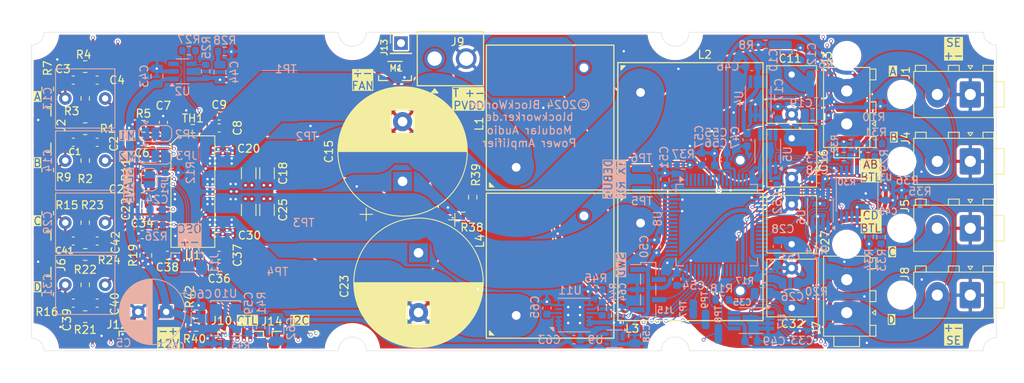
<source format=kicad_pcb>
(kicad_pcb (version 20240108) (generator "pcbnew") (generator_version "8.0")
  (layers (0 "F.Cu" signal) (1 "In1.Cu" signal) (2 "In2.Cu" signal) (31 "B.Cu" signal) (34 "B.Paste" user) (35 "F.Paste" user) (36 "B.SilkS" user "B.Silkscreen") (37 "F.SilkS" user "F.Silkscreen") (38 "B.Mask" user) (39 "F.Mask" user) (44 "Edge.Cuts" user))
  (net 0 "")
  (net 1 "GND")
  (net 2 "+12V")
  (net 3 "/DVDD")
  (net 4 "PVDD")
  (net 5 "/Controller/A_SENSE+")
  (net 6 "/Controller/B_SENSE+")
  (net 7 "/Controller/C_SENSE+")
  (net 8 "/Controller/D_SENSE+")
  (net 9 "Net-(C41-Pad1)")
  (net 10 "+3.3VA")
  (net 11 "+3.3V")
  (net 12 "/Controller/SWDIO")
  (net 13 "/Controller/SWCLK")
  (net 14 "/Controller/A_SENSE-")
  (net 15 "/Controller/B_SENSE-")
  (net 16 "/Controller/C_SENSE-")
  (net 17 "/Controller/D_SENSE-")
  (net 18 "Net-(JP1-B)")
  (net 19 "/~{FAULT}")
  (net 20 "/~{CLIP_OTW}")
  (net 21 "/M1")
  (net 22 "/~{RESET}")
  (net 23 "/M2")
  (net 24 "/OSC_IOM")
  (net 25 "/OSC_IOP")
  (net 26 "Net-(M1-+)")
  (net 27 "Net-(C44-Pad2)")
  (net 28 "/OUT_A")
  (net 29 "/OUT_C")
  (net 30 "/OUT_B")
  (net 31 "/OUT_D")
  (net 32 "Net-(J2-Pin_4)")
  (net 33 "Net-(J2-Pin_1)")
  (net 34 "Net-(J13-Pin_1)")
  (net 35 "/Controller/I2C_~{INT}")
  (net 36 "/Controller/I2C_SCL")
  (net 37 "/Controller/I2C_SDA")
  (net 38 "/Controller/UART_RX")
  (net 39 "/Controller/UART_TX")
  (net 40 "Net-(C1-Pad2)")
  (net 41 "Net-(C1-Pad1)")
  (net 42 "Net-(C3-Pad1)")
  (net 43 "Net-(C13-Pad1)")
  (net 44 "Net-(U1-GVDD_AB)")
  (net 45 "Net-(U1-BST_A)")
  (net 46 "Net-(U1-BST_B)")
  (net 47 "Net-(C10-Pad1)")
  (net 48 "Net-(U1-INPUT_A)")
  (net 49 "Net-(U1-INPUT_B)")
  (net 50 "Net-(C19-Pad2)")
  (net 51 "Net-(U1-AVDD)")
  (net 52 "Net-(U1-C_START)")
  (net 53 "Net-(C26-Pad1)")
  (net 54 "Net-(C29-Pad1)")
  (net 55 "Net-(U1-INPUT_C)")
  (net 56 "Net-(U1-INPUT_D)")
  (net 57 "Net-(C31-Pad1)")
  (net 58 "Net-(U1-VBG)")
  (net 59 "Net-(C35-Pad2)")
  (net 60 "Net-(U1-BST_C)")
  (net 61 "Net-(U1-BST_D)")
  (net 62 "Net-(U1-GVDD_CD)")
  (net 63 "Net-(C39-Pad1)")
  (net 64 "Net-(J15-Pin_5)")
  (net 65 "Net-(U10-VOUT)")
  (net 66 "Net-(U10-FB)")
  (net 67 "Net-(U11-CP)")
  (net 68 "Net-(J6-Pin_4)")
  (net 69 "Net-(J6-Pin_1)")
  (net 70 "Net-(U1-OC_ADJ)")
  (net 71 "Net-(U2-ADJ)")
  (net 72 "Net-(R27-Pad2)")
  (net 73 "Net-(U3A-+)")
  (net 74 "Net-(U3B-+)")
  (net 75 "Net-(U3C-+)")
  (net 76 "Net-(U3D-+)")
  (net 77 "Net-(U10-EN)")
  (net 78 "Net-(U11-SET)")
  (net 79 "Net-(U11-FB)")
  (net 80 "Net-(U3B--)")
  (net 81 "Net-(U3C--)")
  (net 82 "Net-(U3D--)")
  (net 83 "Net-(U3A--)")
  (net 84 "Net-(U8-PA0)")
  (net 85 "Net-(U8-PA1)")
  (net 86 "Net-(U8-PB1)")
  (net 87 "Net-(U8-PB13)")
  (net 97 "Net-(U8-PC1)")
  (footprint "Resistor_SMD:R_0603_1608Metric" (layer "F.Cu") (at 110 92.1 180)
    (property "Reference" "TH1")
    (property "Value" "10kΩ 3950B")
  )
  (footprint "Resistor_SMD:R_0603_1608Metric" (layer "F.Cu") (at 96.5 103.9 -90)
    (property "Reference" "R23")
    (property "Value" "10kΩ LN")
  )
  (footprint "Resistor_SMD:R_0603_1608Metric" (layer "F.Cu") (at 143.9 103.1)
    (property "Reference" "R38")
    (property "Value" "200kΩ 0.1%")
  )
  (footprint "Resistor_SMD:R_0805_2012Metric" (layer "F.Cu") (at 96.5 115.7 180)
    (property "Reference" "R21")
    (property "Value" "33kΩ RS")
  )
  (footprint "BW_Connectors:TE_MATE-N-LOK_1-770872-x_1x02_P4.14mm_Vertical" (layer "F.Cu") (at 207.5 96.2 -90)
    (property "Reference" "J4")
    (property "Value" "B_SE")
  )
  (footprint "Resistor_SMD:R_0805_2012Metric" (layer "F.Cu") (at 96.5 107.9 180)
    (property "Reference" "R24")
    (property "Value" "33kΩ RS")
  )
  (footprint "Resistor_SMD:R_0603_1608Metric" (layer "F.Cu") (at 96.5 111.7 90)
    (property "Reference" "R22")
    (property "Value" "10kΩ LN")
  )
  (footprint "Capacitor_THT:C_Rect_L7.0mm_W6.0mm_P5.00mm" (layer "F.Cu") (at 185.1 98.3 90)
    (property "Reference" "C16")
    (property "Value" "1µF 100V Film")
  )
  (footprint "Capacitor_SMD:C_0603_1608Metric" (layer "F.Cu") (at 95 114 180)
    (property "Reference" "C39")
    (property "Value" "220pF C0G")
  )
  (footprint "Capacitor_SMD:C_0603_1608Metric" (layer "F.Cu") (at 113.3 109.5 180)
    (property "Reference" "C36")
    (property "Value" "33nF 100V")
  )
  (footprint "Resistor_SMD:R_0805_2012Metric" (layer "F.Cu") (at 91.8 97.3 90)
    (property "Reference" "R9")
    (property "Value" "2.7kΩ RS")
  )
  (footprint "Capacitor_SMD:C_0603_1608Metric" (layer "F.Cu") (at 113.3 92 180)
    (property "Reference" "C8")
    (property "Value" "33nF 100V")
  )
  (footprint "BW_Connectors:Amphenol_MINITEK_0.8_4P_V_BoardEdge" (layer "F.Cu") (at 91 92.2 -90)
    (property "Reference" "J2")
    (property "Value" "AB_IN")
  )
  (footprint "Resistor_SMD:R_0805_2012Metric" (layer "F.Cu") (at 104.1 108 90)
    (property "Reference" "R19")
    (property "Value" "3.3Ω")
  )
  (footprint "Resistor_SMD:R_0603_1608Metric" (layer "F.Cu") (at 145.1 100.7 -90)
    (property "Reference" "R39")
    (property "Value" "11kΩ 0.1%")
  )
  (footprint "BW_Connectors:Amphenol_MINITEK_0.8_4P_V_BoardEdge" (layer "F.Cu") (at 91 107.8 -90)
    (property "Reference" "J6")
    (property "Value" "CD_IN")
  )
  (footprint "Capacitor_SMD:C_0603_1608Metric" (layer "F.Cu") (at 95 86 180)
    (property "Reference" "C3")
    (property "Value" "220pF C0G")
  )
  (footprint "Capacitor_THT:CP_Radial_D16.0mm_P7.50mm" (layer "F.Cu") (at 136.3 98.712755 90)
    (property "Reference" "C15")
    (property "Value" "1mF 80V")
  )
  (footprint "BW_PassiveMechanical:L_ICE_1D17A" (layer "F.Cu") (at 172.4 108.2)
    (property "Reference" "L3")
    (property "Value" "10µH")
  )
  (footprint "Capacitor_SMD:C_0603_1608Metric" (layer "F.Cu") (at 95 106.2 180)
    (property "Reference" "C41")
    (property "Value" "220pF C0G")
  )
  (footprint "Capacitor_THT:C_Rect_L7.0mm_W6.0mm_P5.00mm" (layer "F.Cu") (at 185.1 106.6 90)
    (property "Reference" "C27")
    (property "Value" "1µF 100V Film")
  )
  (footprint "Capacitor_SMD:C_0603_1608Metric" (layer "F.Cu") (at 95 93.8 180)
    (property "Reference" "C1")
    (property "Value" "220pF C0G")
  )
  (footprint "Resistor_SMD:R_0805_2012Metric" (layer "F.Cu") (at 96.5 92.1 180)
    (property "Reference" "R1")
    (property "Value" "33kΩ RS")
  )
  (footprint "Capacitor_THT:C_Rect_L7.0mm_W6.0mm_P5.00mm" (layer "F.Cu") (at 185.1 109.6 -90)
    (property "Reference" "C32")
    (property "Value" "1µF 100V Film")
  )
  (footprint "Capacitor_SMD:C_0603_1608Metric" (layer "F.Cu") (at 103.65 101.6)
    (property "Reference" "C22")
    (property "Value" "1µF")
  )
  (footprint "Capacitor_THT:CP_Radial_D16.0mm_P7.50mm" (layer "F.Cu") (at 138.3 107.687246 -90)
    (property "Reference" "C23")
    (property "Value" "1mF 80V")
  )
  (footprint "Resistor_SMD:R_0603_1608Metric" (layer "F.Cu") (at 96.5 88.3 90)
    (property "Reference" "R3")
    (property "Value" "10kΩ LN")
  )
  (footprint "BW_Connectors:Amphenol_MINITEK_0.8_4P_V_BoardEdge" (layer "F.Cu") (at 122.8 118.75)
    (property "Reference" "J14")
    (property "Value" "I2C")
  )
  (footprint "Capacitor_SMD:C_1206_3216Metric" (layer "F.Cu") (at 119.3 102.3 90)
    (property "Reference" "C25")
    (property "Value" "4.7µF 100V")
  )
  (footprint "Capacitor_SMD:C_0603_1608Metric" (layer "F.Cu") (at 113.3 108 180)
    (property "Reference" "C37")
    (property "Value" "33nF 100V")
  )
  (footprint "BW_PassiveMechanical:L_ICE_1D17A" (layer "F.Cu") (at 154.8 109.3 90)
    (property "Reference" "L4")
    (property "Value" "10µH")
  )
  (footprint "Capacitor_SMD:C_0603_1608Metric" (layer "F.Cu") (at 103.6 93.7 180)
    (property "Reference" "C6")
    (property "Value" "0.1µF")
  )
  (footprint "Capacitor_THT:C_Rect_L7.0mm_W6.0mm_P5.00mm" (layer "F.Cu") (at 185.1 85.3 -90)
    (property "Reference" "C11")
    (property "Value" "1µF 100V Film")
  )
  (footprint "BW_Connectors:TE_MATE-N-LOK_1-770872-x_1x02_P4.14mm_Vertical" (layer "F.Cu") (at 207.5 87.8 -90)
    (property "Reference" "J1")
    (property "Value" "A_SE")
  )
  (footprint "BW_Connectors:Amphenol_MINITEK_0.8_4P_V_BoardEdge" (layer "F.Cu") (at 116 118.75)
    (property "Reference" "J10")
    (property "Value" "AMP")
  )
  (footprint "Resistor_SMD:R_0805_2012Metric" (layer "F.Cu") (at 91.8 102.7 -90)
    (property "Reference" "R15")
    (property "Value" "2.7kΩ RS")
  )
  (footprint "BW_PassiveMechanical:ATS-FPX035035035-90-C1-R0_NoMounts" (layer "F.Cu") (at 109.875 100)
    (property "Reference" "HS1")
    (property "Value" "ATS-FPX035035035-90-C1-R0_NoMounts")
  )
  (footprint "Capacitor_SMD:C_0603_1608Metric" (layer "F.Cu") (at 103.65 105.4)
    (property "Reference" "C34")
    (property "Value" "1µF")
  )
  (footprint "Capacitor_SMD:C_0603_1608Metric" (layer "F.Cu") (at 113.3 90.5 180)
    (property "Reference" "C9")
    (property "Value" "33nF 100V")
  )
  (footprint "Resistor_SMD:R_0805_2012Metric" (layer "F.Cu") (at 91.8 87.1 -90)
    (property "Reference" "R7")
    (property "Value" "2.7kΩ RS")
  )
  (footprint "Resistor_SMD:R_0805_2012Metric" (layer "F.Cu") (at 96.5 84.3 180)
    (property "Reference" "R4")
    (property "Value" "33kΩ RS")
  )
  (footprint "Connector_PinHeader_2.54mm:PinHeader_1x01_P2.54mm_Vertical" (layer "F.Cu") (at 136.1 81.35)
    (property "Reference" "J13")
    (property "Value" "VADJ")
  )
  (footprint "Resistor_SMD:R_0603_1608Metric" (layer "F.Cu") (at 110.4 117)
    (property "Reference" "R40")
    (property "Value" "330kΩ")
  )
  (footprint "BW_Connectors:TE_MATE-N-LOK_1-770872-x_1x02_P4.14mm_Vertical" (layer "F.Cu") (at 192 115.2 180)
    (property "Reference" "J7")
    (property "Value" "CD_BTL")
  )
  (footprint "Resistor_SMD:R_0805_2012Metric" (layer "F.Cu") (at 103.8 91.8 180)
    (property "Reference" "R5")
    (property "Value" "3.3Ω")
  )
  (footprint "BW_PassiveMechanical:L_ICE_1D17A" (layer "F.Cu") (at 154.8 90.7 90)
    (property "Reference" "L1")
    (property "Value" "10µH")
  )
  (footprint "Capacitor_SMD:C_0603_1608Metric" (layer "F.Cu") (at 98 106.2 180)
    (property "Reference" "C42")
    (property "Value" "220pF C0G")
  )
  (footprint "Capacitor_SMD:C_1206_3216Metric" (layer "F.Cu") (at 117 102.3 90)
    (property "Reference" "C30")
    (property "Value" "1µF 100V")
  )
  (footprint "Capacitor_SMD:C_1206_3216Metric" (layer "F.Cu") (at 117 97.7 -90)
    (property "Reference" "C20")
    (property "Value" "1µF 100V")
  )
  (footprint "Resistor_SMD:R_0805_2012Metric" (layer "F.Cu") (at 91.8 112.9 90)
    (property "Reference" "R16")
    (property "Value" "2.7kΩ RS")
  )
  (footprint "Capacitor_SMD:C_0603_1608Metric" (layer "F.Cu") (at 106.8 108)
    (property "Reference" "C38")
    (property "Value" "0.1µF")
  )
  (footprint "Capacitor_SMD:C_1206_3216Metric" (layer "F.Cu") (at 119.3 97.7 -90)
    (property "Reference" "C18")
    (property "Value" "4.7µF 100V")
  )
  (footprint "BW_PassiveMechanical:L_ICE_1D17A" (layer "F.Cu") (at 172.4 91.8)
    (property "Reference" "L2")
    (property "Value" "10µH")
  )
  (footprint "Capacitor_SMD:C_0603_1608Metric" (layer "F.Cu") (at 103.65 99.65)
    (property "Reference" "C21")
    (property "Value" "1µF")
  )
  (footprint "BW_Connectors:TE_MATE-N-LOK_1-770872-x_1x02_P4.14mm_Vertical" (layer "F.Cu") (at 207.5 104.6 -90)
    (property "Reference" "J5")
    (property "Value" "C_SE")
  )
  (footprint "BW_Connectors:TE_644749-2" (layer "F.Cu") (at 142.3 83.3)
    (property "Reference" "J9")
    (property "Value" "PVDD")
  )
  (footprint "Capacitor_SMD:C_0603_1608Metric" (layer "F.Cu") (at 98 93.8 180)
    (property "Reference" "C2")
    (property "Value" "220pF C0G")
  )
  (footprint "BW_Connectors:TE_MATE-N-LOK_1-770872-x_1x02_P4.14mm_Vertical" (layer "F.Cu") (at 207.5 113 -90)
    (property "Reference" "J8")
    (property "Value" "D_SE")
  )
  (footprint "Capacitor_SMD:C_0603_1608Metric" (layer "F.Cu") (at 106.3 91.3 90)
    (property "Reference" "C7")
    (property "Value" "0.1µF")
  )
  (footprint "BW_Connectors:Amphenol_MINITEK_0.8_2P_V_BoardEdge" (layer "F.Cu") (at 102.8 118.75)
    (property "Reference" "J12")
    (property "Value" "12V")
  )
  (footprint "Resistor_SMD:R_0603_1608Metric" (layer "F.Cu") (at 110.4 115.4 180)
    (property "Reference" "R42")
    (property "Value" "100kΩ")
  )
  (footprint "Resistor_SMD:R_0603_1608Metric" (layer "F.Cu") (at 103.65 97.45 180)
    (property "Reference" "R11")
    (property "Value" "30kΩ")
  )
  (footprint "BW_Connectors:TE_MATE-N-LOK_1-770872-x_1x02_P4.14mm_Vertical" (layer "F.Cu") (at 192 91.5 180)
    (property "Reference" "J3")
    (property "Value" "AB_BTL")
  )
  (footprint "BW_Active:HTSSOP-44_6.1x14mm_P0.635mm" (layer "F.Cu") (at 110 100 -90)
    (property "Reference" "U1")
    (property "Value" "TPA3255")
  )
  (footprint "Capacitor_SMD:C_0603_1608Metric" (layer "F.Cu") (at 98 114 180)
    (property "Reference" "C40")
    (property "Value" "220pF C0G")
  )
  (footprint "BW_Connectors:Amphenol_MINITEK_0.8_2P_V" (layer "F.Cu") (at 135.35 84.85 180)
    (property "Reference" "M1")
    (property "Value" "12V 6Vstart <100mA")
  )
  (footprint "Resistor_SMD:R_0603_1608Metric" (layer "F.Cu") (at 96.5 96.1 -90)
    (property "Reference" "R2")
    (property "Value" "10kΩ LN")
  )
  (footprint "Capacitor_SMD:C_0603_1608Metric" (layer "F.Cu") (at 98 86 180)
    (property "Reference" "C4")
    (property "Value" "220pF C0G")
  )
  (footprint "BW_PassiveMechanical:TP_0603_1608Metric_Fused" (layer "B.Cu") (at 166.25 97.1 180)
    (property "Reference" "TP6")
    (property "Value" "UART_TX")
  )
  (footprint "Package_SO:VSSOP-8_3x3mm_P0.65mm" (layer "B.Cu") (at 180 116.2 180)
    (property "Reference" "U7")
    (property "Value" "INA241A2xDGK")
  )
  (footprint "Capacitor_SMD:C_0805_2012Metric" (layer "B.Cu") (at 181.4 112.8 180)
    (property "Reference" "C35")
    (property "Value" "220nF 100V")
  )
  (footprint "Resistor_SMD:R_0612_1632Metric" (layer "B.Cu") (at 188.2 115.2 180)
    (property "Reference" "R20")
    (property "Value" "5mΩ 1W")
  )
  (footprint "BW_Connectors:Amphenol_MINITEK_0.8_2P_V" (layer "B.Cu") (at 109.3 108.9 180)
    (property "Reference" "J11")
    (property "Value" "OSC")
  )
  (footprint "Capacitor_SMD:C_0805_2012Metric" (layer "B.Cu") (at 165.4 118.1 -90)
    (property "Reference" "C58")
    (property "Value" "10µF 25V")
  )
  (footprint "Resistor_SMD:R_0603_1608Metric" (layer "B.Cu") (at 198.9 100.7 -90)
    (property "Reference" "R36")
    (property "Value" "11kΩ 0.1%")
  )
  (footprint "Capacitor_SMD:C_0805_2012Metric" (layer "B.Cu") (at 163.235 115.51 90)
    (property "Reference" "C64")
    (property "Value" "10µF 50Vs")
  )
  (footprint "Resistor_SMD:R_0603_1608Metric" (layer "B.Cu") (at 105.4 104.2)
    (property "Reference" "R26")
    (property "Value" "10kΩ")
  )
  (footprint "Capacitor_SMD:C_0603_1608Metric" (layer "B.Cu") (at 117 117 -90)
    (property "Reference" "C59")
    (property "Value" "22pF")
  )
  (footprint "Capacitor_SMD:C_0603_1608Metric" (layer "B.Cu") (at 182.5 109.2)
    (property "Reference" "C53")
    (property "Value" "0.1µF")
  )
  (footprint "Capacitor_THT:C_Rect_L7.2mm_W7.2mm_P5.00mm_FKS2_FKP2_MKS2_MKP2" (layer "B.Cu") (at 94 96.1)
    (property "Reference" "C14")
    (property "Value" "4.7µF")
  )
  (footprint "Package_SO:VSSOP-8_3x3mm_P0.65mm" (layer "B.Cu") (at 180.9 88.3 90)
    (property "Reference" "U4")
    (property "Value" "INA241A2xDGK")
  )
  (footprint "Capacitor_THT:C_Rect_L7.2mm_W7.2mm_P5.00mm_FKS2_FKP2_MKS2_MKP2" (layer "B.Cu") (at 94 88.3)
    (property "Reference" "C13")
    (property "Value" "4.7µF")
  )
  (footprint "Resistor_SMD:R_0612_1632Metric" (layer "B.Cu") (at 188.2 110 180)
    (property "Reference" "R14")
    (property "Value" "5mΩ 1W")
  )
  (footprint "Resistor_SMD:R_0603_1608Metric" (layer "B.Cu") (at 191.6 95.6)
    (property "Reference" "R30")
    (property "Value" "11kΩ 0.1%")
  )
  (footprint "Capacitor_SMD:C_0603_1608Metric" (layer "B.Cu") (at 110.3 119.1)
    (property "Reference" "C61")
    (property "Value" "0.1µF")
  )
  (footprint "BW_PassiveMechanical:TP_0603_1608Metric_Fused" (layer "B.Cu") (at 166.25 99.75 180)
    (property "Reference" "TP5")
    (property "Value" "UART_RX")
  )
  (footprint "BW_Active:WSON-6-1EP_2x2mm_P0.65mm_EP1x1.6mm_LongerPads" (layer "B.Cu") (at 162.9 118.5 180)
    (property "Reference" "U9")
    (property "Value" "TLV76733DRVx")
  )
  (footprint "Resistor_SMD:R_0603_1608Metric" (layer "B.Cu") (at 181.6 110.9 180)
    (property "Reference" "R17")
    (property "Value" "1Ω")
  )
  (footprint "Package_SON:WSON-12-1EP_4x4mm_P0.5mm_EP2.6x3mm" (layer "B.Cu") (at 157.8 115.5)
    (property "Reference" "U11")
    (property "Value" "LP38798")
  )
  (footprint "Capacitor_SMD:C_0603_1608Metric" (layer "B.Cu") (at 173.8 95.9 90)
    (property "Reference" "C57")
    (property "Value" "0.1µF")
  )
  (footprint "Resistor_SMD:R_0603_1608Metric" (layer "B.Cu") (at 194.8 105.7 90)
    (property "Reference" "R34")
    (property "Value" "11kΩ 0.1%")
  )
  (footprint "Capacitor_SMD:C_0805_2012Metric" (layer "B.Cu") (at 113.4 85 90)
    (property "Reference" "C44")
    (property "Value" "10µF 25V")
  )
  (footprint "Capacitor_SMD:C_0805_2012Metric" (layer "B.Cu") (at 187.7 90.3)
    (property "Reference" "C19")
    (property "Value" "220nF 100V")
  )
  (footprint "Capacitor_SMD:C_0805_2012Metric" (layer "B.Cu") (at 184.9 111.5)
    (property "Reference" "C26")
    (property "Value" "220nF 100V")
  )
  (footprint "Capacitor_SMD:C_1206_3216Metric" (layer "B.Cu") (at 120.5 117.3 -90)
    (property "Reference" "C62")
    (property "Value" "68µF 6.3V")
  )
  (footprint "BW_PassiveMechanical:TP_0603_1608Metric_Fused" (layer "B.Cu") (at 174.3 116.05 -90)
    (property "Reference" "TP9")
    (property "Value" "I2C_SCL")
  )
  (footprint "Resistor_SMD:R_0603_1608Metric" (layer "B.Cu") (at 171.5 96.65)
    (property "Reference" "R37")
    (property "Value" "10kΩ")
  )
  (footprint "BW_PassiveMechanical:TP_0603_1608Metric_Fused" (layer "B.Cu") (at 172.75 114.75 -90)
    (property "Reference" "TP7")
    (property "Value" "I2C_~{INT}")
  )
  (footprint "Connector_PinSocket_1.27mm:PinSocket_1x05_P1.27mm_Vertical_SMD_Pin1Right" (layer "B.Cu") (at 167.1 112.3 180)
    (property "Reference" "J15")
    (property "Value" "SWD")
  )
  (footprint "BW_PassiveMechanical:TP_0603_1608Metric_Fused" (layer "B.Cu") (at 123.9 105.35 180)
    (property "Reference" "TP3")
    (property "Value" "OUT_C")
  )
  (footprint "Capacitor_THT:C_Rect_L7.2mm_W7.2mm_P5.00mm_FKS2_FKP2_MKS2_MKP2" (layer "B.Cu") (at 94 103.9)
    (property "Reference" "C29")
    (property "Value" "4.7µF")
  )
  (footprint "Capacitor_SMD:C_1206_3216Metric" (layer "B.Cu") (at 110.7 115.9 90)
    (property "Reference" "C60")
    (property "Value" "10µF 50V")
  )
  (footprint "Capacitor_SMD:C_0603_1608Metric" (layer "B.Cu") (at 176.2 95.2 180)
    (property "Reference" "C55")
    (property "Value" "1µF")
  )
  (footprint "Resistor_SMD:R_0603_1608Metric" (layer "B.Cu") (at 114 82.4)
    (property "Reference" "R28")
    (property "Value" "0Ω")
  )
  (footprint "Resistor_SMD:R_0603_1608Metric" (layer "B.Cu") (at 160.535 112.31 180)
    (property "Reference" "R45")
    (property "Value" "13.3kΩ")
  )
  (footprint "Package_QFP:LQFP-64_10x10mm_P0.5mm" (layer "B.Cu") (at 175.7 104.2 -90)
    (property "Reference" "U8")
    (property "Value" "STM32F303RDTx")
  )
  (footprint "Resistor_SMD:R_0603_1608Metric" (layer "B.Cu") (at 113.4 119.1 180)
    (property "Reference" "R43")
    (property "Value" "30kΩ")
  )
  (footprint "BW_Logo:BW_Logo_10x6.4mm" (layer "B.Cu") (at 152.2 84.3 180)
    (property "Reference" "REF**" (hide yes))
    (property "Value" "BW_Logo_10x6.4mm" (hide yes))
  )
  (footprint "Resistor_SMD:R_0603_1608Metric" (layer "B.Cu") (at 194.7 95.6 180)
    (property "Reference" "R29")
    (property "Value" "200kΩ 0.1%")
  )
  (footprint "Capacitor_SMD:C_0805_2012Metric" (layer "B.Cu") (at 105.5 85.5 90)
    (property "Reference" "C43")
    (property "Value" "10µF 25V")
  )
  (footprint "BW_Active:TI_QFN-FCMOD" (layer "B.Cu") (at 114.1 115.9)
    (property "Reference" "U10")
    (property "Value" "TPSM861252")
  )
  (footprint "Capacitor_SMD:C_0603_1608Metric" (layer "B.Cu") (at 176.2 96.7 180)
    (property "Reference" "C56")
    (property "Value" "10nF")
  )
  (footprint "Resistor_SMD:R_0603_1608Metric" (layer "B.Cu") (at 161.335 114.71 -90)
    (property "Reference" "R44")
    (property "Value" "24.3kΩ")
  )
  (footprint "Capacitor_SMD:C_0603_1608Metric" (layer "B.Cu") (at 154.4 114.61 90)
    (property "Reference" "C65")
    (property "Value" "10nF")
  )
  (footprint "Capacitor_THT:CP_Radial_D8.0mm_P3.50mm" (layer "B.Cu") (at 106.652651 115.1 180)
    (property "Reference" "C5")
    (property "Value" "470µF 16V")
  )
  (footprint "Capacitor_SMD:C_0603_1608Metric" (layer "B.Cu") (at 182.5 99.2 180)
    (property "Reference" "C52")
    (property "Value" "0.1µF")
  )
  (footprint "Package_TO_SOT_SMD:SOT-23-5" (layer "B.Cu") (at 108.7 84.9)
    (property "Reference" "U2")
    (property "Value" "AP2202-ADJ")
  )
  (footprint "Capacitor_SMD:C_0603_1608Metric" (layer "B.Cu") (at 179.5 93.5 90)
    (property "Reference" "C47")
    (property "Value" "0.1µF")
  )
  (footprint "Resistor_SMD:R_0612_1632Metric" (layer "B.Cu") (at 188.2 93.3 180)
    (property "Reference" "R13")
    (property "Value" "5mΩ 1W")
  )
  (footprint "Package_SO:TSSOP-14_4.4x5mm_P0.65mm" (layer "B.Cu") (at 193.3 100.3 -90)
    (property "Reference" "U3")
    (property "Value" "TLV4387")
  )
  (footprint "Resistor_SMD:R_0603_1608Metric" (layer "B.Cu") (at 111.6 84.9 90)
    (property "Reference" "R25")
    (property "Value" "13kΩ")
  )
  (footprint "Capacitor_SMD:C_0603_1608Metric" (layer "B.Cu") (at 188.5 98.4)
    (property "Reference" "C48")
    (property "Value" "0.1µF")
  )
  (footprint "Resistor_SMD:R_0603_1608Metric" (layer "B.Cu") (at 195.4 89.2)
    (property "Reference" "R10")
    (property "Value" "1Ω")
  )
  (footprint "Resistor_SMD:R_0603_1608Metric" (layer "B.Cu") (at 201.2 101.4 180)
    (property "Reference" "R35")
    (property "Value" "200kΩ 0.1%")
  )
  (footprint "Capacitor_SMD:C_0603_1608Metric" (layer "B.Cu") (at 183.3 106.9 -90)
    (property "Reference" "C28")
    (property "Value" "1nF 100V C0G")
  )
  (footprint "Jumper:SolderJumper-2_P1.3mm_Open_RoundedPad1.0x1.5mm" (layer "B.Cu") (at 104.55 98.5 90)
    (property "Reference" "JP1")
    (property "Value" "SLAVE")
  )
  (footprint "Package_SO:VSSOP-8_3x3mm_P0.65mm" (layer "B.Cu") (at 188.7 102.34 90)
    (property "Reference" "U6")
    (property "Value" "INA241A2xDGK")
  )
  (footprint "Capacitor_SMD:C_0603_1608Metric" (layer "B.Cu") (at 180 118.8 180)
    (property "Reference" "C49")
    (property "Value" "0.1µF")
  )
  (footprint "Capacitor_SMD:C_0603_1608Metric" (layer "B.Cu") (at 170.7 111 -90)
    (property "Reference" "C54")
    (property "Value" "0.1µF")
  )
  (footprint "Capacitor_SMD:C_0603_1608Metric" (layer "B.Cu") (at 186.2 82.7 90)
    (property "Reference" "C12")
    (property "Value" "1nF 100V C0G")
  )
  (footprint "Resistor_SMD:R_0603_1608Metric" (layer "B.Cu") (at 118.5 117 -90)
    (property "Reference" "R41")
    (property "Value" "169kΩ")
  )
  (footprint "Resistor_SMD:R_0603_1608Metric" (layer "B.Cu") (at 192.5 94)
    (property "Reference" "R32")
    (property "Value" "11kΩ 0.1%")
  )
  (footprint "Resistor_SMD:R_0603_1608Metric" (layer "B.Cu") (at 109.5 82.3 180)
    (property "Reference" "R27")
    (property "Value" "470Ω")
  )
  (footprint "Resistor_SMD:R_0603_1608Metric" (layer "B.Cu") (at 107.35 97.6)
    (property "Reference" "R12")
    (property "Value" "30kΩ")
  )
  (footprint "Capacitor_SMD:C_0603_1608Metric" (layer "B.Cu") (at 157.8 118.6)
    (property "Reference" "C63")
    (property "Value" "1µF")
  )
  (footprint "Package_SO:VSSOP-8_3x3mm_P0.65mm" (layer "B.Cu") (at 182.1 94.9 90)
    (property "Reference" "U5")
    (property "Value" "INA241A2xDGK")
  )
  (footprint "Capacitor_SMD:C_0805_2012Metric" (layer "B.Cu") (at 184.4 82.5 -90)
    (property "Reference" "C10")
    (property "Value" "220nF 100V")
  )
  (footprint "Capacitor_SMD:C_0603_1608Metric" (layer "B.Cu") (at 180.1 84.3)
    (property "Reference" "C46")
    (property "Value" "0.1µF")
  )
  (footprint "Resistor_SMD:R_0603_1608Metric" (layer "B.Cu") (at 195.6 94 180)
    (property "Reference" "R31")
    (property "Value" "200kΩ 0.1%")
  )
  (footprint "Resistor_SMD:R_0603_1608Metric" (layer "B.Cu") (at 181.8 81.5 180)
    (property "Reference" "R8")
    (property "Value" "1Ω")
  )
  (footprint "Jumper:SolderJumper-3_P1.3mm_Open_RoundedPad1.0x1.5mm" (layer "B.Cu") (at 105.3 95.5425)
    (property "Reference" "JP3")
    (property "Value" "M2")
  )
  (footprint "Resistor_SMD:R_0612_1632Metric" (layer "B.Cu") (at 188.2 86.5 180)
    (property "Reference" "R6")
    (property "Value" "5mΩ 1W")
  )
  (footprint "BW_PassiveMechanical:TP_0603_1608Metric_Fused" (layer "B.Cu") (at 124.25 94.5 180)
    (property "Reference" "TP2")
    (property "Value" "OUT_B")
  )
  (footprint "Jumper:SolderJumper-3_P1.3mm_Open_RoundedPad1.0x1.5mm" (layer "B.Cu") (at 105.3 92.7)
    (property "Reference" "JP2")
    (property "Value" "M1")
  )
  (footprint "Capacitor_SMD:C_0603_1608Metric" (layer "B.Cu") (at 196.9 100.3 -90)
    (property "Reference" "C45")
    (property "Value" "0.1µF")
  )
  (footprint "Capacitor_SMD:C_0603_1608Metric" (layer "B.Cu") (at 183.4 90.1 -90)
    (property "Reference" "C17")
    (property "Value" "1nF 100V C0G")
  )
  (footprint "Capacitor_SMD:C_0603_1608Metric" (layer "B.Cu") (at 169.2 98.45 90)
    (property "Reference" "C51")
    (property "Value" "0.1µF")
  )
  (footprint "Resistor_SMD:R_0603_1608Metric" (layer "B.Cu") (at 176.4 113.6 180)
    (property "Reference" "R18")
    (property "Value" "1Ω")
  )
  (footprint "Capacitor_THT:C_Rect_L7.2mm_W7.2mm_P5.00mm_FKS2_FKP2_MKS2_MKP2" (layer "B.Cu") (at 94 111.7)
    (property "Reference" "C31")
    (property "Value" "4.7µF")
  )
  (footprint "Resistor_SMD:R_0603_1608Metric" (layer "B.Cu") (at 196.3 105.7 90)
    (property "Reference" "R33")
    (property "Value" "200kΩ 0.1%")
  )
  (footprint "BW_PassiveMechanical:TP_0603_1608Metric_Fused" (layer "B.Cu") (at 120.6 111.5 180)
    (property "Reference" "TP4")
    (property "Value" "OUT_D")
  )
  (footprint "Capacitor_SMD:C_0603_1608Metric" (layer "B.Cu") (at 105.4 102.25)
    (property "Reference" "C24")
    (property "Value" "47nF")
  )
  (footprint "BW_PassiveMechanical:TP_0603_1608Metric_Fused" (layer "B.Cu") (at 121.65 86.05 180)
    (property "Reference" "TP1")
    (property "Value" "OUT_A")
  )
  (footprint "BW_PassiveMechanical:TP_0603_1608Metric_Fused" (layer "B.Cu") (at 175.9 117.85 -90)
    (property "Reference" "TP8")
    (property "Value" "I2C_SDA")
  )
  (footprint "Capacitor_SMD:C_0603_1608Metric" (layer "B.Cu") (at 185.9 116.5 90)
    (property "Reference" "C33")
    (property "Value" "1nF 100V C0G")
  )
  (footprint "Capacitor_SMD:C_0603_1608Metric" (layer "B.Cu") (at 168.15 106.9 90)
    (property "Reference" "C50")
    (property "Value" "4.7µF")
  )
  (gr_poly (pts (xy 115.5 99.2) (xy 111.7 99.2) (xy 111.7 98.3) (xy 112.6 98.3) (xy 112.6 98.9) (xy 115.5 98.9)) (stroke (width 0.2)) (fill solid) (layer "F.Cu") (net 30))
  (gr_poly (pts (xy 115 95.7) (xy 112 95.7) (xy 112 96.6) (xy 115 96.6)) (stroke (width 0.2)) (fill solid) (layer "F.Cu") (net 28))
  (gr_poly (pts (xy 113 98.5) (xy 115.6 98.5) (xy 116.1 98.1) (xy 118.9 98.1) (xy 120.2 96.8) (xy 120.2 95.9) (xy 120 95.7) (xy 116.3 95.7) (xy 116.1 95.9) (xy 116.1 96.2) (xy 115.3 97) (xy 113 97)) (stroke (width 0.2)) (fill solid) (layer "F.Cu") (net 4))
  (gr_poly (pts (xy 115 103.4) (xy 112 103.4) (xy 112 104.3) (xy 115 104.3)) (stroke (width 0.2)) (fill solid) (layer "F.Cu") (net 31))
  (gr_poly (pts (xy 113 99.6) (xy 120 99.6) (xy 120 100.4) (xy 113 100.4)) (stroke (width 0.2)) (fill solid) (layer "F.Cu") (net 1))
  (gr_poly (pts (xy 115.5 100.8) (xy 111.7 100.8) (xy 111.7 101.7) (xy 112.6 101.7) (xy 112.6 101.1) (xy 115.5 101.1)) (stroke (width 0.2)) (fill solid) (layer "F.Cu") (net 29))
  (gr_poly (pts (xy 113 101.5) (xy 115.6 101.5) (xy 116.1 101.9) (xy 118.9 101.9) (xy 120.2 103.2) (xy 120.2 104.1) (xy 120 104.3) (xy 116.3 104.3) (xy 116.1 104.1) (xy 116.1 103.8) (xy 115.3 103) (xy 113 103)) (stroke (width 0.2)) (fill solid) (layer "F.Cu") (net 4))
  (gr_arc (start 91.35 80) (mid 90.881371 81.131371) (end 89.75 81.6) (stroke (width 0.05)) (layer "Edge.Cuts"))
  (gr_line (start 131.75 120) (end 168.75 120) (stroke (width 0.05)) (layer "Edge.Cuts"))
  (gr_line (start 172.25 120) (end 209.1 120) (stroke (width 0.05)) (layer "Edge.Cuts"))
  (gr_line (start 210.75 118.35) (end 210.75 81.6) (stroke (width 0.05)) (layer "Edge.Cuts"))
  (gr_arc (start 128.25 120) (mid 130 118.25) (end 131.75 120) (stroke (width 0.05)) (layer "Edge.Cuts"))
  (gr_line (start 128.25 80) (end 91.35 80) (stroke (width 0.05)) (layer "Edge.Cuts"))
  (gr_arc (start 209.1 120) (mid 209.583274 118.833274) (end 210.75 118.35) (stroke (width 0.05)) (layer "Edge.Cuts"))
  (gr_line (start 168.75 80) (end 131.75 80) (stroke (width 0.05)) (layer "Edge.Cuts"))
  (gr_arc (start 172.25 80) (mid 170.5 81.75) (end 168.75 80) (stroke (width 0.05)) (layer "Edge.Cuts"))
  (gr_arc (start 168.75 120) (mid 170.5 118.25) (end 172.25 120) (stroke (width 0.05)) (layer "Edge.Cuts"))
  (gr_line (start 91.35 120) (end 128.25 120) (stroke (width 0.05)) (layer "Edge.Cuts"))
  (gr_line (start 89.75 81.6) (end 89.75 118.4) (stroke (width 0.05)) (layer "Edge.Cuts"))
  (gr_arc (start 89.75 118.4) (mid 90.881371 118.868629) (end 91.35 120) (stroke (width 0.05)) (layer "Edge.Cuts"))
  (gr_arc (start 131.75 80) (mid 130 81.75) (end 128.25 80) (stroke (width 0.05)) (layer "Edge.Cuts"))
  (gr_arc (start 210.75 81.6) (mid 209.618629 81.131371) (end 209.15 80) (stroke (width 0.05)) (layer "Edge.Cuts"))
  (gr_line (start 209.15 80) (end 172.25 80) (stroke (width 0.05)) (layer "Edge.Cuts"))
  (gr_text "M1" (at 101.8 93 0) (layer "B.SilkS" knockout) (effects (font (size 1 1)) (justify mirror)))
  (gr_text "SLAVE" (at 102 99.2 90) (layer "B.SilkS" knockout) (effects (font (size 1 1)) (justify mirror)))
  (gr_text "Modular Audio\nPower Amplifier" (at 152.2 93.1 0) (layer "B.SilkS") (effects (font (size 1 1)) (justify mirror)))
  (gr_text "OSC\n-+" (at 109.6 105.5 0) (layer "B.SilkS" knockout) (effects (font (size 1 1)) (justify mirror)))
  (gr_text "SWD" (at 163.7 109.2 90) (layer "B.SilkS" knockout) (effects (font (size 1 1)) (justify mirror)))
  (gr_text "M2" (at 101.8 95.6 0) (layer "B.SilkS" knockout) (effects (font (size 1 1)) (justify mirror)))
  (gr_text "DEBUG\nTX RX" (at 162.9 98.4 90) (layer "B.SilkS" knockout) (effects (font (size 1 1)) (justify mirror)))
  (gr_text "C" (at 197.7 107.6 0) (layer "F.SilkS" knockout) (effects (font (size 1 1))))
  (gr_text "AB\nBTL" (at 195 97.4 0) (layer "F.SilkS" knockout) (effects (font (size 1 1))))
  (gr_text "A" (at 197.8 84.9 0) (layer "F.SilkS" knockout) (effects (font (size 1 1))))
  (gr_text "B" (at 197.9 93.2 0) (layer "F.SilkS" knockout) (effects (font (size 1 1))))
  (gr_text "D" (at 197.6 116.1 0) (layer "F.SilkS" knockout) (effects (font (size 1 1))))
  (gr_text "C" (at 90.5 103.7 0) (layer "F.SilkS" knockout) (effects (font (size 1 1))))
  (gr_text "CTL" (at 116.8 116.2 0) (layer "F.SilkS" knockout) (effects (font (size 1 1))))
  (gr_text "B" (at 90.5 96.4 0) (layer "F.SilkS" knockout) (effects (font (size 1 1))))
  (gr_text "+-\nFAN" (at 131.3 85.9 0) (layer "F.SilkS" knockout) (effects (font (size 1 1))))
  (gr_text "CD\nBTL" (at 195 103.8 0) (layer "F.SilkS" knockout) (effects (font (size 1 1))))
  (gr_text "SE\n+-" (at 205.4 82.1 0) (layer "F.SilkS" knockout) (effects (font (size 1 1))))
  (gr_text "T +-\nPVDD" (at 144.6 88.4 0) (layer "F.SilkS" knockout) (effects (font (size 1 1))))
  (gr_text "A" (at 90.5 88.1 0) (layer "F.SilkS" knockout) (effects (font (size 1 1))))
  (gr_text "+-\nSE" (at 205.4 117.9 0) (layer "F.SilkS" knockout) (effects (font (size 1 1))))
  (gr_text "-+\n12V" (at 106.9 118.3 0) (layer "F.SilkS" knockout) (effects (font (size 1 1))))
  (gr_text "I2C" (at 123.4 116.2 0) (layer "F.SilkS" knockout) (effects (font (size 1 1))))
  (gr_text "D" (at 90.5 112 0) (layer "F.SilkS" knockout) (effects (font (size 1 1))))
  (segment (start 106.25 100.9525) (end 107.743965 100.9525) (width 0.3) (layer "F.Cu") (net 1))
  (segment (start 113.75 105.3975) (end 112.69503 105.3975) (width 0.3) (layer "F.Cu") (net 1))
  (segment (start 114.49 116.47) (end 113.4343 115.4143) (width 0.5) (layer "F.Cu") (net 1))
  (segment (start 113.75 105.3975) (end 114.690117 105.3975) (width 0.3) (layer "F.Cu") (net 1))
  (segment (start 106.25 100.6) (end 106.25 100.9525) (width 0.3) (layer "F.Cu") (net 1))
  (segment (start 113.75 94.6025) (end 112.729172 94.6025) (width 0.3) (layer "F.Cu") (net 1))
  (segment (start 112.5175 99.6825) (end 113.75 99.6825) (width 0.3) (layer "F.Cu") (net 1))
  (segment (start 104.98 100.62) (end 106.201716 100.62) (width 0.3) (layer "F.Cu") (net 1))
  (segment (start 113.75 105.3975) (end 113.75 104.7625) (width 0.3) (layer "F.Cu") (net 1))
  (segment (start 113.75 104.7625) (end 112.737101 104.7625) (width 0.3) (layer "F.Cu") (net 1))
  (segment (start 106.25 100.3175) (end 106.25 100.6) (width 0.3) (layer "F.Cu") (net 1))
  (segment (start 112.62 94.302721) (end 112.62 93.43) (width 0.15) (layer "F.Cu") (net 1))
  (segment (start 113.75 94.6025) (end 114.819112 94.6025) (width 0.3) (layer "F.Cu") (net 1))
  (segment (start 112.62 93.43) (end 112.62 93.280416) (width 0.15) (layer "F.Cu") (net 1))
  (segment (start 107.743965 100.3175) (end 107.75 100.32) (width 0.3) (layer "F.Cu") (net 1))
  (segment (start 113.75 104.7625) (end 114.72633 104.7625) (width 0.3) (layer "F.Cu") (net 1))
  (segment (start 102.4 117.75) (end 102.4 116.91706) (width 0.5) (layer "F.Cu") (net 1))
  (segment (start 113.75 95.2375) (end 112.789527 95.2375) (width 0.3) (layer "F.Cu") (net 1))
  (segment (start 113.75 95.2375) (end 114.710473 95.2375) (width 0.3) (layer "F.Cu") (net 1))
  (segment (start 109.175 92.1) (end 109.175 89.812071) (width 0.15) (layer "F.Cu") (net 1))
  (segment (start 121.6 117.75) (end 121.6 116.924142) (width 0.5) (layer "F.Cu") (net 1))
  (segment (start 114.8 117.75) (end 114.8 117.218406) (width 0.5) (layer "F.Cu") (net 1))
  (segment (start 109.175 89.812071) (end 109.17 89.8) (width 0.15) (layer "F.Cu") (net 1))
  (segment (start 112.4875 100.3175) (end 113.75 100.3175) (width 0.3) (layer "F.Cu") (net 1))
  (segment (start 113.75 94.6025) (end 113.75 95.2375) (width 0.3) (layer "F.Cu") (net 1))
  (segment (start 112.46 100.29) (end 112.4875 100.3175) (width 0.3) (layer "F.Cu") (net 1))
  (segment (start 106.25 100.3175) (end 107.743965 100.3175) (width 0.3) (layer "F.Cu") (net 1))
  (segment (start 107.743965 100.9525) (end 107.75 100.95) (width 0.3) (layer "F.Cu") (net 1))
  (segment (start 112.48 99.72) (end 112.5175 99.6825) (width 0.3) (layer "F.Cu") (net 1))
  (via (at 109.17 89.8) (size 0.45) (drill 0.3) (layers "F.Cu" "B.Cu") (net 1))
  (via (at 183.36 89.31) (size 0.45) (drill 0.3) (layers "F.Cu" "B.Cu") (net 1))
  (via (at 184.72 118.68) (size 0.45) (drill 0.3) (layers "F.Cu" "B.Cu") (net 1))
  (via (at 177.85 92.68) (size 0.45) (drill 0.3) (layers "F.Cu" "B.Cu") (net 1))
  (via (at 141.99 102) (size 0.45) (drill 0.3) (layers "F.Cu" "B.Cu") (net 1))
  (via (at 180.91 81.56) (size 0.45) (drill 0.3) (layers "F.Cu" "B.Cu") (net 1))
  (via (at 119.7 100.9) (size 0.45) (drill 0.3) (layers "F.Cu" "B.Cu") (net 1))
  (via (at 113.75 95.14) (size 0.45) (drill 0.3) (layers "F.Cu" "B.Cu") (net 1))
  (via (at 177.82 90.07) (size 0.45) (drill 0.3) (layers "F.Cu" "B.Cu") (net 1))
  (via (at 188.38 83.68) (size 0.45) (drill 0.3) (layers "F.Cu" "B.Cu") (net 1))
  (via (at 111.6 97.1) (size 0.45) (drill 0.3) (layers "F.Cu" "B.Cu") (net 1))
  (via (at 189.73 90.43) (size 0.45) (drill 0.3) (layers "F.Cu" "B.Cu") (net 1))
  (via (at 198.89 99.83) (size 0.45) (drill 0.3) (layers "F.Cu" "B.Cu") (net 1))
  (via (at 112.52 105.47) (size 0.45) (drill 0.3) (layers "F.Cu" "B.Cu") (net 1))
  (via (at 155.76 105.27) (size 0.45) (drill 0.3) (layers "F.Cu" "B.Cu") (net 1))
  (via (at 114.29 104.86) (size 0.45) (drill 0.3) (layers "F.Cu" "B.Cu") (net 1))
  (via (at 175.1 92.41) (size 0.45) (drill 0.3) (layers "F.Cu" "B.Cu") (net 1))
  (via (at 163.5 114.8) (size 0.45) (drill 0.3) (layers "F.Cu" "B.Cu") (net 1))
  (via (at 188.38 103.11) (size 0.45) (drill 0.3) (layers "F.Cu" "B.Cu") (net 1))
  (via (at 170.89 84.59) (size 0.45) (drill 0.3) (layers "F.Cu" "B.Cu") (net 1))
  (via (at 90.6 108.8) (size 0.45) (drill 0.3) (layers "F.Cu" "B.Cu") (net 1))
  (via (at 136.54 85.66) (size 0.45) (drill 0.3) (layers "F.Cu" "B.Cu") (net 1))
  (via (at 112.46 100.29) (size 0.45) (drill 0.3) (layers "F.Cu" "B.Cu") (net 1))
  (via (at 201.38 97.5) (size 0.45) (drill 0.3) (layers "F.Cu" "B.Cu") (net 1))
  (via (at 180.55 89.05) (size 0.45) (drill 0.3) (layers "F.Cu" "B.Cu") (net 1))
  (via (at 121.61 116.9) (size 0.45) (drill 0.3) (layers "F.Cu" "B.Cu") (net 1))
  (via (at 103.16 93.92) (size 0.45) (drill 0.3) (layers "F.Cu" "B.Cu") (net 1))
  (via (at 116.6 100.9) (size 0.45) (drill 0.3) (layers "F.Cu" "B.Cu") (net 1))
  (via (at 130.55 99.35) (size 0.45) (drill 0.3) (layers "F.Cu" "B.Cu") (net 1))
  (via (at 112.53 95.13) (size 0.45) (drill 0.3) (layers "F.Cu" "B.Cu") (net 1))
  (via (at 117.4 100.9) (size 0.45) (drill 0.3) (layers "F.Cu" "B.Cu") (net 1))
  (via (at 114.8 99.98) (size 0.45) (drill 0.3) (layers "F.Cu" "B.Cu") (net 1))
  (via (at 98.55 118.11) (size 0.45) (drill 0.3) (layers "F.Cu" "B.Cu") (net 1))
  (via (at 190.42 88.72) (size 0.45) (drill 0.3) (layers "F.Cu" "B.Cu") (net 1))
  (via (at 194.52 118.99) (size 0.45) (drill 0.3) (layers "F.Cu" "B.Cu") (net 1))
  (via (at 164.04 82.37) (size 0.45) (drill 0.3) (layers "F.Cu" "B.Cu") (net 1))
  (via (at 119.7 99.2) (size 0.45) (drill 0.3) (layers "F.Cu" "B.Cu") (net 1))
  (via (at 186.12 117.48) (size 0.45) (drill 0.3) (layers "F.Cu" "B.Cu") (net 1))
  (via (at 111.79 100.27) (size 0.45) (drill 0.3) (layers "F.Cu" "B.Cu") (net 1))
  (via (at 118.9 100.9) (size 0.45) (drill 0.3) (layers "F.Cu" "B.Cu") (net 1))
  (via (at 157.07 114.5) (size 0.45) (drill 0.3) (layers "F.Cu" "B.Cu") (net 1))
  (via (at 111.84 118.43) (size 0.45) (drill 0.3) (layers "F.Cu" "B.Cu") (net 1))
  (via (at 124.75 91.76) (size 0.45) (drill 0.3) (layers "F.Cu" "B.Cu") (net 1))
  (via (at 115.01 104.88) (size 0.45) (drill 0.3) (layers "F.Cu" "B.Cu") (net 1))
  (via (at 112.55 104.84) (size 0.45) (drill 0.3) (layers "F.Cu" "B.Cu") (net 1))
  (via (at 118.9 99.2) (size 0.45) (drill 0.3) (layers "F.Cu" "B.Cu") (net 1))
  (via (at 158.56 115.5) (size 0.45) (drill 0.3) (layers "F.Cu" "B.Cu") (net 1))
  (via (at 103.07 101.62) (size 0.45) (drill 0.3) (layers "F.Cu" "B.Cu") (net 1))
  (via (at 112.53 94.52) (size 0.45) (drill 0.3) (layers "F.Cu" "B.Cu") (net 1))
  (via (at 201.41 111.04) (size 0.45) (drill 0.3) (layers "F.Cu" "B.Cu") (net 1))
  (via (at 114.97 94.54) (size 0.45) (drill 0.3) (layers "F.Cu" "B.Cu") (net 1))
  (via (at 107.75 100.95) (size 0.45) (drill 0.3) (layers "F.Cu" "B.Cu") (net 1))
  (via (at 93.4 117) (size 0.45) (drill 0.3) (layers "F.Cu" "B.Cu") (net 1))
  (via (at 153.95 89.47) (size 0.45) (drill 0.3) (layers "F.Cu" "B.Cu") (net 1))
  (via (at 101.18 117.91) (size 0.45) (drill 0.3) (layers "F.Cu" "B.Cu") (net 1))
  (via (at 167.89 106.06) (size 0.45) (drill 0.3) (layers "F.Cu" "B.Cu") (net 1))
  (via (at 190.81 95.37) (size 0.45) (drill 0.3) (layers "F.Cu" "B.Cu") (net 1))
  (via (at 196.22 89.28) (size 0.45) (drill 0.3) (layers "F.Cu" "B.Cu") (net 1))
  (via (at 197.77 101.09) (size 0.45) (drill 0.3) (layers "F.Cu" "B.Cu") (net 1))
  (via (at 113.21 104.86) (size 0.45) (drill 0.3) (layers "F.Cu" "B.Cu") (net 1))
  (via (at 158.56 116.5) (size 0.45) (drill 0.3) (layers "F.Cu" "B.Cu") (net 1))
  (via (at 171.36 102.45) (size 0.45) (drill 0.3) (layers "F.Cu" "B.Cu") (net 1))
  (via (at 154.39 113.83) (size 0.45) (drill 0.3) (layers "F.Cu" "B.Cu") (net 1))
  (via (at 175.71 112.78) (size 0.45) (drill 0.3) (layers "F.Cu" "B.Cu") (net 1))
  (via (at 114.3 94.7) (size 0.45) (drill 0.3) (layers "F.Cu" "B.Cu") (net 1))
  (via (at 194.39 100.23) (size 0.45) (drill 0.3) (layers "F.Cu" "B.Cu") (net 1))
  (via (at 159.56 112.53) (size 0.45) (drill 0.3) (layers "F.Cu" "B.Cu") (net 1))
  (via (at 190.42 97.05) (size 0.45) (drill 0.3) (layers "F.Cu" "B.Cu") (net 1))
  (via (at 194.8 106.57) (size 0.45) (drill 0.3) (layers "F.Cu" "B.Cu") (net 1))
  (via (at 188.65 101.5) (size 0.45) (drill 0.3) (layers "F.Cu" "B.Cu") (net 1))
  (via (at 114.82 82.42) (size 0.45) (drill 0.3) (layers "F.Cu" "B.Cu") (net 1))
  (via (at 158.56 114.5) (size 0.45) (drill 0.3) (layers "F.Cu" "B.Cu") (net 1))
  (via (at 114.97 95.13) (size 0.45) (drill 0.3) (layers "F.Cu" "B.Cu") (net 1))
  (via (at 145.72 112.23) (size 0.45) (drill 0.3) (layers "F.Cu" "B.Cu") (net 1))
  (via (at 93 83.4) (size 0.45) (drill 0.3) (layers "F.Cu" "B.Cu") (net 1))
  (via (at 115.01 105.53) (size 0.45) (drill 0.3) (layers "F.Cu" "B.Cu") (net 1))
  (via (at 107.75 100.32) (size 0.45) (drill 0.3) (layers "F.Cu" "B.Cu") (net 1))
  (via (at 106.27 90.51) (size 0.45) (drill 0.3) (layers "F.Cu" "B.Cu") (net 1))
  (via (at 157.07 116.5) (size 0.45) (drill 0.3) (layers "F.Cu" "B.Cu") (net 1))
  (via (at 105.47 84.55) (size 0.45) (drill 0.3) (layers "F.Cu" "B.Cu") (net 1))
  (via (at 186.19 81.94) (size 0.45) (drill 0.3) (layers "F.Cu" "B.Cu") (net 1))
  (via (at 104.98 100.62) (size 0.45) (drill 0.3) (layers "F.Cu" "B.Cu") (net 1))
  (via (at 135.75 84.63) (size 0.45) (drill 0.3) (layers "F.Cu" "B.Cu") (net 1))
  (via (at 194.22 113.17) (size 0.45) (drill 0.3) (layers "F.Cu" "B.Cu") (net 1))
  (via (at 191.63 93.73) (size 0.45) (drill 0.3) (layers "F.Cu" "B.Cu") (net 1))
  (via (at 115.48 99.98) (size 0.45) (drill 0.3) (layers "F.Cu" "B.Cu") (net 1))
  (via (at 108.18 97.61) (size 0.45) (drill 0.3) (layers "F.Cu" "B.Cu") (net 1))
  (via (at 171.4 101) (size 0.45) (drill 0.3) (layers "F.Cu" "B.Cu") (net 1))
  (via (at 172.34 94.27) (size 0.45) (drill 0.3) (layers "F.Cu" "B.Cu") (net 1))
  (via (at 169.51 108.94) (size 0.45) (drill 0.3) (layers "F.Cu" "B.Cu") (net 1))
  (via (at 113.2 94.7) (size 0.45) (drill 0.3) (layers "F.Cu" "B.Cu") (net 1))
  (via (at 111.8 99.71) (size 0.45) (drill 0.3) (layers "F.Cu" "B.Cu") (net 1))
  (via (at 191.71 108.81) (size 0.45) (drill 0.3) (layers "F.Cu" "B.Cu") (net 1))
  (via (at 103.19 105.26) (size 0.45) (drill 0.3) (layers "F.Cu" "B.Cu") (net 1))
  (via (at 107.78 108.12) (size 0.45) (drill 0.3) (layers "F.Cu" "B.Cu") (net 1))
  (via (at 175.425 95.2) (size 0.45) (drill 0.3) (layers "F.Cu" "B.Cu") (net 1))
  (via (at 180.09 100.75) (size 0.45) (drill 0.3) (layers "F.Cu" "B.Cu") (net 1))
  (via (at 117.4 99.2) (size 0.45) (drill 0.3) (layers "F.Cu" "B.Cu") (net 1))
  (via (at 103.03 98.57) (size 0.45) (drill 0.3) (layers "F.Cu" "B.Cu") (net 1))
  (via (at 116.6 99.2) (size 0.45) (drill 0.3) (layers "F.Cu" "B.Cu") (net 1))
  (via (at 181.57 99.32) (size 0.45) (drill 0.3) (layers "F.Cu" "B.Cu") (net 1))
  (via (at 177.43 99.83) (size 0.45) (drill 0.3) (layers "F.Cu" "B.Cu") (net 1))
  (via (at 113.74 105.3) (size 0.45) (drill 0.3) (layers "F.Cu" "B.Cu") (net 1))
  (via (at 120.043503 117.256497) (size 0.45) (drill 0.3) (layers "F.Cu" "B.Cu") (net 1))
  (via (at 193.29 104.34) (size 0.45) (drill 0.3) (layers "F.Cu" "B.Cu") (net 1))
  (via (at 90.6 91) (size 0.45) (drill 0.3) (layers "F.Cu" "B.Cu") (net 1))
  (via (at 187.67 98.77) (size 0.45) (drill 0.3) (layers "F.Cu" "B.Cu") (net 1))
  (via (at 193.31 101.95) (size 0.45) (drill 0.3) (layers "F.Cu" "B.Cu") (net 1))
  (via (at 111.6 102.9) (size 0.45) (drill 0.3) (layers "F.Cu" "B.Cu") (net 1))
  (via (at 112.48 99.72) (size 0.45) (drill 0.3) (layers "F.Cu" "B.Cu") (net 1))
  (via (at 169.2 97.675) (size 0.45) (drill 0.3) (layers "F.Cu" "B.Cu") (net 1))
  (via (at 107.8 105.56) (size 0.45) (drill 0.3) (layers "F.Cu" "B.Cu") (net 1))
  (via (at 172.45 108.65) (size 0.45) (drill 0.3) (layers "F.Cu" "B.Cu") (net 1))
  (via (at 157.07 115.5) (size 0.45) (drill 0.3) (layers "F.Cu" "B.Cu") (net 1))
  (via (at 110.72 114.29) (size 0.45) (drill 0.3) (layers "F.Cu" "B.Cu") (net 1))
  (arc (start 112.789527 95.2375) (mid 112.649072 95.209562) (end 112.53 95.13) (width 0.3) (layer "F.Cu") (net 1))
  (arc (start 114.819112 94.6025) (mid 114.900772 94.586256) (end 114.97 94.54) (width 0.3) (layer "F.Cu") (net 1))
  (arc (start 112.729172 94.6025) (mid 112.621381 94.581059) (end 112.53 94.52) (width 0.3) (layer "F.Cu") (net 1))
  (arc (start 112.53 94.52) (mid 112.59661 94.420311) (end 112.62 94.302721) (width 0.15) (layer "F.Cu") (net 1))
  (arc (start 121.6 116.924142) (mid 121.602599 116.911077) (end 121.61 116.9) (width 0.5) (layer "F.Cu") (net 1))
  (arc (start 106.201716 100.62) (mid 106.227847 100.614802) (end 106.25 100.6) (width 0.3) (layer "F.Cu") (net 1))
  (arc (start 114.72633 104.7625) (mid 114.879851 104.793038) (end 115.01 104.88) (width 0.3) (layer "F.Cu") (net 1))
  (arc (start 102.4 116.91706) (mid 102.595608 115.933675) (end 103.152651 115.1) (width 0.5) (layer "F.Cu") (net 1))
  (arc (start 114.710473 95.2375) (mid 114.850928 95.209561) (end 114.97 95.13) (width 0.3) (layer "F.Cu") (net 1))
  (arc (start 114.8 117.218406) (mid 114.719434 116.813372) (end 114.49 116.47) (width 0.5) (layer "F.Cu") (net 1))
  (arc (start 112.737101 104.7625) (mid 112.635843 104.782641) (end 112.55 104.84) (width 0.3) (layer "F.Cu") (net 1))
  (arc (start 114.690117 105.3975) (mid 114.863236 105.431936) (end 115.01 105.53) (width 0.3) (layer "F.Cu") (net 1))
  (arc (start 112.62 93.280416) (mid 112.664181 93.058301) (end 112.79 92.87) (width 0.15) (layer "F.Cu") (net 1))
  (arc (start 113.4343 115.4143) (mid 112.188969 114.582196) (end 110.72 114.29) (width 0.5) (layer "F.Cu") (net 1))
  (arc (start 112.69503 105.3975) (mid 112.600305 105.416342) (end 112.52 105.47) (width 0.3) (layer "F.Cu") (net 1))
  (segment (start 168.59 98.32) (end 169.175251 97.734749) (width 0.3) (layer "B.Cu") (net 1))
  (segment (start 111.9 119.1) (end 112.575 119.1) (width 0.5) (layer "B.Cu") (net 1))
  (segment (start 171.68 108.88) (end 171.490711 109.069289) (width 0.15) (layer "B.Cu") (net 1))
  (segment (start 168.394548 99.318446) (end 168.394548 98.791862) (width 0.3) (layer "B.Cu") (net 1))
  (segment (start 158.57 118.587929) (end 158.57 117.56) (width 0.5) (layer "B.Cu") (net 1))
  (segment (start 177.194746 97.47) (end 176.68071 97.47) (width 0.3) (layer "B.Cu") (net 1))
  (segment (start 187.67 98.77) (end 187.67 98.532781) (width 0.3) (layer "B.Cu") (net 1))
  (segment (start 182.1125 115.875) (end 182.1125 116.525) (width 0.5) (layer "B.Cu") (net 1))
  (segment (start 165.158579 119.15) (end 163.8875 119.15) (width 0.5) (layer "B.Cu") (net 1))
  (segment (start 177.34 97.54) (end 177.320048 97.521902) (width 0.3) (layer "B.Cu") (net 1))
  (segment (start 172.45 110.595442) (end 172.45 109.875) (width 0.3) (layer "B.Cu") (net 1))
  (segment (start 181.375 100.95) (end 182.140295 100.95) (width 0.3) (layer "B.Cu") (net 1))
  (segment (start 189.025 104.4525) (end 188.375 104.4525) (width 0.5) (layer "B.Cu") (net 1))
  (segment (start 179.925 90.4125) (end 180.575 90.4125) (width 0.5) (layer "B.Cu") (net 1))
  (segment (start 160.339584 117.56) (end 158.57 117.56) (width 0.5) (layer "B.Cu") (net 1))
  (segment (start 175.851551 97.126551) (end 175.425 96.7) (width 0.3) (layer "B.Cu") (net 1))
  (segment (start 120.5 118.047695) (end 120.5 118.775) (width 0.3) (layer "B.Cu") (net 1))
  (segment (start 155.8625 114.25) (end 156.55 114.25) (width 0.25) (layer "B.Cu") (net 1))
  (segment (start 168.93 100.73) (end 168.658701 100.458701) (width 0.3) (layer "B.Cu") (net 1))
  (segment (start 177.534142 95.755858) (end 177.522427 95.767573) (width 0.15) (layer "B.Cu") (net 1))
  (segment (start 163.8875 119.15) (end 163.536274 119.15) (width 0.5) (layer "B.Cu") (net 1))
  (segment (start 180.775 118.8) (end 180.775 117.51935) (width 0.5) (layer "B.Cu") (net 1))
  (segment (start 158.57 117.56) (end 158.57 116.75) (width 0.5) (layer "B.Cu") (net 1))
  (segment (start 168.392095 99.475322) (end 168.394548 99.318446) (width 0.3) (layer "B.Cu") (net 1))
  (segment (start 175.575 113.6) (end 175.575 113.105918) (width 0.3) (layer "B.Cu") (net 1))
  (segment (start 182.53 100.588579) (end 182.53 100.37071) (width 0.3) (layer "B.Cu") (net 1))
  (segment (start 187.725 104.4525) (end 188.375 104.4525) (width 0.5) (layer "B.Cu") (net 1))
  (segment (start 182.1125 117.175) (end 182.1125 116.525) (width 0.5) (layer "B.Cu") (net 1))
  (segment (start 169.09384 97.78116) (end 169.2 97.675) (width 0.3) (layer "B.Cu") (net 1))
  (segment (start 168.39 99.630512) (end 168.392095 99.475322) (width 0.3) (layer "B.Cu") (net 1))
  (segment (start 181.375 107.45) (end 182.756802 107.45) (width 0.3) (layer "B.Cu") (net 1))
  (segment (start 182.271404 99.746404) (end 181.725 99.2) (width 0.3) (layer "B.Cu") (net 1))
  (segment (start 172.108363 111.191637) (end 172.27 111.03) (width 0.3) (layer "B.Cu") (net 1))
  (segment (start 155.8625 114.25) (end 155.401898 114.25) (width 0.25) (layer "B.Cu") (net 1))
  (segment (start 116.001378 117.01) (end 119.250173 117.01) (width 0.3) (layer "B.Cu") (net 1))
  (segment (start 173.8 95.125) (end 175.243934 95.125) (width 0.3) (layer "B.Cu") (net 1))
  (segment (start 183.3 107.675) (end 183.3 109.139645) (width 0.5) (layer "B.Cu") (net 1))
  (segment (start 162.9 118.5) (end 162.9 118.127695) (width 0.5) (layer "B.Cu") (net 1))
  (segment (start 182.643596 109.831403) (end 183.275 109.2) (width 0.5) (layer "B.Cu") (net 1))
  (segment (start 172.45 108.65) (end 172.235269 108.65) (width 0.15) (layer "B.Cu") (net 1))
  (segment (start 180.775 110.9) (end 181.277911 110.397089) (width 0.5) (layer "B.Cu") (net 1))
  (segment (start 161.9125 118.5) (end 162.9 118.5) (width 0.5) (layer "B.Cu") (net 1))
  (segment (start 181.125 97.0125) (end 181.775 97.0125) (width 0.5) (layer "B.Cu") (net 1))
  (segment (start 111.075 119.1) (end 111.9 119.1) (width 0.5) (layer "B.Cu") (net 1))
  (segment (start 170.025 100.95) (end 169.461126 100.95) (width 0.3) (layer "B.Cu") (net 1))
  (segment (start 157.8 115.5) (end 158.230588 115.930588) (width 0.5) (layer "B.Cu") (net 1))
  (segment (start 177.85 92.68) (end 177.85 95.128874) (width 0.15) (layer "B.Cu") (net 1))
  (segment (start 177.63 95.66) (end 177.534142 95.755858) (width 0.15) (layer "B.Cu") (net 1))
  (segment (start 181.375 100.95) (end 180.572842 100.95) (width 0.3) (layer "B.Cu") (net 1))
  (segment (start 181.775 99.07929) (end 181.775 97.0125) (width 0.5) (layer "B.Cu") (net 1))
  (segment (start 163.069706 118.909705) (end 163.15 118.99) (width 0.5) (layer "B.Cu") (net 1))
  (segment (start 175.425 96.7) (end 175.425 95.2) (width 0.3) (layer "B.Cu") (net 1))
  (segment (start 159.7375 114.25) (end 158.96 114.25) (width 0.25) (layer "B.Cu") (net 1))
  (segment (start 161.87 117.12) (end 161.401837 117.12) (width 0.5) (layer "B.Cu") (net 1))
  (segment (start 185.1 109.6) (end 184.240685 109.6) (width 0.5) (layer "B.Cu") (net 1))
  (segment (start 177.45 98.525) (end 177.45 97.805563) (width 0.3) (layer "B.Cu") (net 1))
  (segment (start 168.39 99.81) (end 168.39 99.630512) (width 0.3) (layer "B.Cu") (net 1))
  (segment (start 111.84 118.43) (end 111.84 118.955148) (width 0.5) (layer "B.Cu") (net 1))
  (segment (start 107.5625 84.9) (end 106.344974 84.9) (width 0.5) (layer "B.Cu") (net 1))
  (segment (start 158.575 118.6) (end 158.57 118.587929) (width 0.5) (layer "B.Cu") (net 1))
  (segment (start 157.86364 115.346361) (end 158.96 114.25) (width 0.25) (layer "B.Cu") (net 1))
  (segment (start 157.8 115.5) (end 156.55 114.25) (width 0.25) (layer "B.Cu") (net 1))
  (segment (start 185.1 98.3) (end 185.1 101.6) (width 1.5) (layer "B.Cu") (net 1))
  (segment (start 181.078013 117.175) (end 182.1125 117.175) (width 0.5) (layer "B.Cu") (net 1))
  (segment (start 177.45 98.525) (end 177.45 99.781716) (width 0.3) (layer "B.Cu") (net 1))
  (segment (start 180.87 117.29) (end 180.927062 117.237526) (width 0.5) (layer "B.Cu") (net 1))
  (segment (start 181.225 90.4125) (end 180.575 90.4125) (width 0.5) (layer "B.Cu") (net 1))
  (segment (start 170.025 100.95) (end 171.27929 100.95) (width 0.3) (layer "B.Cu") (net 1))
  (segment (start 162.64 117.5) (end 162.535772 117.395772) (width 0.5) (layer "B.Cu") (net 1))
  (segment (start 182.425 97.0125) (end 181.775 97.0125) (width 0.5) (layer "B.Cu") (net 1))
  (arc (start 168.658701 100.458701) (mid 168.459833 100.161075) (end 168.39 99.81) (width 0.3) (layer "B.Cu") (net 1))
  (arc (start 160.75 117.39) (mid 160.561699 117.515819) (end 160.339584 117.56) (width 0.5) (layer "B.Cu") (net 1))
  (arc (start 111.84 118.955148) (mid 111.855594 119.033541) (end 111.9 119.1) (width 0.5) (layer "B.Cu") (net 1))
  (arc (start 168.394548 98.791862) (mid 168.445344 98.536492) (end 168.59 98.32) (width 0.3) (layer "B.Cu") (net 1))
  (arc (start 165.4 119.05) (mid 165.289235 119.124011) (end 165.158579 119.15) (width 0.5) (layer "B.Cu") (net 1))
  (arc (start 158.230588 115.930588) (mid 158.481789 116.306537) (end 158.57 116.75) (width 0.5) (layer "B.Cu") (net 1))
  (arc (start 163.536274 119.15) (mid 163.327224 119.108417) (end 163.15 118.99) (width 0.5) (layer "B.Cu") (net 1))
  (arc (start 162.535772 117.395772) (mid 162.230314 117.191671) (end 161.87 117.12) (width 0.5) (layer "B.Cu") (net 1))
  (arc (start 177.320048 97.521902) (mid 177.262559 97.483489) (end 177.194746 97.47) (width 0.3) (layer "B.Cu") (net 1))
  (arc (start 182.140295 100.95) (mid 182.297082 100.918813) (end 182.43 100.83) (width 0.3) (layer "B.Cu") (net 1))
  (arc (start 182.756802 107.45) (mid 183.050778 107.508476) (end 183.3 107.675) (width 0.3) (layer "B.Cu") (net 1))
  (arc (start 120.24 117.42) (mid 120.432428 117.707989) (end 120.5 118.047695) (width 0.3) (layer "B.Cu") (net 1))
  (arc (start 119.250173 117.01) (mid 119.785863 117.116556) (end 120.24 117.42) (width 0.3) (layer "B.Cu") (net 1))
  (arc (start 155.401898 114.25) (mid 154.859675 114.142145) (end 154.4 113.835) (width 0.25) (layer "B.Cu") (net 1))
  (arc (start 172.27 111.03) (mid 172.40322 110.830623) (end 172.45 110.595442) (width 0.3) (layer "B.Cu") (net 1))
  (arc (start 183.3 109.139645) (mid 183.293502 109.172309) (end 183.275 109.2) (width 0.5) (layer "B.Cu") (net 1))
  (arc (start 169.461126 100.95) (mid 169.173683 100.892824) (end 168.93 100.73) (width 0.3) (layer "B.Cu") (net 1))
  (arc (start 175.575 113.105918) (mid 175.610085 112.929533) (end 175.71 112.78) (width 0.3) (layer "B.Cu") (net 1))
  (arc (start 182.14 110.04) (mid 182.412544 109.985788) (end 182.643596 109.831403) (width 0.5) (layer "B.Cu") (net 1))
  (arc (start 169.175251 97.734749) (mid 169.193568 97.707336) (end 169.2 97.675) (width 0.3) (layer "B.Cu") (net 1))
  (arc (start 177.45 97.805563) (mid 177.421412 97.661841) (end 177.34 97.54) (width 0.3) (layer "B.Cu") (net 1))
  (arc (start 171.27929 100.95) (mid 171.344617 100.962995) (end 171.4 101) (width 0.3) (layer "B.Cu") (net 1))
  (arc (start 177.85 95.128874) (mid 177.792824 95.416317) (end 177.63 95.66) (width 0.15) (layer "B.Cu") (net 1))
  (arc (start 180.775 117.51935) (mid 180.79969 117.395227) (end 180.87 117.29) (width 0.5) (layer "B.Cu") (net 1))
  (arc (start 181.725 99.2) (mid 181.762006 99.144618) (end 181.775 99.07929) (width 0.5) (layer "B.Cu") (net 1))
  (arc (start 161.401837 117.12) (mid 161.049066 117.190171) (end 160.75 117.39) (width 0.5) (layer "B.Cu") (net 1))
  (arc (start 170.7 111.775) (mid 171.462201 111.623389) (end 172.108363 111.191637) (width 0.3) (layer "B.Cu") (net 1))
  (arc (start 177.45 99.781716) (mid 177.444802 99.807847) (end 177.43 99.83) (width 0.3) (layer "B.Cu") (net 1))
  (arc (start 176.68071 97.47) (mid 176.231972 97.380741) (end 175.851551 97.126551) (width 0.3) (layer "B.Cu") (net 1))
  (arc (start 171.490711 109.069289) (mid 171.438377 109.147611) (end 171.42 109.24) (width 0.15) (layer "B.Cu") (net 1))
  (arc (start 106.344974 84.9) (mid 105.887677 84.809038) (end 105.5 84.55) (width 0.5) (layer "B.Cu") (net 1))
  (arc (start 180.927062 117.237526) (mid 180.996319 117.19125) (end 181.078013 117.175) (width 0.5) (layer "B.Cu") (net 1))
  (arc (start 162.9 118.5) (mid 162.944105 118.721731) (end 163.069706 118.909705) (width 0.5) (layer "B.Cu") (net 1))
  (arc (start 182.53 100.37071) (mid 182.462793 100.032838) (end 182.271404 99.746404) (width 0.3) (layer "B.Cu") (net 1))
  (arc (start 175.243934 95.125) (mid 175.341926 95.144492) (end 175.425 95.2) (width 0.3) (layer "B.Cu") (net 1))
  (arc (start 157.8 115.5) (mid 157.816539 115.416851) (end 157.86364 115.346361) (width 0.25) (layer "B.Cu") (net 1))
  (arc (start 182.43 100.83) (mid 182.504011 100.719235) (end 182.53 100.588579) (width 0.3) (layer "B.Cu") (net 1))
  (arc (start 180.572842 100.95) (mid 180.31153 100.898022) (end 180.09 100.75) (width 0.3) (layer "B.Cu") (net 1))
  (arc (start 115.5125 117.2125) (mid 115.736799 117.062628) (end 116.001378 117.01) (width 0.3) (layer "B.Cu") (net 1))
  (arc (start 162.9 118.127695) (mid 162.832428 117.787989) (end 162.64 117.5) (width 0.5) (layer "B.Cu") (net 1))
  (arc (start 172.235269 108.65) (mid 171.93476 108.709775) (end 171.68 108.88) (width 0.15) (layer "B.Cu") (net 1))
  (arc (start 181.277911 110.397089) (mid 181.67344 110.132804) (end 182.14 110.04) (width 0.5) (layer "B.Cu") (net 1))
  (arc (start 187.67 98.532781) (mid 187.684294 98.460921) (end 187.725 98.4) (width 0.3) (layer "B.Cu") (net 1))
  (arc (start 184.240685 109.6) (mid 183.71806 109.496043) (end 183.275 109.2) (width 0.5) (layer "B.Cu") (net 1))
  (arc (start 177.522427 95.767573) (mid 177.491027 95.814567) (end 177.48 95.87) (width 0.15) (layer "B.Cu") (net 1))
  (segment (start 103.46 117.57) (end 103.514867 117.520233) (width 1) (layer "F.Cu") (net 2))
  (segment (start 106.25 93.9675) (end 105.020802 93.9675) (width 0.3) (layer "F.Cu") (net 2))
  (segment (start 103.336568 117.693431) (end 103.46 117.57) (width 0.5) (layer "F.Cu") (net 2))
  (segment (start 102.8875 91.8) (end 102.19 91.8) (width 1) (layer "F.Cu") (net 2))
  (segment (start 103.179182 92.504181) (end 104.375 93.7) (width 0.5) (layer "F.Cu") (net 2))
  (segment (start 103.514867 117.520233) (end 105.427715 115.607385) (width 1) (layer "F.Cu") (net 2))
  (via (at 104.4 109.1) (size 0.45) (drill 0.3) (layers "F.Cu" "B.Cu") (net 2))
  (via (at 102.433225 91.543974) (size 0.45) (drill 0.3) (layers "F.Cu" "B.Cu") (net 2))
  (via (at 102 92) (size 0.45) (drill 0.3) (layers "F.Cu" "B.Cu") (net 2))
  (via (at 109.739085 116.756141) (size 0.45) (drill 0.3) (layers "F.Cu" "B.Cu") (net 2))
  (via (at 103.7 108.7) (size 0.45) (drill 0.3) (layers "F.Cu" "B.Cu") (net 2))
  (arc (start 105.427715 115.607385) (mid 105.98972 115.231865) (end 106.652651 115.1) (width 1) (layer "F.Cu") (net 2))
  (arc (start 105.020802 93.9675) (mid 104.671296 93.897979) (end 104.375 93.7) (width 0.3) (layer "F.Cu") (net 2))
  (arc (start 103.2 117.75) (mid 103.27391 117.735298) (end 103.336568 117.693431) (width 0.5) (layer "F.Cu") (net 2))
  (arc (start 102.8875 91.8) (mid 102.963306 92.1811) (end 103.179182 92.504181) (width 0.5) (layer "F.Cu") (net 2))
  (segment (start 108.394714 84.294715) (end 108.44 84.34) (width 0.15) (layer "B.Cu") (net 2))
  (segment (start 109.67824 116.35324) (end 109.739085 116.414085) (width 1) (layer "B.Cu") (net 2))
  (segment (start 102.11 92.177868) (end 102.11 104.169858) (width 1) (layer "B.Cu") (net 2))
  (segment (start 102.11 91.048402) (end 102.11 92.177868) (width 1) (layer "B.Cu") (net 2))
  (segment (start 104.09 108.95) (end 104.116012 108.976012) (width 1) (layer "B.Cu") (net 2))
  (segment (start 109.913909 118.161092) (end 110.7 117.375) (width 1) (layer "B.Cu") (net 2))
  (segment (start 107.624021 85.85) (end 107.5625 85.85) (width 0.15) (layer "B.Cu") (net 2))
  (segment (start 108.496863 85.373137) (end 108.3 85.57) (width 0.15) (layer "B.Cu") (net 2))
  (segment (start 104.526949 86.853051) (end 103.42 87.96) (width 1) (layer "B.Cu") (net 2))
  (segment (start 103.42 87.96) (end 103.364892 88.018825) (width 1) (layer "B.Cu") (net 2))
  (segment (start 107.5625 85.85) (end 106.948528 85.85) (width 0.5) (layer "B.Cu") (net 2))
  (segment (start 109.739085 116.414085) (end 109.739085 116.756141) (width 1) (layer "B.Cu") (net 2))
  (segment (start 110.081141 116.756141) (end 110.7 117.375) (width 1) (layer "B.Cu") (net 2))
  (segment (start 108.44 84.34) (end 108.467147 84.369927) (width 0.15) (layer "B.Cu") (net 2))
  (segment (start 109.739085 116.756141) (end 110.081141 116.756141) (width 1) (layer "B.Cu") (net 2))
  (segment (start 112.6875 117.2125) (end 111.092309 117.2125) (width 1) (layer "B.Cu") (net 2))
  (segment (start 108.62 84.738946) (end 108.62 85.075858) (width 0.15) (layer "B.Cu") (net 2))
  (arc (start 109.525 119.1) (mid 109.626074 118.591866) (end 109.913909 118.161092) (width 1) (layer "B.Cu") (net 2))
  (arc (start 108.62 85.075858) (mid 108.587998 85.236744) (end 108.496863 85.373137) (width 0.15) (layer "B.Cu") (net 2))
  (arc (start 102.11 104.169858) (mid 102.624585 106.756852) (end 104.09 108.95) (width 1) (layer "B.Cu") (net 2))
  (arc (start 108.3 85.57) (mid 107.989858 85.777231) (end 107.624021 85.85) (width 0.15) (layer "B.Cu") (net 2))
  (arc (start 106.652651 115.1) (mid 108.290088 115.425706) (end 109.67824 116.35324) (width 1) (layer "B.Cu") (net 2))
  (arc (start 105.5 86.45) (mid 104.973389 86.55475) (end 104.526949 86.853051) (width 1) (layer "B.Cu") (net 2))
  (arc (start 104.116012 108.976012) (mid 105.9934 111.785722) (end 106.652651 115.1) (width 1) (layer "B.Cu") (net 2))
  (arc (start 111.092309 117.2125) (mid 110.879993 117.254732) (end 110.7 117.375) (width 1) (layer "B.Cu") (net 2))
  (arc (start 108.467147 84.369927) (mid 108.580275 84.539234) (end 108.62 84.738946) (width 0.15) (layer "B.Cu") (net 2))
  (arc (start 107.5625 83.95) (mid 108.012891 84.039588) (end 108.394714 84.294715) (width 0.15) (layer "B.Cu") (net 2))
  (arc (start 106.948528 85.85) (mid 106.164591 86.005935) (end 105.5 86.45) (width 0.5) (layer "B.Cu") (net 2))
  (arc (start 103.364892 88.018825) (mid 102.436136 89.408806) (end 102.11 91.048402) (width 1) (layer "B.Cu") (net 2))
  (segment (start 106.25 99.6825) (end 104.503461 99.6825) (width 0.3) (layer "F.Cu") (net 3))
  (via (at 104.425 99.65) (size 0.45) (drill 0.3) (layers "F.Cu" "B.Cu") (net 3))
  (arc (start 104.503461 99.6825) (mid 104.460998 99.674054) (end 104.425 99.65) (width 0.3) (layer "F.Cu") (net 3))
  (segment (start 103.61 102.54603) (end 103.61 101.53) (width 0.15) (layer "B.Cu") (net 3))
  (segment (start 104.529038 104.089038) (end 104.051214 103.611214) (width 0.15) (layer "B.Cu") (net 3))
  (segment (start 104 95.5425) (end 103.919984 95.622516) (width 0.15) (layer "B.Cu") (net 3))
  (segment (start 103.25 97.24) (end 103.25 97.571889) (width 0.15) (layer "B.Cu") (net 3))
  (segment (start 104.363069 99.711932) (end 104.425 99.65) (width 0.15) (layer "B.Cu") (net 3))
  (segment (start 104 92.7) (end 104 95.5425) (width 0.15) (layer "B.Cu") (net 3))
  (segment (start 104.425 99.451776) (end 104.425 99.65) (width 0.15) (layer "B.Cu") (net 3))
  (segment (start 103.68 98.61) (end 103.986655 98.916655) (width 0.15) (layer "B.Cu") (net 3))
  (arc (start 104.051214 103.611214) (mid 103.724668 103.122504) (end 103.61 102.54603) (width 0.15) (layer "B.Cu") (net 3))
  (arc (start 103.61 101.53) (mid 103.805716 100.546068) (end 104.363069 99.711932) (width 0.15) (layer "B.Cu") (net 3))
  (arc (start 104.575 104.2) (mid 104.563055 104.139948) (end 104.529038 104.089038) (width 0.15) (layer "B.Cu") (net 3))
  (arc (start 103.25 97.571889) (mid 103.361754 98.13371) (end 103.68 98.61) (width 0.15) (layer "B.Cu") (net 3))
  (arc (start 104.55 99.15) (mid 104.457487 99.288456) (end 104.425 99.451776) (width 0.15) (layer "B.Cu") (net 3))
  (arc (start 103.986655 98.916655) (mid 104.24512 99.089355) (end 104.55 99.15) (width 0.15) (layer "B.Cu") (net 3))
  (arc (start 103.919984 95.622516) (mid 103.424123 96.364624) (end 103.25 97.24) (width 0.15) (layer "B.Cu") (net 3))
  (segment (start 118.928241 95.853241) (end 119.3 96.225) (width 2) (layer "F.Cu") (net 4))
  (segment (start 118.952384 104.122617) (end 119.3 103.775) (width 2) (layer "F.Cu") (net 4))
  (segment (start 140.32 86.5) (end 140.32 92.621107) (width 5) (layer "F.Cu") (net 4))
  (segment (start 128.978282 95.68) (end 118.51 95.68) (width 5) (layer "F.Cu") (net 4))
  (segment (start 138.3 107.787246) (end 138.3 103.541182) (width 5) (layer "F.Cu") (net 4))
  (segment (start 143.075 103.1) (end 139.365107 103.1) (width 0.15) (layer "F.Cu") (net 4))
  (segment (start 140.3188 83.3) (end 140.3188 86.497103) (width 4) (layer "F.Cu") (net 4))
  (segment (start 138.3 107.787246) (end 130.682367 107.787246) (width 5) (layer "F.Cu") (net 4))
  (segment (start 122.287553 104.31) (end 118.5 104.31) (width 5) (layer "F.Cu") (net 4))
  (segment (start 138.85 96.17) (end 136.312368 98.707632) (width 5) (layer "F.Cu") (net 4))
  (segment (start 136.312368 98.707632) (end 136.3 98.712755) (width 5) (layer "F.Cu") (net 4))
  (segment (start 140.3188 86.497103) (end 140.32 86.5) (width 4) (layer "F.Cu") (net 4))
  (arc (start 140.32 92.621107) (mid 139.937959 94.541754) (end 138.85 96.17) (width 5) (layer "F.Cu") (net 4))
  (arc (start 136.3 98.712755) (mid 132.940768 96.468187) (end 128.978282 95.68) (width 5) (layer "F.Cu") (net 4))
  (arc (start 118.5 104.31) (mid 118.744828 104.261301) (end 118.952384 104.122617) (width 2) (layer "F.Cu") (net 4))
  (arc (start 130.682367 107.787246) (mid 128.386415 107.330553) (end 126.44 106.03) (width 5) (layer "F.Cu") (net 4))
  (arc (start 118.51 95.68) (mid 118.73635 95.725024) (end 118.928241 95.853241) (width 2) (layer "F.Cu") (net 4))
  (arc (start 138.3 103.541182) (mid 137.780217 100.928056) (end 136.3 98.712755) (width 5) (layer "F.Cu") (net 4))
  (arc (start 126.44 106.03) (mid 124.534841 104.757013) (end 122.287553 104.31) (width 5) (layer "F.Cu") (net 4))
  (arc (start 139.365107 103.1) (mid 138.788676 103.214659) (end 138.3 103.541182) (width 0.15) (layer "F.Cu") (net 4))
  (segment (start 181.95992 85.3) (end 185.1 85.3) (width 6) (layer "F.Cu") (net 5))
  (segment (start 161.213747 89.673747) (end 161.740101 90.200101) (width 6) (layer "F.Cu") (net 5))
  (segment (start 171.009691 90.320309) (end 171.836913 89.493087) (width 6) (layer "F.Cu") (net 5))
  (arc (start 159.05 84.45) (mid 159.612339 87.277072) (end 161.213747 89.673747) (width 6) (layer "F.Cu") (net 5))
  (arc (start 171.836913 89.493087) (mid 176.481388 86.389748) (end 181.95992 85.3) (width 6) (layer "F.Cu") (net 5))
  (arc (start 161.740101 90.200101) (mid 163.933137 91.665441) (end 166.52 92.18) (width 6) (layer "F.Cu") (net 5))
  (arc (start 166.52 92.18) (mid 168.949803 91.696682) (end 171.009691 90.320309) (width 6) (layer "F.Cu") (net 5))
  (segment (start 187.91636 88.723639) (end 187.86 88.78) (width 0.15) (layer "B.Cu") (net 5))
  (segment (start 181.875 87.905502) (end 181.875 86.1875) (width 0.15) (layer "B.Cu") (net 5))
  (segment (start 187.98 88.427989) (end 187.98 88.57) (width 0.15) (layer "B.Cu") (net 5))
  (segment (start 184.4 83.45) (end 184.4 83.610051) (width 1) (layer "B.Cu") (net 5))
  (segment (start 185.514067 88.13) (end 182.08 88.13) (width 0.15) (layer "B.Cu") (net 5))
  (segment (start 185.847451 86.047452) (end 185.1 85.3) (width 2) (layer "B.Cu") (net 5))
  (segment (start 181.96 88.06) (end 181.924143 88.024143) (width 0.15) (layer "B.Cu") (net 5))
  (segment (start 186.54 88.57) (end 186.510229 88.542624) (width 0.15) (layer "B.Cu") (net 5))
  (segment (start 187.642721 88.87) (end 187.264264 88.87) (width 0.15) (layer "B.Cu") (net 5))
  (segment (start 187.45 86.5) (end 186.94 86.5) (width 1) (layer "B.Cu") (net 5))
  (segment (start 187.45 86.5) (end 187.45 87.148457) (width 0.15) (layer "B.Cu") (net 5))
  (segment (start 186.2 83.475) (end 184.460355 83.475) (width 1) (layer "B.Cu") (net 5))
  (segment (start 181.994644 88.094645) (end 181.96 88.06) (width 0.15) (layer "B.Cu") (net 5))
  (arc (start 187.45 87.148457) (mid 187.551358 87.658016) (end 187.84 88.09) (width 0.15) (layer "B.Cu") (net 5))
  (arc (start 187.84 88.09) (mid 187.943615 88.245071) (end 187.98 88.427989) (width 0.15) (layer "B.Cu") (net 5))
  (arc (start 184.460355 83.475) (mid 184.427691 83.468503) (end 184.4 83.45) (width 1) (layer "B.Cu") (net 5))
  (arc (start 181.924143 88.024143) (mid 181.887772 87.96971) (end 181.875 87.905502) (width 0.15) (layer "B.Cu") (net 5))
  (arc (start 187.86 88.78) (mid 187.760311 88.84661) (end 187.642721 88.87) (width 0.15) (layer "B.Cu") (net 5))
  (arc (start 187.264264 88.87) (mid 186.872295 88.792033) (end 186.54 88.57) (width 0.15) (layer "B.Cu") (net 5))
  (arc (start 184.4 83.610051) (mid 184.581924 84.524644) (end 185.1 85.3) (width 1) (layer "B.Cu") (net 5))
  (arc (start 182.08 88.13) (mid 182.033806 88.120811) (end 181.994644 88.094645) (width 0.15) (layer "B.Cu") (net 5))
  (arc (start 186.94 86.5) (mid 186.348717 86.382386) (end 185.847451 86.047452) (width 2) (layer "B.Cu") (net 5))
  (arc (start 187.98 88.57) (mid 187.963461 88.653149) (end 187.91636 88.723639) (width 0.15) (layer "B.Cu") (net 5))
  (arc (start 186.510229 88.542624) (mid 186.053186 88.237237) (end 185.514067 88.13) (width 0.15) (layer "B.Cu") (net 5))
  (segment (start 184.898701 93.5013) (end 185.1 93.3) (width 1) (layer "F.Cu") (net 6))
  (segment (start 183.237005 94.15) (end 184.63 94.15) (width 5) (layer "F.Cu") (net 6))
  (arc (start 184.63 94.15) (mid 184.699833 93.798926) (end 184.898701 93.5013) (width 1) (layer "F.Cu") (net 6))
  (arc (start 178.65 96.05) (mid 180.754535 94.643794) (end 183.237005 94.15) (width 5) (layer "F.Cu") (net 6))
  (segment (start 183.22 94.72) (end 183.201902 94.700048) (width 0.15) (layer "B.Cu") (net 6))
  (segment (start 183.4 90.875) (end 184.587348 92.062348) (width 1) (layer "B.Cu") (net 6))
  (segment (start 183.98 94.78) (end 183.364852 94.78) (width 0.15) (layer "B.Cu") (net 6))
  (segment (start 187.45 93.3) (end 187.45 94.117452) (width 0.15) (layer "B.Cu") (net 6))
  (segment (start 187.77 94.89) (end 187.69582 94.812344) (width 0.15) (layer "B.Cu") (net 6))
  (segment (start 184.58 95.04) (end 184.566122 95.034252) (width 0.15) (layer "B.Cu") (net 6))
  (segment (start 183.075 94.39368) (end 183.075 92.7875) (width 0.15) (layer "B.Cu") (net 6))
  (segment (start 186.75 90.3) (end 186.75 92.8413) (width 1) (layer "B.Cu") (net 6))
  (segment (start 186.94 93.3) (end 185.1 93.3) (width 2) (layer "B.Cu") (net 6))
  (segment (start 187.69582 94.812344) (end 187.943902 95.060426) (width 0.15) (layer "B.Cu") (net 6))
  (segment (start 184.566122 95.034252) (end 184.546538 95.014668) (width 0.15) (layer "B.Cu") (net 6))
  (segment (start 188.01 95.22) (end 188.01 95.226863) (width 0.15) (layer "B.Cu") (net 6))
  (segment (start 187.45 93.3) (end 186.94 93.3) (width 1) (layer "B.Cu") (net 6))
  (segment (start 187.922929 95.437071) (end 187.91 95.45) (width 0.15) (layer "B.Cu") (net 6))
  (segment (start 187.716863 95.53) (end 185.762964 95.53) (width 0.15) (layer "B.Cu") (net 6))
  (arc (start 184.546538 95.014668) (mid 184.286608 94.840988) (end 183.98 94.78) (width 0.15) (layer "B.Cu") (net 6))
  (arc (start 187.45 94.117452) (mid 187.533166 94.535552) (end 187.77 94.89) (width 0.15) (layer "B.Cu") (net 6))
  (arc (start 184.587348 92.062348) (mid 184.966766 92.630188) (end 185.1 93.3) (width 1) (layer "B.Cu") (net 6))
  (arc (start 185.762964 95.53) (mid 185.122748 95.402653) (end 184.58 95.04) (width 0.15) (layer "B.Cu") (net 6))
  (arc (start 187.943902 95.060426) (mid 187.992821 95.133639) (end 188.01 95.22) (width 0.15) (layer "B.Cu") (net 6))
  (arc (start 183.364852 94.78) (mid 183.286459 94.764407) (end 183.22 94.72) (width 0.15) (layer "B.Cu") (net 6))
  (arc (start 188.01 95.226863) (mid 187.987371 95.340627) (end 187.922929 95.437071) (width 0.15) (layer "B.Cu") (net 6))
  (arc (start 187.91 95.45) (mid 187.821388 95.509209) (end 187.716863 95.53) (width 0.15) (layer "B.Cu") (net 6))
  (arc (start 186.75 92.8413) (mid 186.79938 93.089546) (end 186.94 93.3) (width 1) (layer "B.Cu") (net 6))
  (arc (start 183.201902 94.700048) (mid 183.10798 94.559485) (end 183.075 94.39368) (width 0.15) (layer "B.Cu") (net 6))
  (segment (start 184.82 105.42) (end 184.82 105.924021) (width 1) (layer "F.Cu") (net 7))
  (segment (start 180.28 107.68) (end 180.927796 107.032204) (width 5) (layer "F.Cu") (net 7))
  (segment (start 178.65 112.45) (end 178.65 111.615168) (width 5) (layer "F.Cu") (net 7))
  (arc (start 184.82 105.924021) (mid 184.89277 106.289858) (end 185.1 106.6) (width 1) (layer "F.Cu") (net 7))
  (arc (start 180.927796 107.032204) (mid 182.713554 105.838998) (end 184.82 105.42) (width 5) (layer "F.Cu") (net 7))
  (arc (start 178.65 111.615168) (mid 179.073623 109.485471) (end 180.28 107.68) (width 5) (layer "F.Cu") (net 7))
  (segment (start 188 102.15) (end 189.306863 102.15) (width 0.15) (layer "B.Cu") (net 7))
  (segment (start 183.3 106.125) (end 183.953249 106.125) (width 1) (layer "B.Cu") (net 7))
  (segment (start 187.45 110) (end 187.45 110.665442) (width 1) (layer "B.Cu") (net 7))
  (segment (start 187.645025 106.555026) (end 187.6 106.51) (width 0.15) (layer "B.Cu") (net 7))
  (segment (start 187.27 111.1) (end 187.325108 111.041175) (width 1) (layer "B.Cu") (net 7))
  (segment (start 186.84 104.675198) (end 186.84 104.5) (width 0.15) (layer "B.Cu") (net 7))
  (segment (start 186.94 108.768752) (end 186.94 108.56) (width 1) (layer "B.Cu") (net 7))
  (segment (start 188.14 107.858874) (end 188.14 107.75) (width 0.15) (layer "B.Cu") (net 7))
  (segment (start 186.217407 111.5) (end 185.85 111.5) (width 1) (layer "B.Cu") (net 7))
  (segment (start 187.12 102.71) (end 187.453725 102.376275) (width 0.15) (layer "B.Cu") (net 7))
  (segment (start 186.84 104.5) (end 186.84 103.385979) (width 0.15) (layer "B.Cu") (net 7))
  (segment (start 187.45 110) (end 187.45 109.52468) (width 0.15) (layer "B.Cu") (net 7))
  (segment (start 186.501594 107.501594) (end 185.953554 106.953554) (width 2) (layer "B.Cu") (net 7))
  (segment (start 189.675 101.647513) (end 189.675 100.2275) (width 0.15) (layer "B.Cu") (net 7))
  (arc (start 187.45 109.52468) (mid 187.572149 108.910596) (end 187.92 108.39) (width 0.15) (layer "B.Cu") (net 7))
  (arc (start 187.6 106.51) (mid 187.037517 105.668186) (end 186.84 104.675198) (width 0.15) (layer "B.Cu") (net 7))
  (arc (start 187.45 110) (mid 187.072545 109.435099) (end 186.94 108.768752) (width 1) (layer "B.Cu") (net 7))
  (arc (start 189.306863 102.15) (mid 189.411388 102.129208) (end 189.5 102.07) (width 0.15) (layer "B.Cu") (net 7))
  (arc (start 183.953249 106.125) (mid 184.573866 106.248449) (end 185.1 106.6) (width 1) (layer "B.Cu") (net 7))
  (arc (start 187.92 108.39) (mid 188.082824 108.146317) (end 188.14 107.858874) (width 0.15) (layer "B.Cu") (net 7))
  (arc (start 188.14 107.75) (mid 188.01136 107.103285) (end 187.645025 106.555026) (width 0.15) (layer "B.Cu") (net 7))
  (arc (start 189.5 102.07) (mid 189.629519 101.876161) (end 189.675 101.647513) (width 0.15) (layer "B.Cu") (net 7))
  (arc (start 185.953554 106.953554) (mid 185.56194 106.691885) (end 185.1 106.6) (width 2) (layer "B.Cu") (net 7))
  (arc (start 187.453725 102.376275) (mid 187.704358 102.208807) (end 188 102.15) (width 0.15) (layer "B.Cu") (net 7))
  (arc (start 186.94 108.56) (mid 186.826062 107.987195) (end 186.501594 107.501594) (width 2) (layer "B.Cu") (net 7))
  (arc (start 187.45 110.665442) (mid 187.403219 110.900623) (end 187.27 111.1) (width 1) (layer "B.Cu") (net 7))
  (arc (start 186.84 103.385979) (mid 186.912769 103.020142) (end 187.12 102.71) (width 0.15) (layer "B.Cu") (net 7))
  (arc (start 187.325108 111.041175) (mid 186.81689 111.380755) (end 186.217407 111.5) (width 1) (layer "B.Cu") (net 7))
  (segment (start 161.35 108.13) (end 164.188593 110.968593) (width 6) (layer "F.Cu") (net 8))
  (segment (start 169.254071 112.8) (end 170.356792 112.8) (width 6) (layer "F.Cu") (net 8))
  (segment (start 183.459446 116.240553) (end 185.1 114.6) (width 4.5) (layer "F.Cu") (net 8))
  (segment (start 161.015757 107.795757) (end 161.35 108.13) (width 6) (layer "F.Cu") (net 8))
  (segment (start 172.94 113.87) (end 174.950933 115.880933) (width 4.5) (layer "F.Cu") (net 8))
  (segment (start 168.61 112.8) (end 169.254071 112.8) (width 6) (layer "F.Cu") (net 8))
  (segment (start 178.57 117.38) (end 180.708579 117.38) (width 4.5) (layer "F.Cu") (net 8))
  (arc (start 159.05 103.05) (mid 159.560884 105.618385) (end 161.015757 107.795757) (width 6) (layer "F.Cu") (net 8))
  (arc (start 180.708579 117.38) (mid 182.197338 117.083867) (end 183.459446 116.240553) (width 4.5) (layer "F.Cu") (net 8))
  (arc (start 164.188593 110.968593) (mid 166.217152 112.324033) (end 168.61 112.8) (width 6) (layer "F.Cu") (net 8))
  (arc (start 174.950933 115.880933) (mid 176.611375 116.990405) (end 178.57 117.38) (width 4.5) (layer "F.Cu") (net 8))
  (arc (start 170.356792 112.8) (mid 171.754814 113.078084) (end 172.94 113.87) (width 4) (layer "F.Cu") (net 8))
  (segment (start 179.85 114.97) (end 179.85 114.995148) (width 0.15) (layer "B.Cu") (net 8))
  (segment (start 183.71 115.935614) (end 183.71 115.202548) (width 0.15) (layer "B.Cu") (net 8))
  (segment (start 182.786447 114.18) (end 182.74 114.18) (width 0.15) (layer "B.Cu") (net 8))
  (segment (start 184.490675 117.550675) (end 184.3 117.36) (width 0.15) (layer "B.Cu") (net 8))
  (segment (start 186.94 115.2) (end 186.548528 115.2) (width 2) (layer "B.Cu") (net 8))
  (segment (start 182.74 114.18) (end 182.721104 114.187827) (width 0.15) (layer "B.Cu") (net 8))
  (segment (start 179.630474 115.225) (end 177.8875 115.225) (width 0.15) (layer "B.Cu") (net 8))
  (segment (start 182.721104 114.187827) (end 180.686373 114.187827) (width 0.15) (layer "B.Cu") (net 8))
  (segment (start 180.15 114.41) (end 180.033848 114.526152) (width 0.15) (layer "B.Cu") (net 8))
  (segment (start 187.929792 117.630208) (end 187.89 117.67) (width 0.15) (layer "B.Cu") (net 8))
  (segment (start 187.82 116.75) (end 187.734222 116.660213) (width 0.15) (layer "B.Cu") (net 8))
  (segment (start 183.971752 113.471751) (end 185.1 114.6) (width 1) (layer "B.Cu") (net 8))
  (segment (start 187.45 115.2) (end 187.45 115.856741) (width 0.15) (layer "B.Cu") (net 8))
  (segment (start 185.67019 115.170191) (end 185.1 114.6) (width 1) (layer "B.Cu") (net 8))
  (segment (start 179.797072 115.122929) (end 179.77 115.15) (width 0.15) (layer "B.Cu") (net 8))
  (segment (start 186.658752 118.18) (end 186.01 118.18) (width 0.15) (layer "B.Cu") (net 8))
  (segment (start 187.45 115.2) (end 186.94 115.2) (width 1) (layer "B.Cu") (net 8))
  (segment (start 187.734222 116.660213) (end 187.792606 116.718597) (width 0.15) (layer "B.Cu") (net 8))
  (segment (start 179.77 115.15) (end 179.735084 115.181669) (width 0.15) (layer "B.Cu") (net 8))
  (arc (start 187.792606 116.718597) (mid 187.983105 117.003699) (end 188.05 117.34) (width 0.15) (layer "B.Cu") (net 8))
  (arc (start 184.3 117.36) (mid 183.863336 116.706486) (end 183.71 115.935614) (width 0.15) (layer "B.Cu") (net 8))
  (arc (start 183.71 115.202548) (mid 183.626835 114.784448) (end 183.39 114.43) (width 0.15) (layer "B.Cu") (net 8))
  (arc (start 183.39 114.43) (mid 183.113088 114.244973) (end 182.786447 114.18) (width 0.15) (layer "B.Cu") (net 8))
  (arc (start 180.033848 114.526152) (mid 179.897781 114.729791) (end 179.85 114.97) (width 0.15) (layer "B.Cu") (net 8))
  (arc (start 186.548528 115.2) (mid 185.76459 115.044065) (end 185.1 114.6) (width 2) (layer "B.Cu") (net 8))
  (arc (start 188.05 117.34) (mid 188.018759 117.497059) (end 187.929792 117.630208) (width 0.15) (layer "B.Cu") (net 8))
  (arc (start 182.35 112.8) (mid 183.227686 112.974583) (end 183.971752 113.471751) (width 1) (layer "B.Cu") (net 8))
  (arc (start 187.89 117.67) (mid 187.325099 118.047455) (end 186.658752 118.18) (width 0.15) (layer "B.Cu") (net 8))
  (arc (start 179.85 114.995148) (mid 179.836244 115.064302) (end 179.797072 115.122929) (width 0.15) (layer "B.Cu") (net 8))
  (arc (start 186.01 118.18) (mid 185.187747 118.016444) (end 184.490675 117.550675) (width 0.15) (layer "B.Cu") (net 8))
  (arc (start 179.735084 115.181669) (mid 179.687088 115.213739) (end 179.630474 115.225) (width 0.15) (layer "B.Cu") (net 8))
  (arc (start 187.45 115.856741) (mid 187.54616 116.340169) (end 187.82 116.75) (width 0.15) (layer "B.Cu") (net 8))
  (arc (start 180.686373 114.187827) (mid 180.39609 114.245568) (end 180.15 114.41) (width 0.15) (layer "B.Cu") (net 8))
  (arc (start 185.9 115.725) (mid 185.840274 115.424739) (end 185.67019 115.170191) (width 1) (layer "B.Cu") (net 8))
  (segment (start 96.5 104.725) (end 96.5 106.2) (width 0.3) (layer "F.Cu") (net 9))
  (segment (start 97.225 106.2) (end 96.5 106.2) (width 0.3) (layer "F.Cu") (net 9))
  (segment (start 96.5 106.2) (end 95.775 106.2) (width 0.3) (layer "F.Cu") (net 9))
  (segment (start 188.07 118.61) (end 188.126 118.552992) (width 0.5) (layer "F.Cu") (net 10))
  (segment (start 194.071497 86.401498) (end 192.74 85.07) (width 0.5) (layer "F.Cu") (net 10))
  (segment (start 194.92 88.64) (end 194.917347 88.443559) (width 0.5) (layer "F.Cu") (net 10))
  (segment (start 194.92 91.973482) (end 194.92 88.64) (width 0.5) (layer "F.Cu") (net 10))
  (segment (start 188.126 118.552992) (end 188.126 108.614114) (width 0.5) (layer "F.Cu") (net 10))
  (segment (start 193.30371 97.913903) (end 193.30371 95.875551) (width 0.5) (layer "F.Cu") (net 10))
  (segment (start 196.9 101.094904) (end 196.9 99.525) (width 0.5) (layer "F.Cu") (net 10))
  (segment (start 196.825175 99.450176) (end 196.9 99.525) (width 0.5) (layer "F.Cu") (net 10))
  (segment (start 192.703624 103.55) (end 194.063066 103.55) (width 0.5) (layer "F.Cu") (net 10))
  (segment (start 193.282929 97.997071) (end 190.247756 97.997071) (width 0.3) (layer "F.Cu") (net 10))
  (segment (start 193.3 97.99) (end 193.30371 97.913903) (width 0.5) (layer "F.Cu") (net 10))
  (segment (start 193.3 97.99) (end 193.282929 97.997071) (width 0.3) (layer "F.Cu") (net 10))
  (via (at 188.07 118.61) (size 0.45) (drill 0.3) (layers "F.Cu" "B.Cu") (net 10))
  (via (at 163.629141 116.44934) (size 0.45) (drill 0.3) (layers "F.Cu" "B.Cu") (net 10))
  (via (at 189.275 98.4) (size 0.45) (drill 0.3) (layers "F.Cu" "B.Cu") (net 10))
  (via (at 162.812283 116.44934) (size 0.45) (drill 0.3) (layers "F.Cu" "B.Cu") (net 10))
  (via (at 193.3 97.99) (size 0.45) (drill 0.3) (layers "F.Cu" "B.Cu") (net 10))
  (via (at 196.9 99.525) (size 0.45) (drill 0.3) (layers "F.Cu" "B.Cu") (net 10))
  (via (at 192.74 85.07) (size 0.45) (drill 0.3) (layers "F.Cu" "B.Cu") (net 10))
  (arc (start 196.26 102.64) (mid 196.73367 101.931104) (end 196.9 101.094904) (width 0.5) (layer "F.Cu") (net 10))
  (arc (start 193.3 97.99) (mid 195.207811 98.369487) (end 196.825175 99.450176) (width 0.5) (layer "F.Cu") (net 10))
  (arc (start 190.247756 97.997071) (mid 189.721305 98.101789) (end 189.275 98.4) (width 0.3) (layer "F.Cu") (net 10))
  (arc (start 193.30371 95.875551) (mid 193.53145 94.730623) (end 194.18 93.76) (width 0.5) (layer "F.Cu") (net 10))
  (arc (start 189.71 104.79) (mid 191.083486 103.872266) (end 192.703624 103.55) (width 0.5) (layer "F.Cu") (net 10))
  (arc (start 194.917347 88.443559) (mid 194.697518 87.338403) (end 194.071497 86.401498) (width 0.5) (layer "F.Cu") (net 10))
  (arc (start 194.063066 103.55) (mid 195.252038 103.313498) (end 196.26 102.64) (width 0.5) (layer "F.Cu") (net 10))
  (arc (start 188.126 108.614114) (mid 188.537668 106.544519) (end 189.71 104.79) (width 0.5) (layer "F.Cu") (net 10))
  (arc (start 194.18 93.76) (mid 194.727681 92.940338) (end 194.92 91.973482) (width 0.5) (layer "F.Cu") (net 10))
  (segment (start 180.955979 91.6) (end 181.418579 91.6) (width 0.3) (layer "B.Cu") (net 10))
  (segment (start 177.95 97.399119) (end 177.95 98.525) (width 0.3) (layer "B.Cu") (net 10))
  (segment (start 180.525952 83.457322) (end 178.484314 81.415685) (width 0.5) (layer "B.Cu") (net 10))
  (segment (start 179.07 116.68) (end 179.01947 116.632385) (width 0.5) (layer "B.Cu") (net 10))
  (segment (start 181.66 91.7) (end 181.712474 91.757062) (width 0.3) (layer "B.Cu") (net 10))
  (segment (start 162.812283 116.44934) (end 162.792943 116.43) (width 0.5) (layer "B.Cu") (net 10))
  (segment (start 177.8875 115.875) (end 177.8875 116.525) (width 0.5) (layer "B.Cu") (net 10))
  (segment (start 178.76022 116.525) (end 177.8875 116.525) (width 0.5) (layer "B.Cu") (net 10))
  (segment (start 179.545962 92.614038) (end 180.28 91.88) (width 0.3) (layer "B.Cu") (net 10))
  (segment (start 179.225 118.8) (end 179.626195 119.201195) (width 0.3) (layer "B.Cu") (net 10))
  (segment (start 193.3 97.4375) (end 193.3 97.99) (width 0.3) (layer "B.Cu") (net 10))
  (segment (start 189.025 99.003553) (end 189.025 100.2275) (width 0.5) (layer "B.Cu") (net 10))
  (segment (start 162.792943 116.43) (end 159.83 116.43) (width 0.5) (layer "B.Cu") (net 10))
  (segment (start 180.42 119.53) (end 181.29 119.53) (width 0.3) (layer "B.Cu") (net 10))
  (segment (start 181.29 119.53) (end 185.848924 119.53) (width 0.3) (layer "B.Cu") (net 10))
  (segment (start 176.975 84.841259) (end 176.975 95.2) (width 0.5) (layer "B.Cu") (net 10))
  (segment (start 180.875 84.3) (end 180.875 86.127145) (width 0.5) (layer "B.Cu") (net 10))
  (segment (start 176.975 96.7) (end 177.276611 97.001611) (width 0.3) (layer "B.Cu") (net 10))
  (segment (start 177.49 97.09) (end 177.594437 97.09) (width 0.3) (layer "B.Cu") (net 10))
  (segment (start 180.9 86.1875) (end 181.225 86.1875) (width 0.5) (layer "B.Cu") (net 10))
  (segment (start 177.86 97.2) (end 177.873688 97.214886) (width 0.3) (layer "B.Cu") (net 10))
  (segment (start 192.74 85.07) (end 192.03137 85.07) (width 0.5) (layer "B.Cu") (net 10))
  (segment (start 180.575 86.1875) (end 180.9 86.1875) (width 0.5) (layer "B.Cu") (net 10))
  (segment (start 179.09 91.735173) (end 179.09 89.69468) (width 0.5) (layer "B.Cu") (net 10))
  (segment (start 185.192426 80.58) (end 180.501836 80.58) (width 0.5) (layer "B.Cu") (net 10))
  (segment (start 179.56 88.56) (end 180.169912 87.950088) (width 0.5) (layer "B.Cu") (net 10))
  (segment (start 188.375 100.2275) (end 189.025 100.2275) (width 0.5) (layer "B.Cu") (net 10))
  (segment (start 181.775 91.908013) (end 181.775 92.7875) (width 0.3) (layer "B.Cu") (net 10))
  (segment (start 190.1 84.27) (end 187.270955 81.440955) (width 0.5) (layer "B.Cu") (net 10))
  (segment (start 178.484314 81.415685) (end 178.33 81.57) (width 0.5) (layer "B.Cu") (net 10))
  (segment (start 159.83 116.43) (end 159.799372 116.399372) (width 0.5) (layer "B.Cu") (net 10))
  (segment (start 176.975 95.2) (end 176.975 96.7) (width 0.3) (layer "B.Cu") (net 10))
  (segment (start 179.225 118.8) (end 179.225 117.054203) (width 0.5) (layer "B.Cu") (net 10))
  (segment (start 159.7375 116.75) (end 159.7375 116.25) (width 0.5) (layer "B.Cu") (net 10))
  (segment (start 159.7375 115.75) (end 159.7375 116.25) (width 0.3) (layer "B.Cu") (net 10))
  (segment (start 181.775 92.7875) (end 182.425 92.7875) (width 0.5) (layer "B.Cu") (net 10))
  (arc (start 179.5 92.725) (mid 179.511945 92.664948) (end 179.545962 92.614038) (width 0.3) (layer "B.Cu") (net 10))
  (arc (start 180.875 86.127145) (mid 180.881498 86.159808) (end 180.9 86.1875) (width 0.5) (layer "B.Cu") (net 10))
  (arc (start 159.799372 116.399372) (mid 159.75358 116.33084) (end 159.7375 116.25) (width 0.5) (layer "B.Cu") (net 10))
  (arc (start 178.33 81.57) (mid 177.327153 83.070866) (end 176.975 84.841259) (width 0.5) (layer "B.Cu") (net 10))
  (arc (start 180.875 84.3) (mid 180.784285 83.843946) (end 180.525952 83.457322) (width 0.5) (layer "B.Cu") (net 10))
  (arc (start 179.626195 119.201195) (mid 179.990396 119.444546) (end 180.42 119.53) (width 0.3) (layer "B.Cu") (net 10))
  (arc (start 192.03137 85.07) (mid 190.98612 84.862087) (end 190.1 84.27) (width 0.5) (layer "B.Cu") (net 10))
  (arc (start 179.225 117.054203) (mid 179.184717 116.851686) (end 179.07 116.68) (width 0.5) (layer "B.Cu") (net 10))
  (arc (start 180.501836 80.58) (mid 179.409961 80.797187) (end 178.484314 81.415685) (width 0.5) (layer "B.Cu") (net 10))
  (arc (start 180.169912 87.950088) (mid 180.710257 87.141406) (end 180.9 86.1875) (width 0.5) (layer "B.Cu") (net 10))
  (arc (start 180.28 91.88) (mid 180.590141 91.67277) (end 180.955979 91.6) (width 0.3) (layer "B.Cu") (net 10))
  (arc (start 177.276611 97.001611) (mid 177.374515 97.067028) (end 177.49 97.09) (width 0.3) (layer "B.Cu") (net 10))
  (arc (start 163.235 116.46) (mid 163.201771 116.437796) (end 163.629141 116.44934) (width 0.5) (layer "B.Cu") (net 10))
  (arc (start 177.594437 97.09) (mid 177.738158 97.118588) (end 177.86 97.2) (width 0.3) (layer "B.Cu") (net 10))
  (arc (start 179.5 92.725) (mid 179.196555 92.270864) (end 179.09 91.735173) (width 0.5) (layer "B.Cu") (net 10))
  (arc (start 177.873688 97.214886) (mid 177.930167 97.299413) (end 177.95 97.399119) (width 0.3) (layer "B.Cu") (net 10))
  (arc (start 181.418579 91.6) (mid 181.549235 91.625989) (end 181.66 91.7) (width 0.3) (layer "B.Cu") (net 10))
  (arc (start 181.712474 91.757062) (mid 181.75875 91.826319) (end 181.775 91.908013) (width 0.3) (layer "B.Cu") (net 10))
  (arc (start 187.270955 81.440955) (mid 186.317318 80.803755) (end 185.192426 80.58) (width 0.5) (layer "B.Cu") (net 10))
  (arc (start 185.848924 119.53) (mid 187.050962 119.290899) (end 188.07 118.61) (width 0.3) (layer "B.Cu") (net 10))
  (arc (start 179.01947 116.632385) (mid 178.900525 116.552908) (end 178.76022 116.525) (width 0.5) (layer "B.Cu") (net 10))
  (arc (start 189.275 98.4) (mid 189.089973 98.676912) (end 189.025 99.003553) (width 0.5) (layer "B.Cu") (net 10))
  (arc (start 179.09 89.69468) (mid 179.212149 89.080596) (end 179.56 88.56) (width 0.5) (layer "B.Cu") (net 10))
  (segment (start 169.2 105.140076) (end 169.2 99.225) (width 0.5) (layer "F.Cu") (net 11))
  (via (at 168.15 107.675) (size 0.45) (drill 0.3) (layers "F.Cu" "B.Cu") (net 11))
  (via (at 169.2 99.225) (size 0.45) (drill 0.3) (layers "F.Cu" "B.Cu") (net 11))
  (arc (start 168.15 107.675) (mid 168.927114 106.511967) (end 169.2 105.140076) (width 0.5) (layer "F.Cu") (net 11))
  (segment (start 181.375 101.45) (end 180.52071 101.45) (width 0.3) (layer "B.Cu") (net 11))
  (segment (start 167.1 114.945352) (end 167.1 112.1) (width 0.5) (layer "B.Cu") (net 11))
  (segment (start 163.8875 118.5) (end 163.8875 117.85) (width 0.5) (layer "B.Cu") (net 11))
  (segment (start 170.720962 96.760962) (end 171.051005 97.091005) (width 0.15) (layer "B.Cu") (net 11))
  (segment (start 179.798578 101.541421) (end 179.64 101.7) (width 0.3) (layer "B.Cu") (net 11))
  (segment (start 170.7 110.225) (end 169.901318 111.023682) (width 0.5) (layer "B.Cu") (net 11))
  (segment (start 176.514904 103.305096) (end 170.987782 108.832218) (width 0.5) (layer "B.Cu") (net 11))
  (segment (start 169.742157 99.767158) (end 169.2 99.225) (width 0.3) (layer "B.Cu") (net 11))
  (segment (start 168.789055 112.1) (end 167.1 112.1) (width 0.5) (layer "B.Cu") (net 11))
  (segment (start 171.544974 109.875) (end 171.95 109.875) (width 0.3) (layer "B.Cu") (net 11))
  (segment (start 165.4 117.15) (end 165.4 116.502842) (width 0.5) (layer "B.Cu") (net 11))
  (segment (start 163.8875 117.85) (end 164.012975 117.724525) (width 0.5) (layer "B.Cu") (net 11))
  (segment (start 165.75 109.76) (end 167.026944 109.76) (width 0.5) (layer "B.Cu") (net 11))
  (segment (start 181.375 101.45) (end 182.079168 101.45) (width 0.3) (layer "B.Cu") (net 11))
  (segment (start 166.85 115.47) (end 166.907849 115.409245) (width 0.5) (layer "B.Cu") (net 11))
  (segment (start 169.82 111.22) (end 169.818401 111.273822) (width 0.5) (layer "B.Cu") (net 11))
  (segment (start 181.375 108.2) (end 180.766274 108.2) (width 0.5) (layer "B.Cu") (net 11))
  (segment (start 171.95 98.525) (end 170.889949 98.525) (width 0.3) (layer "B.Cu") (net 11))
  (segment (start 180.400923 101.400923) (end 180.398695 101.4) (width 0.3) (layer "B.Cu") (net 11))
  (segment (start 171.95 97.923553) (end 171.95 98.525) (width 0.15) (layer "B.Cu") (net 11))
  (segment (start 170.7 109.526985) (end 170.7 110.225) (width 0.5) (layer "B.Cu") (net 11))
  (segment (start 165.6 116.02) (end 165.689081 115.930919) (width 0.5) (layer "B.Cu") (net 11))
  (segment (start 180.15 107.435278) (end 180.15 103.282842) (width 0.5) (layer "B.Cu") (net 11))
  (segment (start 180.398695 101.4) (end 180.14 101.4) (width 0.3) (layer "B.Cu") (net 11))
  (segment (start 169.650267 111.679732) (end 169.58 111.75) (width 0.5) (layer "B.Cu") (net 11))
  (segment (start 179.64 101.7) (end 179.508284 101.831716) (width 0.3) (layer "B.Cu") (net 11))
  (segment (start 179.4 102.093136) (end 179.4 102.365425) (width 0.3) (layer "B.Cu") (net 11))
  (segment (start 183.275 100.20467) (end 183.275 99.2) (width 0.3) (layer "B.Cu") (net 11))
  (segment (start 179.95 102.8) (end 179.696482 102.546482) (width 0.5) (layer "B.Cu") (net 11))
  (segment (start 181.375 108.355026) (end 181.375 108.2) (width 0.5) (layer "B.Cu") (net 11))
  (segment (start 171.29 97.19) (end 171.386153 97.19) (width 0.15) (layer "B.Cu") (net 11))
  (segment (start 169.58 111.75) (end 169.53762 111.789934) (width 0.5) (layer "B.Cu") (net 11))
  (segment (start 167.1 112.1) (end 167.1 110.209924) (width 0.5) (layer "B.Cu") (net 11))
  (segment (start 180.38 108.04) (end 180.414969 108.074969) (width 0.5) (layer "B.Cu") (net 11))
  (segment (start 181.375 108.2) (end 181.375 107.95) (width 0.3) (layer "B.Cu") (net 11))
  (segment (start 179.173849 102.33) (end 178.868994 102.33) (width 0.5) (layer "B.Cu") (net 11))
  (segment (start 166.15 115.74) (end 166.198163 115.74) (width 0.5) (layer "B.Cu") (net 11))
  (segment (start 180.4 101.4) (end 180.400923 101.400923) (width 0.3) (layer "B.Cu") (net 11))
  (arc (start 170.025 100.45) (mid 169.951492 100.080448) (end 169.742157 99.767158) (width 0.3) (layer "B.Cu") (net 11))
  (arc (start 171.7 97.32) (mid 171.885027 97.596912) (end 171.95 97.923553) (width 0.15) (layer "B.Cu") (net 11))
  (arc (start 165.689081 115.930919) (mid 165.900552 115.789618) (end 166.15 115.74) (width 0.5) (layer "B.Cu") (net 11))
  (arc (start 169.818401 111.273822) (mid 169.774705 111.493499) (end 169.650267 111.679732) (width 0.5) (layer "B.Cu") (net 11))
  (arc (start 167.1 110.209924) (mid 167.372886 108.838033) (end 168.15 107.675) (width 0.5) (layer "B.Cu") (net 11))
  (arc (start 180.15 103.282842) (mid 180.098022 103.02153) (end 179.95 102.8) (width 0.5) (layer "B.Cu") (net 11))
  (arc (start 170.889949 98.525) (mid 169.975355 98.706924) (end 169.2 99.225) (width 0.3) (layer "B.Cu") (net 11))
  (arc (start 179.508284 101.831716) (mid 179.428142 101.951656) (end 179.4 102.093136) (width 0.3) (layer "B.Cu") (net 11))
  (arc (start 166.198163 115.74) (mid 166.550935 115.669829) (end 166.85 115.47) (width 0.5) (layer "B.Cu") (net 11))
  (arc (start 179.696482 102.546482) (mid 179.456696 102.386262) (end 179.173849 102.33) (width 0.5) (layer "B.Cu") (net 11))
  (arc (start 169.53762 111.789934) (mid 169.194175 112.019417) (end 168.789055 112.1) (width 0.5) (layer "B.Cu") (net 11))
  (arc (start 178.868994 102.33) (mid 177.59497 102.583419) (end 176.514904 103.305096) (width 0.5) (layer "B.Cu") (net 11))
  (arc (start 171.386153 97.19) (mid 171.556005 97.223786) (end 171.7 97.32) (width 0.15) (layer "B.Cu") (net 11))
  (arc (start 164.012975 117.724525) (mid 164.649347 117.299314) (end 165.4 117.15) (width 0.5) (layer "B.Cu") (net 11))
  (arc (start 182.9 101.11) (mid 183.177541 100.694631) (end 183.275 100.20467) (width 0.3) (layer "B.Cu") (net 11))
  (arc (start 180.14 101.4) (mid 179.955224 101.436754) (end 179.798578 101.541421) (width 0.3) (layer "B.Cu") (net 11))
  (arc (start 169.901318 111.023682) (mid 169.841134 111.113753) (end 169.82 111.22) (width 0.5) (layer "B.Cu") (net 11))
  (arc (start 170.7 110.225) (mid 171.087677 109.965962) (end 171.544974 109.875) (width 0.3) (layer "B.Cu") (net 11))
  (arc (start 180.766274 108.2) (mid 180.557224 108.158417) (end 180.38 108.04) (width 0.5) (layer "B.Cu") (net 11))
  (arc (start 171.051005 97.091005) (mid 171.160657 97.164272) (end 171.29 97.19) (width 0.15) (layer "B.Cu") (net 11))
  (arc (start 167.026944 109.76) (mid 167.079206 109.770396) (end 167.123512 109.8) (width 0.5) (layer "B.Cu") (net 11))
  (arc (start 165.4 116.502842) (mid 165.451978 116.24153) (end 165.6 116.02) (width 0.5) (layer "B.Cu") (net 11))
  (arc (start 180.414969 108.074969) (mid 180.218863 107.781477) (end 180.15 107.435278) (width 0.5) (layer "B.Cu") (net 11))
  (arc (start 181.725 109.2) (mid 181.465962 108.812323) (end 181.375 108.355026) (width 0.5) (layer "B.Cu") (net 11))
  (arc (start 170.987782 108.832218) (mid 170.774792 109.150979) (end 170.7 109.526985) (width 0.5) (layer "B.Cu") (net 11))
  (arc (start 166.907849 115.409245) (mid 167.050062 115.196409) (end 167.1 114.945352) (width 0.5) (layer "B.Cu") (net 11))
  (arc (start 180.52071 101.45) (mid 180.455382 101.437005) (end 180.4 101.4) (width 0.3) (layer "B.Cu") (net 11))
  (arc (start 182.079168 101.45) (mid 182.523399 101.361637) (end 182.9 101.11) (width 0.3) (layer "B.Cu") (net 11))
  (arc (start 170.675 96.65) (mid 170.686945 96.710052) (end 170.720962 96.760962) (width 0.15) (layer "B.Cu") (net 11))
  (segment (start 171.642289 112.24771) (end 171.65 112.24) (width 0.15) (layer "B.Cu") (net 12))
  (segment (start 172.95 109.875) (end 172.95 110.785858) (width 0.15) (layer "B.Cu") (net 12))
  (segment (start 171.65 112.24) (end 172.841005 111.048995) (width 0.15) (layer "B.Cu") (net 12))
  (arc (start 172.95 110.785858) (mid 172.921673 110.928267) (end 172.841005 111.048995) (width 0.15) (layer "B.Cu") (net 12))
  (arc (start 168.45 113.57) (mid 170.177655 113.226348) (end 171.642289 112.24771) (width 0.15) (layer "B.Cu") (net 12))
  (segment (start 168.45 111.03) (end 168.45 109.77338) (width 0.15) (layer "B.Cu") (net 13))
  (segment (start 169.665269 107.95) (end 170.025 107.95) (width 0.15) (layer "B.Cu") (net 13))
  (arc (start 169.11 108.18) (mid 169.364759 108.009775) (end 169.665269 107.95) (width 0.15) (layer "B.Cu") (net 13))
  (arc (start 168.45 109.77338) (mid 168.621528 108.911049) (end 169.11 108.18) (width 0.15) (layer "B.Cu") (net 13))
  (segment (start 192 87.36) (end 191.814838 87.174838) (width 0.15) (layer "F.Cu") (net 14))
  (segment (start 190.04 82.89) (end 190.04 81.1) (width 0.15) (layer "F.Cu") (net 14))
  (segment (start 97.56276 84.66276) (end 98.686611 85.786611) (width 0.3) (layer "F.Cu") (net 14))
  (segment (start 97.48 80.67) (end 97.48 84.137041) (width 0.3) (layer "F.Cu") (net 14))
  (via (at 190.04 81.1) (size 0.45) (drill 0.3) (layers "F.Cu" "B.Cu") (net 14))
  (via (at 97.48 80.67) (size 0.45) (drill 0.3) (layers "F.Cu" "B.Cu") (net 14))
  (arc (start 97.4125 84.3) (mid 97.451551 84.496324) (end 97.56276 84.66276) (width 0.3) (layer "F.Cu") (net 14))
  (arc (start 98.686611 85.786611) (mid 98.752028 85.884515) (end 98.775 86) (width 0.3) (layer "F.Cu") (net 14))
  (arc (start 97.48 84.137041) (mid 97.462457 84.225234) (end 97.4125 84.3) (width 0.3) (layer "F.Cu") (net 14))
  (arc (start 191.814838 87.174838) (mid 190.501265 85.208938) (end 190.04 82.89) (width 0.15) (layer "F.Cu") (net 14))
  (segment (start 189.46 86.5) (end 189.923777 86.5) (width 2) (layer "B.Cu") (net 14))
  (segment (start 181.875 88.753492) (end 181.875 90.4125) (width 0.15) (layer "B.Cu") (net 14))
  (segment (start 188.14 88.95) (end 188.086777 89.003223) (width 0.15) (layer "B.Cu") (net 14))
  (segment (start 188.95 86.5) (end 188.95 87.235026) (width 0.15) (layer "B.Cu") (net 14))
  (segment (start 186.33519 88.797185) (end 186.294793 88.756788) (width 0.15) (layer "B.Cu") (net 14))
  (segment (start 188.95 86.5) (end 189.46 86.5) (width 1) (layer "B.Cu") (net 14))
  (segment (start 205.56 95.4) (end 205.561623 95.366708) (width 0.15) (layer "B.Cu") (net 14))
  (segment (start 198.42 83.92) (end 198.857086 83.92) (width 3) (layer "B.Cu") (net 14))
  (segment (start 205.56 97.157747) (end 205.56 95.4) (width 0.15) (layer "B.Cu") (net 14))
  (segment (start 187.66 89.18) (end 187.229116 89.18) (width 0.15) (layer "B.Cu") (net 14))
  (segment (start 201.73 85.11) (end 202.610467 85.990467) (width 3) (layer "B.Cu") (net 14))
  (segment (start 185.53 88.44) (end 182.124852 88.44) (width 0.15) (layer "B.Cu") (net 14))
  (segment (start 186.36 88.82) (end 186.33519 88.797185) (width 0.15) (layer "B.Cu") (net 14))
  (segment (start 188.29 88.51) (end 188.29 88.587868) (width 0.15) (layer "B.Cu") (net 14))
  (segment (start 196.86 97.52) (end 196.995858 97.655858) (width 0.15) (layer "B.Cu") (net 14))
  (segment (start 194.213353 86.486646) (end 195.05 85.65) (width 3) (layer "B.Cu") (net 14))
  (segment (start 188.6 88.08) (end 188.680988 87.994943) (width 0.15) (layer "B.Cu") (net 14))
  (segment (start 195.938657 96.598658) (end 196.86 97.52) (width 0.15) (layer "B.Cu") (net 14))
  (segment (start 195.05 85.65) (end 195.620345 85.079655) (width 3) (layer "B.Cu") (net 14))
  (segment (start 192 87.36) (end 192.111487 87.357268) (width 3) (layer "B.Cu") (net 14))
  (segment (start 205.561623 95.366708) (end 205.561623 93.115188) (width 0.15) (layer "B.Cu") (net 14))
  (segment (start 199.154507 98.55) (end 199.26929 98.55) (width 0.15) (layer "B.Cu") (net 14))
  (segment (start 188.680988 87.994943) (end 188.37773 88.298201) (width 0.15) (layer "B.Cu") (net 14))
  (segment (start 199.26929 98.55) (end 204.32331 98.55) (width 0.15) (layer "B.Cu") (net 14))
  (arc (start 192.111487 87.357268) (mid 193.249009 87.131001) (end 194.213353 86.486646) (width 3) (layer "B.Cu") (net 14))
  (arc (start 182.124852 88.44) (mid 182.046459 88.455593) (end 181.98 88.5) (width 0.15) (layer "B.Cu") (net 14))
  (arc (start 202.610467 85.990467) (mid 203.165202 86.820688) (end 203.36 87.8) (width 3) (layer "B.Cu") (net 14))
  (arc (start 204.32331 98.55) (mid 204.754476 98.464235) (end 205.12 98.22) (width 0.15) (layer "B.Cu") (net 14))
  (arc (start 195.525 95.6) (mid 195.632506 96.14047) (end 195.938657 96.598658) (width 0.15) (layer "B.Cu") (net 14))
  (arc (start 181.98 88.5) (mid 181.902289 88.616303) (end 181.875 88.753492) (width 0.15) (layer "B.Cu") (net 14))
  (arc (start 205.561623 93.115188) (mid 204.98944 90.238629) (end 203.36 87.8) (width 0.15) (layer "B.Cu") (net 14))
  (arc (start 196.995858 97.655858) (mid 197.986255 98.31762) (end 199.154507 98.55) (width 0.15) (layer "B.Cu") (net 14))
  (arc (start 186.294793 88.756788) (mid 185.943903 88.52233) (end 185.53 88.44) (width 0.15) (layer "B.Cu") (net 14))
  (arc (start 188.95 87.235026) (mid 188.859038 87.692323) (end 188.6 88.08) (width 0.15) (layer "B.Cu") (net 14))
  (arc (start 198.857086 83.92) (mid 200.411895 84.229271) (end 201.73 85.11) (width 3) (layer "B.Cu") (net 14))
  (arc (start 188.29 88.587868) (mid 188.251016 88.783852) (end 188.14 88.95) (width 0.15) (layer "B.Cu") (net 14))
  (arc (start 205.12 98.22) (mid 205.445648 97.732634) (end 205.56 97.157747) (width 0.15) (layer "B.Cu") (net 14))
  (arc (start 195.620345 85.079655) (mid 196.904838 84.221385) (end 198.42 83.92) (width 3) (layer "B.Cu") (net 14))
  (arc (start 188.086777 89.003223) (mid 187.89097 89.134057) (end 187.66 89.18) (width 0.15) (layer "B.Cu") (net 14))
  (arc (start 187.229116 89.18) (mid 186.758754 89.086439) (end 186.36 88.82) (width 0.15) (layer "B.Cu") (net 14))
  (arc (start 188.37773 88.298201) (mid 188.312801 88.395375) (end 188.29 88.51) (width 0.15) (layer "B.Cu") (net 14))
  (arc (start 189.923777 86.5) (mid 191.04742 86.723507) (end 192 87.36) (width 2) (layer "B.Cu") (net 14))
  (segment (start 190.59 90.43) (end 191.419583 91.259583) (width 0.15) (layer "F.Cu") (net 15))
  (segment (start 98.057193 87.492807) (end 98.137573 87.412427) (width 0.3) (layer "F.Cu") (net 15))
  (segment (start 191.419583 91.259584) (end 190.59 90.43) (width 0.15) (layer "F.Cu") (net 15))
  (segment (start 97.555689 92.445688) (end 98.31 93.2) (width 0.3) (layer "F.Cu") (net 15))
  (segment (start 98.867696 87.11) (end 99.315736 87.11) (width 0.3) (layer "F.Cu") (net 15))
  (segment (start 98.31 93.2) (end 98.67954 93.56954) (width 0.3) (layer "F.Cu") (net 15))
  (segment (start 100.58 85.549462) (end 100.58 81.16) (width 0.3) (layer "F.Cu") (net 15))
  (segment (start 189.55 86.746011) (end 189.55 81.61) (width 0.15) (layer "F.Cu") (net 15))
  (segment (start 97.64 91.550767) (end 97.64 88.5) (width 0.3) (layer "F.Cu") (net 15))
  (segment (start 100.04 86.81) (end 100.070502 86.779498) (width 0.3) (layer "F.Cu") (net 15))
  (via (at 100.58 81.16) (size 0.45) (drill 0.3) (layers "F.Cu" "B.Cu") (net 15))
  (via (at 189.55 81.61) (size 0.45) (drill 0.3) (layers "F.Cu" "B.Cu") (net 15))
  (arc (start 191.419583 91.259583) (mid 190.035889 89.188739) (end 189.55 86.746011) (width 0.15) (layer "F.Cu") (net 15))
  (arc (start 99.315736 87.11) (mid 99.707705 87.032032) (end 100.04 86.81) (width 0.3) (layer "F.Cu") (net 15))
  (arc (start 97.64 88.5) (mid 97.748425 87.954911) (end 98.057193 87.492807) (width 0.3) (layer "F.Cu") (net 15))
  (arc (start 192 91.5) (mid 191.685881 91.437518) (end 191.419583 91.259584) (width 0.15) (layer "F.Cu") (net 15))
  (arc (start 100.070502 86.779498) (mid 100.447586 86.215153) (end 100.58 85.549462) (width 0.3) (layer "F.Cu") (net 15))
  (arc (start 98.67954 93.56954) (mid 98.750191 93.675276) (end 98.775 93.8) (width 0.3) (layer "F.Cu") (net 15))
  (arc (start 98.137573 87.412427) (mid 98.472556 87.188598) (end 98.867696 87.11) (width 0.3) (layer "F.Cu") (net 15))
  (arc (start 97.4125 92.1) (mid 97.449714 92.287085) (end 97.555689 92.445688) (width 0.3) (layer "F.Cu") (net 15))
  (arc (start 97.4125 92.1) (mid 97.580875 91.84801) (end 97.64 91.550767) (width 0.3) (layer "F.Cu") (net 15))
  (segment (start 184.36 95.26) (end 184.34364 95.24364) (width 0.15) (layer "B.Cu") (net 15))
  (segment (start 187.744626 95.832226) (end 185.741475 95.832226) (width 0.15) (layer "B.Cu") (net 15))
  (segment (start 201.4 92.77) (end 202.320553 93.690553) (width 3) (layer "B.Cu") (net 15))
  (segment (start 188.95 93.3) (end 188.95 94.124021) (width 0.15) (layer "B.Cu") (net 15))
  (segment (start 188.95 93.3) (end 189.442928 92.807072) (width 1) (layer "B.Cu") (net 15))
  (segment (start 192 91.5) (end 196.4 91.5) (width 3) (layer "B.Cu") (net 15))
  (segment (start 189.442928 92.807072) (end 189.46 92.8) (width 1) (layer "B.Cu") (net 15))
  (segment (start 196.4 91.5) (end 198.333949 91.5) (width 3) (layer "B.Cu") (net 15))
  (segment (start 187.759655 95.83) (end 187.75 95.83) (width 0.15) (layer "B.Cu") (net 15))
  (segment (start 196.425 94) (end 196.425 91.560355) (width 0.15) (layer "B.Cu") (net 15))
  (segment (start 183.075 95.346513) (end 183.075 97.0125) (width 0.15) (layer "B.Cu") (net 15))
  (segment (start 188.67 94.8) (end 188.37364 95.09636) (width 0.15) (layer "B.Cu") (net 15))
  (segment (start 188.14 95.66) (end 188.121902 95.679952) (width 0.15) (layer "B.Cu") (net 15))
  (segment (start 189.46 92.8) (end 189.883187 92.376813) (width 2) (layer "B.Cu") (net 15))
  (segment (start 183.16 95.14) (end 183.160923 95.139077) (width 0.15) (layer "B.Cu") (net 15))
  (segment (start 187.75 95.83) (end 187.744626 95.832226) (width 0.15) (layer "B.Cu") (net 15))
  (segment (start 183.972721 95.09) (end 183.28071 95.09) (width 0.15) (layer "B.Cu") (net 15))
  (segment (start 188.140294 95.659705) (end 188.14 95.66) (width 0.15) (layer "B.Cu") (net 15))
  (arc (start 185.741475 95.832226) (mid 184.993826 95.683509) (end 184.36 95.26) (width 0.15) (layer "B.Cu") (net 15))
  (arc (start 188.31 95.25) (mid 188.265895 95.471731) (end 188.140294 95.659705) (width 0.15) (layer "B.Cu") (net 15))
  (arc (start 184.34364 95.24364) (mid 184.173461 95.12993) (end 183.972721 95.09) (width 0.15) (layer "B.Cu") (net 15))
  (arc (start 183.28071 95.09) (mid 183.215382 95.102994) (end 183.16 95.14) (width 0.15) (layer "B.Cu") (net 15))
  (arc (start 189.883187 92.376813) (mid 190.854389 91.727876) (end 192 91.5) (width 2) (layer "B.Cu") (net 15))
  (arc (start 188.121902 95.679952) (mid 187.955702 95.791004) (end 187.759655 95.83) (width 0.15) (layer "B.Cu") (net 15))
  (arc (start 183.160923 95.139077) (mid 183.097331 95.234249) (end 183.075 95.346513) (width 0.15) (layer "B.Cu") (net 15))
  (arc (start 202.320553 93.690553) (mid 203.089857 94.841897) (end 203.36 96.2) (width 3) (layer "B.Cu") (net 15))
  (arc (start 188.95 94.124021) (mid 188.87723 94.489858) (end 188.67 94.8) (width 0.15) (layer "B.Cu") (net 15))
  (arc (start 198.333949 91.5) (mid 199.993283 91.830063) (end 201.4 92.77) (width 3) (layer "B.Cu") (net 15))
  (arc (start 196.425 91.560355) (mid 196.418503 91.527691) (end 196.4 91.5) (width 0.15) (layer "B.Cu") (net 15))
  (arc (start 188.37364 95.09636) (mid 188.32654 95.16685) (end 188.31 95.25) (width 0.15) (layer "B.Cu") (net 15))
  (segment (start 99.92 115.166307) (end 99.92 113.747695) (width 0.3) (layer "F.Cu") (net 16))
  (segment (start 97.98 112.62) (end 97.88 112.52) (width 0.3) (layer "F.Cu") (net 16))
  (segment (start 97.605187 107.434814) (end 98.28 106.76) (width 0.3) (layer "F.Cu") (net 16))
  (segment (start 99.81 115.42) (end 99.819049 115.410024) (width 0.3) (layer "F.Cu") (net 16))
  (segment (start 192 111.06) (end 190.130574 112.929426) (width 0.15) (layer "F.Cu") (net 16))
  (segment (start 97.65 111.964731) (end 97.65 111.554142) (width 0.3) (layer "F.Cu") (net 16))
  (segment (start 99.71 118.96) (end 99.71 115.661421) (width 0.3) (layer "F.Cu") (net 16))
  (segment (start 188.78 116.19) (end 188.78 118.81) (width 0.15) (layer "F.Cu") (net 16))
  (segment (start 98.28 106.76) (end 98.729038 106.310962) (width 0.3) (layer "F.Cu") (net 16))
  (segment (start 99.273726 112.96) (end 98.800832 112.96) (width 0.3) (layer "F.Cu") (net 16))
  (segment (start 97.65 111.554142) (end 97.65 108.473375) (width 0.3) (layer "F.Cu") (net 16))
  (via (at 99.71 118.96) (size 0.45) (drill 0.3) (layers "F.Cu" "B.Cu") (net 16))
  (via (at 188.78 118.81) (size 0.45) (drill 0.3) (layers "F.Cu" "B.Cu") (net 16))
  (arc (start 98.800832 112.96) (mid 98.356601 112.871637) (end 97.98 112.62) (width 0.3) (layer "F.Cu") (net 16))
  (arc (start 98.729038 106.310962) (mid 98.763055 106.260052) (end 98.775 106.2) (width 0.3) (layer "F.Cu") (net 16))
  (arc (start 190.130574 112.929426) (mid 189.131003 114.42539) (end 188.78 116.19) (width 0.15) (layer "F.Cu") (net 16))
  (arc (start 97.88 112.52) (mid 97.709775 112.265241) (end 97.65 111.964731) (width 0.3) (layer "F.Cu") (net 16))
  (arc (start 97.4125 107.9) (mid 97.462578 107.648243) (end 97.605187 107.434814) (width 0.3) (layer "F.Cu") (net 16))
  (arc (start 99.71 115.661421) (mid 99.735989 115.530765) (end 99.81 115.42) (width 0.3) (layer "F.Cu") (net 16))
  (arc (start 99.66 113.12) (mid 99.482776 113.001582) (end 99.273726 112.96) (width 0.3) (layer "F.Cu") (net 16))
  (arc (start 97.65 108.473375) (mid 97.588276 108.163067) (end 97.4125 107.9) (width 0.3) (layer "F.Cu") (net 16))
  (arc (start 99.92 113.747695) (mid 99.852428 113.407989) (end 99.66 113.12) (width 0.3) (layer "F.Cu") (net 16))
  (arc (start 99.819049 115.410024) (mid 99.893764 115.298206) (end 99.92 115.166307) (width 0.3) (layer "F.Cu") (net 16))
  (segment (start 188.44 108.007158) (end 188.44 107.849422) (width 0.15) (layer "B.Cu") (net 16))
  (segment (start 188.446827 107.842349) (end 188.446827 107.746725) (width 0.15) (layer "B.Cu") (net 16))
  (segment (start 192 111.06) (end 192.775442 111.06) (width 3) (layer "B.Cu") (net 16))
  (segment (start 196.989429 108.189429) (end 197.521716 108.721716) (width 0.15) (layer "B.Cu") (net 16))
  (segment (start 195.668233 109.861767) (end 195.76 109.77) (width 3) (layer "B.Cu") (net 16))
  (segment (start 187.34 102.93) (end 187.67565 102.59435) (width 0.15) (layer "B.Cu") (net 16))
  (segment (start 198.70534 108.55) (end 199.369929 108.55) (width 3) (layer "B.Cu") (net 16))
  (segment (start 191.986518 111.046518) (end 192 111.06) (width 2) (layer "B.Cu") (net 16))
  (segment (start 201.538076 107.651924) (end 202.490258 106.699742) (width 3) (layer "B.Cu") (net 16))
  (segment (start 187.15 104.615909) (end 187.15 103.3887) (width 0.15) (layer "B.Cu") (net 16))
  (segment (start 188 102.46) (end 189.266153 102.46) (width 0.15) (layer "B.Cu") (net 16))
  (segment (start 189.675 102.81935) (end 189.675 104.4525) (width 0.15) (layer "B.Cu") (net 16))
  (segment (start 188.95 110) (end 188.95 109.238406) (width 0.15) (layer "B.Cu") (net 16))
  (segment (start 188.95 110) (end 189.46 110) (width 1) (layer "B.Cu") (net 16))
  (segment (start 188.44 107.849422) (end 188.446827 107.842349) (width 0.15) (layer "B.Cu") (net 16))
  (arc (start 192.775442 111.06) (mid 194.341009 110.748589) (end 195.668233 109.861767) (width 3) (layer "B.Cu") (net 16))
  (arc (start 199.369929 108.55) (mid 200.543322 108.316598) (end 201.538076 107.651924) (width 3) (layer "B.Cu") (net 16))
  (arc (start 188.95 109.238406) (mid 188.869434 108.833372) (end 188.64 108.49) (width 0.15) (layer "B.Cu") (net 16))
  (arc (start 188.446827 107.746725) (mid 188.294316 106.979999) (end 187.86 106.33) (width 0.15) (layer "B.Cu") (net 16))
  (arc (start 187.67565 102.59435) (mid 187.824463 102.494917) (end 188 102.46) (width 0.15) (layer "B.Cu") (net 16))
  (arc (start 196.3 106.525) (mid 196.479177 107.425782) (end 196.989429 108.189429) (width 0.15) (layer "B.Cu") (net 16))
  (arc (start 189.266153 102.46) (mid 189.436005 102.493786) (end 189.58 102.59) (width 0.15) (layer "B.Cu") (net 16))
  (arc (start 188.64 108.49) (mid 188.491978 108.268471) (end 188.44 108.007158) (width 0.15) (layer "B.Cu") (net 16))
  (arc (start 195.76 109.77) (mid 197.111333 108.867068) (end 198.70534 108.55) (width 3) (layer "B.Cu") (net 16))
  (arc (start 202.490258 106.699742) (mid 203.133962 105.736372) (end 203.36 104.6) (width 3) (layer "B.Cu") (net 16))
  (arc (start 187.86 106.33) (mid 187.334523 105.543569) (end 187.15 104.615909) (width 0.15) (layer "B.Cu") (net 16))
  (arc (start 189.46 110) (mid 190.827342 110.271981) (end 191.986518 111.046518) (width 2) (layer "B.Cu") (net 16))
  (arc (start 189.58 102.59) (mid 189.65031 102.695227) (end 189.675 102.81935) (width 0.15) (layer "B.Cu") (net 16))
  (arc (start 187.15 103.3887) (mid 187.199379 103.140454) (end 187.34 102.93) (width 0.15) (layer "B.Cu") (net 16))
  (segment (start 97.4125 119.291894) (end 97.42 119.31) (width 0.15) (layer "F.Cu") (net 17))
  (segment (start 97.4125 115.7) (end 97.4125 119.291894) (width 0.3) (layer "F.Cu") (net 17))
  (segment (start 190.42 116.48) (end 190.321214 116.578786) (width 0.15) (layer "F.Cu") (net 17))
  (segment (start 191.487868 115.412132) (end 190.42 116.48) (width 0.15) (layer "F.Cu") (net 17))
  (segment (start 189.32 118.99593) (end 189.32 119.21) (width 0.15) (layer "F.Cu") (net 17))
  (segment (start 98.707825 114.162175) (end 97.583974 115.286026) (width 0.3) (layer "F.Cu") (net 17))
  (via (at 189.32 119.21) (size 0.45) (drill 0.3) (layers "F.Cu" "B.Cu") (net 17))
  (via (at 97.42 119.31) (size 0.45) (drill 0.3) (layers "F.Cu" "B.Cu") (net 17))
  (arc (start 192 115.2) (mid 191.722836 115.255131) (end 191.487868 115.412132) (width 0.15) (layer "F.Cu") (net 17))
  (arc (start 98.775 114) (mid 98.757542 114.087768) (end 98.707825 114.162175) (width 0.3) (layer "F.Cu") (net 17))
  (arc (start 190.321214 116.578786) (mid 189.580207 117.687781) (end 189.32 118.99593) (width 0.15) (layer "F.Cu") (net 17))
  (arc (start 97.583974 115.286026) (mid 97.457065 115.475959) (end 97.4125 115.7) (width 0.3) (layer "F.Cu") (net 17))
  (segment (start 202.025 101.4) (end 202.142234 101.4) (width 0.15) (layer "B.Cu") (net 17))
  (segment (start 188.16 117.84) (end 188.136569 117.863431) (width 0.15) (layer "B.Cu") (net 17))
  (segment (start 201.97 116.07) (end 202.17206 115.86794) (width 3) (layer "B.Cu") (net 17))
  (segment (start 205.51 103.494974) (end 205.51 107.809441) (width 0.15) (layer "B.Cu") (net 17))
  (segment (start 188.95 115.2) (end 189.46 115.2) (width 1) (layer "B.Cu") (net 17))
  (segment (start 180.237782 115.167781) (end 180.26 115.19) (width 0.15) (layer "B.Cu") (net 17))
  (segment (start 188.36 117.22) (end 188.36 117.357158) (width 0.15) (layer "B.Cu") (net 17))
  (segment (start 188.61 116.75) (end 188.688816 116.667491) (width 0.15) (layer "B.Cu") (net 17))
  (segment (start 197.509066 117.32) (end 198.952234 117.32) (width 3) (layer "B.Cu") (net 17))
  (segment (start 184.27 117.77) (end 184.064681 117.564681) (width 0.15) (layer "B.Cu") (net 17))
  (segment (start 183.4 115.96) (end 183.4 115.205269) (width 0.15) (layer "B.Cu") (net 17))
  (segment (start 180.36 114.63) (end 180.266066 114.723934) (width 0.15) (layer "B.Cu") (net 17))
  (segment (start 180.344497 115.225) (end 182.1125 115.225) (width 0.15) (layer "B.Cu") (net 17))
  (segment (start 188.95 115.2) (end 188.95 115.929168) (width 0.15) (layer "B.Cu") (net 17))
  (segment (start 192 115.2) (end 192.390934 115.2) (width 3) (layer "B.Cu") (net 17))
  (segment (start 188.688816 116.667491) (end 188.518175 116.838132) (width 0.15) (layer "B.Cu") (net 17))
  (segment (start 182.783726 114.49) (end 180.697989 114.49) (width 0.15) (layer "B.Cu") (net 17))
  (segment (start 189.46 115.2) (end 192 115.2) (width 2) (layer "B.Cu") (net 17))
  (segment (start 186.623898 118.49) (end 186.008233 118.49) (width 0.15) (layer "B.Cu") (net 17))
  (arc (start 194.95 116.26) (mid 196.124109 117.044515) (end 197.509066 117.32) (width 3) (layer "B.Cu") (net 17))
  (arc (start 205.51 107.809441) (mid 204.951233 110.618551) (end 203.36 113) (width 0.15) (layer "B.Cu") (net 17))
  (arc (start 192.390934 115.2) (mid 193.77589 115.475485) (end 194.95 116.26) (width 3) (layer "B.Cu") (net 17))
  (arc (start 188.36 117.357158) (mid 188.308021 117.61847) (end 188.16 117.84) (width 0.15) (layer "B.Cu") (net 17))
  (arc (start 180.16 114.98) (mid 180.180215 115.081627) (end 180.237782 115.167781) (width 0.15) (layer "B.Cu") (net 17))
  (arc (start 202.142234 101.4) (mid 203.775437 101.724865) (end 205.16 102.65) (width 0.15) (layer "B.Cu") (net 17))
  (arc (start 205.16 102.65) (mid 205.419038 103.037677) (end 205.51 103.494974) (width 0.15) (layer "B.Cu") (net 17))
  (arc (start 180.266066 114.723934) (mid 180.187566 114.841418) (end 180.16 114.98) (width 0.15) (layer "B.Cu") (net 17))
  (arc (start 188.518175 116.838132) (mid 188.401108 117.013334) (end 188.36 117.22) (width 0.15) (layer "B.Cu") (net 17))
  (arc (start 183.4 115.205269) (mid 183.340225 114.90476) (end 183.17 114.65) (width 0.15) (layer "B.Cu") (net 17))
  (arc (start 186.008233 118.49) (mid 185.067508 118.302878) (end 184.27 117.77) (width 0.15) (layer "B.Cu") (net 17))
  (arc (start 184.064681 117.564681) (mid 183.572745 116.828447) (end 183.4 115.96) (width 0.15) (layer "B.Cu") (net 17))
  (arc (start 188.136569 117.863431) (mid 187.44255 118.32716) (end 186.623898 118.49) (width 0.15) (layer "B.Cu") (net 17))
  (arc (start 180.26 115.19) (mid 180.298768 115.215904) (end 180.344497 115.225) (width 0.15) (layer "B.Cu") (net 17))
  (arc (start 188.95 115.929168) (mid 188.861637 116.373399) (end 188.61 116.75) (width 0.15) (layer "B.Cu") (net 17))
  (arc (start 202.17206 115.86794) (mid 203.051265 114.552118) (end 203.36 113) (width 3) (layer "B.Cu") (net 17))
  (arc (start 198.952234 117.32) (mid 200.585437 116.995135) (end 201.97 116.07) (width 3) (layer "B.Cu") (net 17))
  (arc (start 180.697989 114.49) (mid 180.515071 114.526385) (end 180.36 114.63) (width 0.15) (layer "B.Cu") (net 17))
  (arc (start 183.17 114.65) (mid 182.992776 114.531582) (end 182.783726 114.49) (width 0.15) (layer "B.Cu") (net 17))
  (segment (start 106.25 97.7775) (end 107.363965 97.7775) (width 0.15) (layer "F.Cu") (net 18))
  (segment (start 107.363965 97.7775) (end 107.37 97.78) (width 0.15) (layer "F.Cu") (net 18))
  (via (at 107.37 97.78) (size 0.45) (drill 0.3) (layers "F.Cu" "B.Cu") (net 18))
  (segment (start 107.37 97.78) (end 106.959558 97.78) (width 0.15) (layer "B.Cu") (net 18))
  (segment (start 104.55 97.85) (end 105.921447 97.85) (width 0.15) (layer "B.Cu") (net 18))
  (arc (start 105.921447 97.85) (mid 106.248088 97.785027) (end 106.525 97.6) (width 0.15) (layer "B.Cu") (net 18))
  (arc (start 106.959558 97.78) (mid 106.724377 97.73322) (end 106.525 97.6) (width 0.15) (layer "B.Cu") (net 18))
  (segment (start 114.35 114.48) (end 109.986899 110.116899) (width 0.15) (layer "F.Cu") (net 19))
  (segment (start 109.4 108.7) (end 109.4 106.906101) (width 0.15) (layer "F.Cu") (net 19))
  (segment (start 116.4 117.75) (end 116.4 118.63) (width 0.5) (layer "F.Cu") (net 19))
  (segment (start 106.977092 104.7625) (end 106.25 104.7625) (width 0.15) (layer "F.Cu") (net 19))
  (segment (start 115.53733 115.667329) (end 114.35 114.48) (width 0.15) (layer "F.Cu") (net 19))
  (via (at 116.4 118.63) (size 0.45) (drill 0.3) (layers "F.Cu" "B.Cu") (net 19))
  (via (at 167.54 116.18) (size 0.45) (drill 0.3) (layers "F.Cu" "B.Cu") (net 19))
  (arc (start 109.986899 110.116899) (mid 109.55253 109.466821) (end 109.4 108.7) (width 0.15) (layer "F.Cu") (net 19))
  (arc (start 116.4 117.75) (mid 116.175799 116.622867) (end 115.53733 115.667329) (width 0.15) (layer "F.Cu") (net 19))
  (arc (start 109.4 106.906101) (mid 109.251862 106.16136) (end 108.83 105.53) (width 0.15) (layer "F.Cu") (net 19))
  (arc (start 108.83 105.53) (mid 107.979879 104.961967) (end 106.977092 104.7625) (width 0.15) (layer "F.Cu") (net 19))
  (segment (start 167.54 116.18) (end 167.723812 115.996188) (width 0.15) (layer "B.Cu") (net 19))
  (segment (start 169.874766 115.105233) (end 169.977487 115.002513) (width 0.15) (layer "B.Cu") (net 19))
  (segment (start 173.95 109.875) (end 173.95 110.704731) (width 0.15) (layer "B.Cu") (net 19))
  (segment (start 173.72 111.26) (end 169.977487 115.002513) (width 0.15) (layer "B.Cu") (net 19))
  (arc (start 168.97 115.48) (mid 169.459656 115.382601) (end 169.874766 115.105233) (width 0.15) (layer "B.Cu") (net 19))
  (arc (start 173.95 110.704731) (mid 173.890225 111.00524) (end 173.72 111.26) (width 0.15) (layer "B.Cu") (net 19))
  (arc (start 167.723812 115.996188) (mid 168.295568 115.614153) (end 168.97 115.48) (width 0.15) (layer "B.Cu") (net 19))
  (segment (start 115.6 117.75) (end 115.6 117.578994) (width 0.15) (layer "F.Cu") (net 20))
  (segment (start 115.6 118.63) (end 115.6 117.75) (width 0.5) (layer "F.Cu") (net 20))
  (segment (start 109.08 108.75) (end 109.08 108.463086) (width 0.15) (layer "F.Cu") (net 20))
  (segment (start 106.978219 106.0325) (end 106.25 106.0325) (width 0.15) (layer "F.Cu") (net 20))
  (segment (start 114.484143 115.064143) (end 109.723467 110.303467) (width 0.15) (layer "F.Cu") (net 20))
  (segment (start 114.610762 115.190762) (end 114.484143 115.064143) (width 0.15) (layer "F.Cu") (net 20))
  (via (at 115.6 118.63) (size 0.45) (drill 0.3) (layers "F.Cu" "B.Cu") (net 20))
  (via (at 166.52 116.42) (size 0.45) (drill 0.3) (layers "F.Cu" "B.Cu") (net 20))
  (arc (start 109.08 108.463086) (mid 108.877285 107.443967) (end 108.3 106.58) (width 0.15) (layer "F.Cu") (net 20))
  (arc (start 108.3 106.58) (mid 107.693562 106.17479) (end 106.978219 106.0325) (width 0.15) (layer "F.Cu") (net 20))
  (arc (start 109.723467 110.303467) (mid 109.247232 109.59073) (end 109.08 108.75) (width 0.15) (layer "F.Cu") (net 20))
  (arc (start 115.6 117.578994) (mid 115.342905 116.286492) (end 114.610762 115.190762) (width 0.15) (layer "F.Cu") (net 20))
  (segment (start 169.541629 114.90837) (end 169.725564 114.724436) (width 0.15) (layer "B.Cu") (net 20))
  (segment (start 169.725564 114.724436) (end 173.27 111.18) (width 0.15) (layer "B.Cu") (net 20))
  (segment (start 173.45 110.745442) (end 173.45 109.875) (width 0.15) (layer "B.Cu") (net 20))
  (segment (start 166.522863 116.42) (end 167.07454 115.868323) (width 0.15) (layer "B.Cu") (net 20))
  (segment (start 166.52 116.42) (end 166.522863 116.42) (width 0.15) (layer "B.Cu") (net 20))
  (arc (start 168.91 115.17) (mid 169.251835 115.102005) (end 169.541629 114.90837) (width 0.15) (layer "B.Cu") (net 20))
  (arc (start 173.27 111.18) (mid 173.403219 110.980623) (end 173.45 110.745442) (width 0.15) (layer "B.Cu") (net 20))
  (arc (start 167.07454 115.868323) (mid 167.928505 115.350961) (end 168.91 115.17) (width 0.15) (layer "B.Cu") (net 20))
  (segment (start 106.25 94.6025) (end 107.623965 94.6025) (width 0.15) (layer "F.Cu") (net 21))
  (segment (start 107.623965 94.6025) (end 107.63 94.6) (width 0.15) (layer "F.Cu") (net 21))
  (via (at 107.63 94.6) (size 0.45) (drill 0.3) (layers "F.Cu" "B.Cu") (net 21))
  (segment (start 107.63 94.6) (end 107.459914 94.429914) (width 0.15) (layer "B.Cu") (net 21))
  (segment (start 106.76 94.14) (end 106.035269 94.14) (width 0.15) (layer "B.Cu") (net 21))
  (segment (start 105.3 93.475442) (end 105.3 92.7) (width 0.15) (layer "B.Cu") (net 21))
  (arc (start 107.459914 94.429914) (mid 107.138791 94.215346) (end 106.76 94.14) (width 0.15) (layer "B.Cu") (net 21))
  (arc (start 106.035269 94.14) (mid 105.73476 94.080225) (end 105.48 93.91) (width 0.15) (layer "B.Cu") (net 21))
  (arc (start 105.48 93.91) (mid 105.34678 93.710623) (end 105.3 93.475442) (width 0.15) (layer "B.Cu") (net 21))
  (segment (start 107.502005 104.1275) (end 106.25 104.1275) (width 0.15) (layer "F.Cu") (net 22))
  (segment (start 116.563604 116.213604) (end 114.827072 114.477072) (width 0.15) (layer "F.Cu") (net 22))
  (segment (start 109.75 108.65) (end 109.75 106.83865) (width 0.15) (layer "F.Cu") (net 22))
  (segment (start 117.21 118.66) (end 117.21 117.774142) (width 0.5) (layer "F.Cu") (net 22))
  (segment (start 114.827072 114.477072) (end 110.28033 109.93033) (width 0.15) (layer "F.Cu") (net 22))
  (via (at 168.24 116.23) (size 0.45) (drill 0.3) (layers "F.Cu" "B.Cu") (net 22))
  (via (at 117.21 118.66) (size 0.45) (drill 0.3) (layers "F.Cu" "B.Cu") (net 22))
  (via (at 107.6 104.130001) (size 0.45) (drill 0.3) (layers "F.Cu" "B.Cu") (net 22))
  (arc (start 110.28033 109.93033) (mid 109.887828 109.34291) (end 109.75 108.65) (width 0.15) (layer "F.Cu") (net 22))
  (arc (start 108.86 104.69) (mid 108.236947 104.273689) (end 107.502005 104.1275) (width 0.15) (layer "F.Cu") (net 22))
  (arc (start 109.75 106.83865) (mid 109.518697 105.675809) (end 108.86 104.69) (width 0.15) (layer "F.Cu") (net 22))
  (arc (start 117.21 117.774142) (mid 117.207401 117.761076) (end 117.2 117.75) (width 0.5) (layer "F.Cu") (net 22))
  (arc (start 117.2 117.75) (mid 117.034606 116.918508) (end 116.563604 116.213604) (width 0.15) (layer "F.Cu") (net 22))
  (segment (start 169.966274 115.513726) (end 174.011214 111.468786) (width 0.15) (layer "B.Cu") (net 22))
  (segment (start 106.393992 104.130001) (end 107.6 104.130001) (width 0.15) (layer "B.Cu") (net 22))
  (segment (start 174.011214 111.468786) (end 174.11 111.37) (width 0.15) (layer "B.Cu") (net 22))
  (segment (start 174.45 110.549168) (end 174.45 109.875) (width 0.15) (layer "B.Cu") (net 22))
  (segment (start 168.24 116.23) (end 168.242096 116.227904) (width 0.15) (layer "B.Cu") (net 22))
  (arc (start 106.225 104.2) (mid 106.302534 104.148193) (end 106.393992 104.130001) (width 0.15) (layer "B.Cu") (net 22))
  (arc (start 174.11 111.37) (mid 174.361637 110.993399) (end 174.45 110.549168) (width 0.15) (layer "B.Cu") (net 22))
  (arc (start 169.42 115.74) (mid 169.715641 115.681193) (end 169.966274 115.513726) (width 0.15) (layer "B.Cu") (net 22))
  (arc (start 168.242096 116.227904) (mid 168.782523 115.866802) (end 169.42 115.74) (width 0.15) (layer "B.Cu") (net 22))
  (segment (start 106.25 95.2375) (end 107.583965 95.2375) (width 0.15) (layer "F.Cu") (net 23))
  (segment (start 107.583965 95.2375) (end 107.59 95.24) (width 0.15) (layer "F.Cu") (net 23))
  (via (at 107.59 95.24) (size 0.45) (drill 0.3) (layers "F.Cu" "B.Cu") (net 23))
  (segment (start 105.3 95.5425) (end 105.3 94.797279) (width 0.15) (layer "B.Cu") (net 23))
  (segment (start 105.655563 94.47) (end 106.68 94.47) (width 0.15) (layer "B.Cu") (net 23))
  (segment (start 106.918995 94.568995) (end 107.59 95.24) (width 0.15) (layer "B.Cu") (net 23))
  (arc (start 105.39 94.58) (mid 105.511841 94.498588) (end 105.655563 94.47) (width 0.15) (layer "B.Cu") (net 23))
  (arc (start 105.3 94.797279) (mid 105.32339 94.679689) (end 105.39 94.58) (width 0.15) (layer "B.Cu") (net 23))
  (arc (start 106.68 94.47) (mid 106.809343 94.495728) (end 106.918995 94.568995) (width 0.15) (layer "B.Cu") (net 23))
  (segment (start 106.25 98.4125) (end 107.633965 98.4125) (width 0.15) (layer "F.Cu") (net 24))
  (segment (start 107.633965 98.4125) (end 107.64 98.41) (width 0.15) (layer "F.Cu") (net 24))
  (via (at 107.64 98.41) (size 0.45) (drill 0.3) (layers "F.Cu" "B.Cu") (net 24))
  (segment (start 109.46 107.118579) (end 109.46 102.165634) (width 0.15) (layer "B.Cu") (net 24))
  (segment (start 108.36 99.51) (end 108.117279 99.267279) (width 0.15) (layer "B.Cu") (net 24))
  (segment (start 109.7 107.9) (end 109.7 107.697989) (width 0.15) (layer "B.Cu") (net 24))
  (segment (start 107.848579 98.618578) (end 107.64 98.41) (width 0.15) (layer "B.Cu") (net 24))
  (arc (start 107.99 98.96) (mid 107.953246 98.775224) (end 107.848579 98.618578) (width 0.15) (layer "B.Cu") (net 24))
  (arc (start 109.56 107.36) (mid 109.485989 107.249235) (end 109.46 107.118579) (width 0.15) (layer "B.Cu") (net 24))
  (arc (start 108.117279 99.267279) (mid 108.023079 99.126298) (end 107.99 98.96) (width 0.15) (layer "B.Cu") (net 24))
  (arc (start 109.46 102.165634) (mid 109.174119 100.728415) (end 108.36 99.51) (width 0.15) (layer "B.Cu") (net 24))
  (arc (start 109.7 107.697989) (mid 109.663615 107.515071) (end 109.56 107.36) (width 0.15) (layer "B.Cu") (net 24))
  (segment (start 106.25 99.0475) (end 107.503965 99.0475) (width 0.15) (layer "F.Cu") (net 25))
  (segment (start 107.503965 99.0475) (end 107.51 99.05) (width 0.15) (layer "F.Cu") (net 25))
  (via (at 107.51 99.05) (size 0.45) (drill 0.3) (layers "F.Cu" "B.Cu") (net 25))
  (segment (start 108.9 107.673847) (end 108.9 107.9) (width 0.15) (layer "B.Cu") (net 25))
  (segment (start 107.51 99.05) (end 108.16 99.7) (width 0.15) (layer "B.Cu") (net 25))
  (segment (start 109.19 102.186639) (end 109.19 106.93) (width 0.15) (layer "B.Cu") (net 25))
  (segment (start 108.997351 107.395095) (end 108.990066 107.40238) (width 0.15) (layer "B.Cu") (net 25))
  (segment (start 108.990066 107.40238) (end 109.03 107.36) (width 0.15) (layer "B.Cu") (net 25))
  (arc (start 108.16 99.7) (mid 108.922311 100.84088) (end 109.19 102.186639) (width 0.15) (layer "B.Cu") (net 25))
  (arc (start 109.19 106.93) (mid 109.139932 107.181708) (end 108.997351 107.395095) (width 0.15) (layer "B.Cu") (net 25))
  (arc (start 109.03 107.36) (mid 108.933786 107.503994) (end 108.9 107.673847) (width 0.15) (layer "B.Cu") (net 25))
  (segment (start 114.926031 85.95) (end 113.4 85.95) (width 0.5) (layer "F.Cu") (net 26))
  (segment (start 129.726538 84.39) (end 118.553502 84.39) (width 0.5) (layer "F.Cu") (net 26))
  (segment (start 134.95 85.85) (end 133.188944 85.85) (width 0.5) (layer "F.Cu") (net 26))
  (segment (start 131.33 85.08) (end 131.2811 85.033921) (width 0.5) (layer "F.Cu") (net 26))
  (segment (start 116.26 85.34) (end 116.161924 85.438076) (width 0.5) (layer "F.Cu") (net 26))
  (via (at 113.4 85.95) (size 0.45) (drill 0.3) (layers "F.Cu" "B.Cu") (net 26))
  (arc (start 116.161924 85.438076) (mid 115.594891 85.816955) (end 114.926031 85.95) (width 0.5) (layer "F.Cu") (net 26))
  (arc (start 118.553502 84.39) (mid 117.312268 84.636897) (end 116.26 85.34) (width 0.5) (layer "F.Cu") (net 26))
  (arc (start 131.2811 85.033921) (mid 130.567861 84.557349) (end 129.726538 84.39) (width 0.5) (layer "F.Cu") (net 26))
  (arc (start 133.188944 85.85) (mid 132.182891 85.649884) (end 131.33 85.08) (width 0.5) (layer "F.Cu") (net 26))
  (segment (start 109.8375 85.85) (end 111.298224 85.85) (width 0.5) (layer "B.Cu") (net 26))
  (segment (start 112.856802 85.725) (end 111.6 85.725) (width 0.5) (layer "B.Cu") (net 26))
  (arc (start 113.4 85.95) (mid 113.150779 85.783475) (end 112.856802 85.725) (width 0.5) (layer "B.Cu") (net 26))
  (arc (start 111.298224 85.85) (mid 111.461544 85.817513) (end 111.6 85.725) (width 0.5) (layer "B.Cu") (net 26))
  (segment (start 113.175 83.506802) (end 113.175 82.4) (width 0.5) (layer "B.Cu") (net 27))
  (arc (start 113.4 84.05) (mid 113.233475 83.800779) (end 113.175 83.506802) (width 0.5) (layer "B.Cu") (net 27))
  (segment (start 112.038701 95.83) (end 112.14 95.83) (width 0.15) (layer "F.Cu") (net 28))
  (segment (start 111.42 95.54) (end 111.477573 95.597573) (width 0.15) (layer "F.Cu") (net 28))
  (segment (start 111.24 94.765269) (end 111.24 94.943432) (width 0.15) (layer "F.Cu") (net 28))
  (segment (start 111.24 94.943432) (end 111.24 95.105442) (width 0.15) (layer "F.Cu") (net 28))
  (segment (start 111.708292 93.971709) (end 111.47 94.21) (width 0.15) (layer "F.Cu") (net 28))
  (via (at 112.14 96.47) (size 0.45) (drill 0.3) (layers "F.Cu" "B.Cu") (net 28))
  (via (at 112.78 95.83) (size 0.45) (drill 0.3) (layers "F.Cu" "B.Cu") (net 28))
  (via (at 112.78 96.47) (size 0.45) (drill 0.3) (layers "F.Cu" "B.Cu") (net 28))
  (via (at 114.87 95.83) (size 0.45) (drill 0.3) (layers "F.Cu" "B.Cu") (net 28))
  (via (at 112.14 95.83) (size 0.45) (drill 0.3) (layers "F.Cu" "B.Cu") (net 28))
  (via (at 114.87 96.47) (size 0.45) (drill 0.3) (layers "F.Cu" "B.Cu") (net 28))
  (arc (start 111.47 94.21) (mid 111.299775 94.464759) (end 111.24 94.765269) (width 0.15) (layer "F.Cu") (net 28))
  (arc (start 112.525 92) (mid 112.312744 93.067081) (end 111.708292 93.971709) (width 0.15) (layer "F.Cu") (net 28))
  (arc (start 111.477573 95.597573) (mid 111.735021 95.769594) (end 112.038701 95.83) (width 0.15) (layer "F.Cu") (net 28))
  (arc (start 111.24 95.105442) (mid 111.286781 95.340623) (end 111.42 95.54) (width 0.15) (layer "F.Cu") (net 28))
  (segment (start 139.92 88.09) (end 132.554142 88.09) (width 3) (layer "B.Cu") (net 28))
  (segment (start 150.055025 95.755026) (end 149.55 95.25) (width 4.5) (layer "B.Cu") (net 28))
  (segment (start 132.53 88.1) (end 123 88.1) (width 6) (layer "B.Cu") (net 28))
  (segment (start 149.55 95.25) (end 144.136554 89.836554) (width 6) (layer "B.Cu") (net 28))
  (arc (start 144.136554 89.836554) (mid 142.201983 88.543914) (end 139.92 88.09) (width 6) (layer "B.Cu") (net 28))
  (arc (start 132.554142 88.09) (mid 132.541077 88.092599) (end 132.53 88.1) (width 3) (layer "B.Cu") (net 28))
  (arc (start 150.55 96.95) (mid 150.42136 96.303285) (end 150.055025 95.755026) (width 4.5) (layer "B.Cu") (net 28))
  (segment (start 110.85 106.712061) (end 110.85 103.935929) (width 0.15) (layer "F.Cu") (net 29))
  (segment (start 112.396967 109.446967) (end 111.69 108.74) (width 0.15) (layer "F.Cu") (net 29))
  (via (at 115.37 100.95) (size 0.45) (drill 0.3) (layers "F.Cu" "B.Cu") (net 29))
  (via (at 114.73 100.95) (size 0.45) (drill 0.3) (layers "F.Cu" "B.Cu") (net 29))
  (via (at 111.83 100.93) (size 0.45) (drill 0.3) (layers "F.Cu" "B.Cu") (net 29))
  (via (at 112.47 101.57) (size 0.45) (drill 0.3) (layers "F.Cu" "B.Cu") (net 29))
  (via (at 112.47 100.93) (size 0.45) (drill 0.3) (layers "F.Cu" "B.Cu") (net 29))
  (via (at 111.83 101.57) (size 0.45) (drill 0.3) (layers "F.Cu" "B.Cu") (net 29))
  (arc (start 112.525 109.5) (mid 112.455709 109.486217) (end 112.396967 109.446967) (width 0.15) (layer "F.Cu") (net 29))
  (arc (start 110.85 103.935929) (mid 111.104694 102.655498) (end 111.83 101.57) (width 0.15) (layer "F.Cu") (net 29))
  (arc (start 111.69 108.74) (mid 111.068309 107.809574) (end 110.85 106.712061) (width 0.15) (layer "F.Cu") (net 29))
  (segment (start 143.12 106.74) (end 141.447696 105.067696) (width 4) (layer "B.Cu") (net 29))
  (segment (start 141.447696 105.067696) (end 141.050782 104.670782) (width 4) (layer "B.Cu") (net 29))
  (segment (start 153.34 109.16) (end 148.962396 109.16) (width 6) (layer "B.Cu") (net 29))
  (segment (start 164.17 104.6) (end 164.04356 104.72644) (width 6) (layer "B.Cu") (net 29))
  (segment (start 166.15 103.95) (end 165.739238 103.95) (width 4) (layer "B.Cu") (net 29))
  (segment (start 137.5 103.2) (end 123 103.2) (width 6) (layer "B.Cu") (net 29))
  (arc (start 164.04356 104.72644) (mid 159.132725 108.007755) (end 153.34 109.16) (width 6) (layer "B.Cu") (net 29))
  (arc (start 141.050782 104.670782) (mid 139.421669 103.582244) (end 137.5 103.2) (width 4) (layer "B.Cu") (net 29))
  (arc (start 165.739238 103.95) (mid 164.889973 104.118929) (end 164.17 104.6) (width 4) (layer "B.Cu") (net 29))
  (arc (start 148.962396 109.16) (mid 145.800514 108.531063) (end 143.12 106.74) (width 6) (layer "B.Cu") (net 29))
  (segment (start 111.26 93.79) (end 111.195356 93.854644) (width 0.15) (layer "F.Cu") (net 30))
  (segment (start 111.8 91.554426) (end 111.8 92.486325) (width 0.15) (layer "F.Cu") (net 30))
  (segment (start 110.8 94.809117) (end 110.8 95.943361) (width 0.15) (layer "F.Cu") (net 30))
  (segment (start 112.032939 90.99206) (end 112.525 90.5) (width 0.15) (layer "F.Cu") (net 30))
  (via (at 111.83 98.43) (size 0.45) (drill 0.3) (layers "F.Cu" "B.Cu") (net 30))
  (via (at 115.37 99.05) (size 0.45) (drill 0.3) (layers "F.Cu" "B.Cu") (net 30))
  (via (at 114.73 99.04) (size 0.45) (drill 0.3) (layers "F.Cu" "B.Cu") (net 30))
  (via (at 111.83 99.07) (size 0.45) (drill 0.3) (layers "F.Cu" "B.Cu") (net 30))
  (via (at 112.47 98.43) (size 0.45) (drill 0.3) (layers "F.Cu" "B.Cu") (net 30))
  (via (at 112.47 99.07) (size 0.45) (drill 0.3) (layers "F.Cu" "B.Cu") (net 30))
  (arc (start 111.195356 93.854644) (mid 110.90275 94.29256) (end 110.8 94.809117) (width 0.15) (layer "F.Cu") (net 30))
  (arc (start 110.8 95.943361) (mid 111.067689 97.28912) (end 111.83 98.43) (width 0.15) (layer "F.Cu") (net 30))
  (arc (start 111.8 92.486325) (mid 111.659658 93.191869) (end 111.26 93.79) (width 0.15) (layer "F.Cu") (net 30))
  (arc (start 111.8 91.554426) (mid 111.860539 91.250076) (end 112.032939 90.99206) (width 0.15) (layer "F.Cu") (net 30))
  (segment (start 139.45 94.67) (end 132.78 94.67) (width 3.5) (layer "B.Cu") (net 30))
  (segment (start 146.04 100.83) (end 140.184056 94.974056) (width 6) (layer "B.Cu") (net 30))
  (segment (start 125.418041 96.71) (end 123 96.71) (width 6) (layer "B.Cu") (net 30))
  (segment (start 156.11 100.04) (end 155.520453 100.629547) (width 6) (layer "B.Cu") (net 30))
  (segment (start 132.78 94.67) (end 130.343036 94.67) (width 6) (layer "B.Cu") (net 30))
  (segment (start 164.417588 91.732411) (end 156.11 100.04) (width 6) (layer "B.Cu") (net 30))
  (segment (start 151.03 102.7) (end 150.554579 102.7) (width 6) (layer "B.Cu") (net 30))
  (segment (start 155.520453 100.629547) (end 155.161199 100.988801) (width 6) (layer "B.Cu") (net 30))
  (arc (start 166.15 87.55) (mid 165.699761 89.813505) (end 164.417588 91.732411) (width 6) (layer "B.Cu") (net 30))
  (arc (start 130.343036 94.67) (mid 128.409323 95.054639) (end 126.77 96.15) (width 6) (layer "B.Cu") (net 30))
  (arc (start 155.161199 100.988801) (mid 153.265789 102.255274) (end 151.03 102.7) (width 6) (layer "B.Cu") (net 30))
  (arc (start 126.77 96.15) (mid 126.149716 96.564461) (end 125.418041 96.71) (width 6) (layer "B.Cu") (net 30))
  (arc (start 140.184056 94.974056) (mid 139.847269 94.749021) (end 139.45 94.67) (width 6) (layer "B.Cu") (net 30))
  (arc (start 150.554579 102.7) (mid 148.111306 102.214003) (end 146.04 100.83) (width 6) (layer "B.Cu") (net 30))
  (segment (start 112.096274 104.17) (end 112.14 104.17) (width 0.15) (layer "F.Cu") (net 31))
  (segment (start 111.32 106.04) (end 111.312929 106.022929) (width 0.15) (layer "F.Cu") (net 31))
  (segment (start 112.525 108) (end 111.853866 107.328866) (width 0.15) (layer "F.Cu") (net 31))
  (segment (start 111.312929 106.022929) (end 111.312929 104.978197) (width 0.15) (layer "F.Cu") (net 31))
  (segment (start 111.54 104.43) (end 111.590502 104.379498) (width 0.15) (layer "F.Cu") (net 31))
  (via (at 114.87 104.17) (size 0.45) (drill 0.3) (layers "F.Cu" "B.Cu") (net 31))
  (via (at 112.78 103.53) (size 0.45) (drill 0.3) (layers "F.Cu" "B.Cu") (net 31))
  (via (at 114.87 103.53) (size 0.45) (drill 0.3) (layers "F.Cu" "B.Cu") (net 31))
  (via (at 112.14 103.53) (size 0.45) (drill 0.3) (layers "F.Cu" "B.Cu") (net 31))
  (via (at 112.14 104.17) (size 0.45) (drill 0.3) (layers "F.Cu" "B.Cu") (net 31))
  (via (at 112.78 104.17) (size 0.45) (drill 0.3) (layers "F.Cu" "B.Cu") (net 31))
  (arc (start 111.312929 104.978197) (mid 111.371943 104.681515) (end 111.54 104.43) (width 0.15) (layer "F.Cu") (net 31))
  (arc (start 111.853866 107.328866) (mid 111.458747 106.73753) (end 111.32 106.04) (width 0.15) (layer "F.Cu") (net 31))
  (arc (start 111.590502 104.379498) (mid 111.822552 104.224447) (end 112.096274 104.17) (width 0.15) (layer "F.Cu") (net 31))
  (segment (start 150.55 115.55) (end 145.710782 115.55) (width 5.5) (layer "B.Cu") (net 31))
  (segment (start 143.2 114.51) (end 141.400158 112.710158) (width 4) (layer "B.Cu") (net 31))
  (segment (start 138.72 111.6) (end 134.27 111.6) (width 4) (layer "B.Cu") (net 31))
  (segment (start 134.27 111.6) (end 123 111.6) (width 6) (layer "B.Cu") (net 31))
  (arc (start 141.400158 112.710158) (mid 140.170491 111.88852) (end 138.72 111.6) (width 4) (layer "B.Cu") (net 31))
  (arc (start 145.710782 115.55) (mid 144.351957 115.279713) (end 143.2 114.51) (width 5.5) (layer "B.Cu") (net 31))
  (segment (start 92 88.495342) (end 92 91) (width 0.3) (layer "F.Cu") (net 32))
  (arc (start 91.8 88.0125) (mid 91.948021 88.23403) (end 92 88.495342) (width 0.3) (layer "F.Cu") (net 32))
  (segment (start 92 93.4) (end 92 95.904658) (width 0.3) (layer "F.Cu") (net 33))
  (arc (start 92 95.904658) (mid 91.948021 96.16597) (end 91.8 96.3875) (width 0.3) (layer "F.Cu") (net 33))
  (segment (start 184.250812 99.46) (end 184.14 99.46) (width 0.15) (layer "F.Cu") (net 34))
  (segment (start 181.647624 100.492376) (end 180.18 101.96) (width 0.15) (layer "F.Cu") (net 34))
  (segment (start 189.06 80.58) (end 189.06 94.367969) (width 0.15) (layer "F.Cu") (net 34))
  (via (at 189.06 80.58) (size 0.45) (drill 0.3) (layers "F.Cu" "B.Cu") (net 34))
  (via (at 180.18 101.96) (size 0.45) (drill 0.3) (layers "F.Cu" "B.Cu") (net 34))
  (arc (start 184.14 99.46) (mid 182.791136 99.728306) (end 181.647624 100.492376) (width 0.15) (layer "F.Cu") (net 34))
  (arc (start 189.06 94.367969) (mid 188.657168 96.393142) (end 187.51 98.11) (width 0.15) (layer "F.Cu") (net 34))
  (arc (start 187.51 98.11) (mid 186.014672 99.109147) (end 184.250812 99.46) (width 0.15) (layer "F.Cu") (net 34))
  (segment (start 180.18 101.96) (end 181.350858 101.96) (width 0.15) (layer "B.Cu") (net 34))
  (arc (start 181.350858 101.96) (mid 181.363924 101.957401) (end 181.375 101.95) (width 0.15) (layer "B.Cu") (net 34))
  (segment (start 122.4 117.497605) (end 122.4 117.75) (width 0.15) (layer "F.Cu") (net 35))
  (segment (start 124.12 116.77) (end 123.017989 116.77) (width 0.15) (layer "F.Cu") (net 35))
  (segment (start 122.68 116.91) (end 122.615209 116.978045) (width 0.15) (layer "F.Cu") (net 35))
  (segment (start 125.47 117.8) (end 124.666275 116.996275) (width 0.15) (layer "F.Cu") (net 35))
  (via (at 169.34 116.23) (size 0.45) (drill 0.3) (layers "F.Cu" "B.Cu") (net 35))
  (via (at 125.47 117.8) (size 0.45) (drill 0.3) (layers "F.Cu" "B.Cu") (net 35))
  (arc (start 123.017989 116.77) (mid 122.835071 116.806385) (end 122.68 116.91) (width 0.15) (layer "F.Cu") (net 35))
  (arc (start 122.615209 116.978045) (mid 122.455931 117.216421) (end 122.4 117.497605) (width 0.15) (layer "F.Cu") (net 35))
  (arc (start 124.666275 116.996275) (mid 124.415642 116.828807) (end 124.12 116.77) (width 0.15) (layer "F.Cu") (net 35))
  (segment (start 174.58 111.38) (end 173.838945 112.121055) (width 0.15) (layer "B.Cu") (net 35))
  (segment (start 174.95 109.875) (end 174.95 110.542305) (width 0.15) (layer "B.Cu") (net 35))
  (segment (start 174.95 109.875) (end 174.95 110.486741) (width 0.15) (layer "B.Cu") (net 35))
  (segment (start 170.39 115.95) (end 170.769756 115.570244) (width 0.15) (layer "B.Cu") (net 35))
  (segment (start 169.34 116.23) (end 169.714021 116.23) (width 0.15) (layer "B.Cu") (net 35))
  (arc (start 170.769756 115.570244) (mid 171.678299 114.963174) (end 172.75 114.75) (width 0.15) (layer "B.Cu") (net 35))
  (arc (start 173.838945 112.121055) (mid 173.033008 113.327225) (end 172.75 114.75) (width 0.15) (layer "B.Cu") (net 35))
  (arc (start 169.714021 116.23) (mid 170.079858 116.15723) (end 170.39 115.95) (width 0.15) (layer "B.Cu") (net 35))
  (arc (start 174.95 110.486741) (mid 174.85384 110.970169) (end 174.58 111.38) (width 0.15) (layer "B.Cu") (net 35))
  (segment (start 124.273016 117.75) (end 124 117.75) (width 0.15) (layer "F.Cu") (net 36))
  (via (at 124.78 117.96) (size 0.45) (drill 0.3) (layers "F.Cu" "B.Cu") (net 36))
  (via (at 171.44 116.17) (size 0.45) (drill 0.3) (layers "F.Cu" "B.Cu") (net 36))
  (arc (start 124.78 117.96) (mid 124.547394 117.804577) (end 124.273016 117.75) (width 0.15) (layer "F.Cu") (net 36))
  (segment (start 173.38071 116.51) (end 172.260832 116.51) (width 0.15) (layer "B.Cu") (net 36))
  (segment (start 174.3 113.494213) (end 174.3 116.05) (width 0.15) (layer "B.Cu") (net 36))
  (segment (start 175.45 109.875) (end 175.45 110.717868) (width 0.15) (layer "B.Cu") (net 36))
  (segment (start 174.3 116.05) (end 174.087488 116.262512) (width 0.15) (layer "B.Cu") (net 36))
  (segment (start 173.49 116.51) (end 173.38071 116.51) (width 0.15) (layer "B.Cu") (net 36))
  (arc (start 172.260832 116.51) (mid 171.816601 116.421637) (end 171.44 116.17) (width 0.15) (layer "B.Cu") (net 36))
  (arc (start 175.3 111.08) (mid 174.559892 112.18765) (end 174.3 113.494213) (width 0.15) (layer "B.Cu") (net 36))
  (arc (start 175.45 110.717868) (mid 175.411016 110.913852) (end 175.3 111.08) (width 0.15) (layer "B.Cu") (net 36))
  (arc (start 174.087488 116.262512) (mid 173.813358 116.44568) (end 173.49 116.51) (width 0.15) (layer "B.Cu") (net 36))
  (segment (start 123.22 118.63) (end 123.22 117.798284) (width 0.15) (layer "F.Cu") (net 37))
  (via (at 174.05 118.59) (size 0.45) (drill 0.3) (layers "F.Cu" "B.Cu") (net 37))
  (via (at 123.22 118.63) (size 0.45) (drill 0.3) (layers "F.Cu" "B.Cu") (net 37))
  (arc (start 123.22 117.798284) (mid 123.214802 117.772153) (end 123.2 117.75) (width 0.15) (layer "F.Cu") (net 37))
  (segment (start 175.836518 117.85) (end 175.9 117.85) (width 0.15) (layer "B.Cu") (net 37))
  (segment (start 174.79 113.19) (end 174.788377 113.223292) (width 0.15) (layer "B.Cu") (net 37))
  (segment (start 175.06 114.3) (end 175.101715 114.341715) (width 0.15) (layer "B.Cu") (net 37))
  (segment (start 175.95 109.875) (end 175.95 110.743726) (width 0.15) (layer "B.Cu") (net 37))
  (segment (start 175.9 116.268945) (end 175.9 117.85) (width 0.15) (layer "B.Cu") (net 37))
  (segment (start 175.79 111.13) (end 175.539534 111.380466) (width 0.15) (layer "B.Cu") (net 37))
  (segment (start 174.788377 113.223292) (end 174.788377 113.644245) (width 0.15) (layer "B.Cu") (net 37))
  (arc (start 175.539534 111.380466) (mid 174.984798 112.210687) (end 174.79 113.19) (width 0.15) (layer "B.Cu") (net 37))
  (arc (start 174.788377 113.644245) (mid 174.85897 113.999137) (end 175.06 114.3) (width 0.15) (layer "B.Cu") (net 37))
  (arc (start 174.05 118.59) (mid 174.869661 118.04232) (end 175.836518 117.85) (width 0.15) (layer "B.Cu") (net 37))
  (arc (start 175.95 110.743726) (mid 175.908417 110.952776) (end 175.79 111.13) (width 0.15) (layer "B.Cu") (net 37))
  (arc (start 175.101715 114.341715) (mid 175.692532 115.225936) (end 175.9 116.268945) (width 0.15) (layer "B.Cu") (net 37))
  (segment (start 168.55 101.57) (end 167.069412 100.089412) (width 0.15) (layer "B.Cu") (net 38))
  (segment (start 166.25 99.75) (end 166.293604 99.75) (width 0.15) (layer "B.Cu") (net 38))
  (segment (start 170.025 101.95) (end 169.467401 101.95) (width 0.15) (layer "B.Cu") (net 38))
  (arc (start 169.467401 101.95) (mid 168.970907 101.851241) (end 168.55 101.57) (width 0.15) (layer "B.Cu") (net 38))
  (arc (start 167.069412 100.089412) (mid 166.693463 99.83821) (end 166.25 99.75) (width 0.15) (layer "B.Cu") (net 38))
  (segment (start 166.282894 97.1) (end 166.25 97.1) (width 0.15) (layer "B.Cu") (net 39))
  (segment (start 167.91 100.02) (end 167.91 98.613969) (width 0.15) (layer "B.Cu") (net 39))
  (segment (start 170.025 101.45) (end 169.63468 101.45) (width 0.15) (layer "B.Cu") (net 39))
  (segment (start 168.5 100.98) (end 168.17163 100.65163) (width 0.15) (layer "B.Cu") (net 39))
  (arc (start 168.17163 100.65163) (mid 167.977995 100.361836) (end 167.91 100.02) (width 0.15) (layer "B.Cu") (net 39))
  (arc (start 169.63468 101.45) (mid 169.020596 101.327851) (end 168.5 100.98) (width 0.15) (layer "B.Cu") (net 39))
  (arc (start 167.49 97.6) (mid 166.936175 97.229946) (end 166.282894 97.1) (width 0.15) (layer "B.Cu") (net 39))
  (arc (start 167.91 98.613969) (mid 167.800846 98.065213) (end 167.49 97.6) (width 0.15) (layer "B.Cu") (net 39))
  (segment (start 91.949372 98.150628) (end 94 96.1) (width 0.3) (layer "F.Cu") (net 40))
  (segment (start 94.68 93.25) (end 94.292175 93.637825) (width 0.3) (layer "F.Cu") (net 40))
  (segment (start 95.416027 92.513974) (end 94.68 93.25) (width 0.3) (layer "F.Cu") (net 40))
  (segment (start 94 94.343198) (end 94 96.1) (width 0.3) (layer "F.Cu") (net 40))
  (arc (start 94.292175 93.637825) (mid 94.242459 93.712231) (end 94.225 93.8) (width 0.3) (layer "F.Cu") (net 40))
  (arc (start 94.225 93.8) (mid 94.058476 94.049221) (end 94 94.343198) (width 0.3) (layer "F.Cu") (net 40))
  (arc (start 95.5875 92.1) (mid 95.542936 92.324041) (end 95.416027 92.513974) (width 0.3) (layer "F.Cu") (net 40))
  (arc (start 91.8 98.2125) (mid 91.88084 98.19642) (end 91.949372 98.150628) (width 0.3) (layer "F.Cu") (net 40))
  (segment (start 96.5 93.8) (end 97.225 93.8) (width 0.3) (layer "F.Cu") (net 41))
  (segment (start 95.775 93.8) (end 96.5 93.8) (width 0.3) (layer "F.Cu") (net 41))
  (segment (start 96.5 95.275) (end 96.5 93.8) (width 0.3) (layer "F.Cu") (net 41))
  (segment (start 97.225 86) (end 96.5 86) (width 0.3) (layer "F.Cu") (net 42))
  (segment (start 96.5 87.475) (end 96.5 86) (width 0.3) (layer "F.Cu") (net 42))
  (segment (start 96.5 86) (end 95.775 86) (width 0.3) (layer "F.Cu") (net 42))
  (segment (start 94.74 85.42) (end 94.270963 85.889037) (width 0.3) (layer "F.Cu") (net 43))
  (segment (start 94 86.543198) (end 94 88.3) (width 0.3) (layer "F.Cu") (net 43))
  (segment (start 91.949372 86.249372) (end 94 88.3) (width 0.3) (layer "F.Cu") (net 43))
  (segment (start 95.394813 84.765186) (end 94.74 85.42) (width 0.3) (layer "F.Cu") (net 43))
  (arc (start 95.5875 84.3) (mid 95.537422 84.551757) (end 95.394813 84.765186) (width 0.3) (layer "F.Cu") (net 43))
  (arc (start 94.270963 85.889037) (mid 94.236946 85.939947) (end 94.225 86) (width 0.3) (layer "F.Cu") (net 43))
  (arc (start 94.225 86) (mid 94.058476 86.249221) (end 94 86.543198) (width 0.3) (layer "F.Cu") (net 43))
  (arc (start 91.8 86.1875) (mid 91.88084 86.20358) (end 91.949372 86.249372) (width 0.3) (layer "F.Cu") (net 43))
  (segment (start 104.85 92.03) (end 104.777908 91.957908) (width 0.3) (layer "F.Cu") (net 44))
  (segment (start 106.3 93.21179) (end 106.3 92.075) (width 0.3) (layer "F.Cu") (net 44))
  (segment (start 105.060593 92.075) (end 106.3 92.075) (width 0.3) (layer "F.Cu") (net 44))
  (segment (start 104.777907 91.957908) (end 104.85 92.03) (width 0.3) (layer "F.Cu") (net 44))
  (arc (start 104.777908 91.957908) (mid 104.907605 92.044569) (end 105.060593 92.075) (width 0.3) (layer "F.Cu") (net 44))
  (arc (start 106.25 93.3325) (mid 106.287006 93.277118) (end 106.3 93.21179) (width 0.3) (layer "F.Cu") (net 44))
  (arc (start 104.7125 91.8) (mid 104.729499 91.885459) (end 104.777907 91.957908) (width 0.3) (layer "F.Cu") (net 44))
  (segment (start 114.04 93.3) (end 114.023789 93.314705) (width 0.15) (layer "F.Cu") (net 45))
  (segment (start 114.075 93.191071) (end 114.075 92) (width 0.15) (layer "F.Cu") (net 45))
  (segment (start 113.75 93.3325) (end 113.961539 93.3325) (width 0.15) (layer "F.Cu") (net 45))
  (arc (start 114.023789 93.314705) (mid 114.061691 93.257981) (end 114.075 93.191071) (width 0.15) (layer "F.Cu") (net 45))
  (arc (start 113.961539 93.3325) (mid 114.004002 93.324053) (end 114.04 93.3) (width 0.15) (layer "F.Cu") (net 45))
  (segment (start 115.04 92.57) (end 115.04 91.842548) (width 0.15) (layer "F.Cu") (net 46))
  (segment (start 115.04 93.431609) (end 115.04 92.57) (width 0.15) (layer "F.Cu") (net 46))
  (segment (start 114.89 93.77) (end 114.908098 93.750048) (width 0.15) (layer "F.Cu") (net 46))
  (segment (start 113.75 93.9675) (end 114.413193 93.9675) (width 0.15) (layer "F.Cu") (net 46))
  (segment (start 114.72 91.07) (end 114.203033 90.553033) (width 0.15) (layer "F.Cu") (net 46))
  (arc (start 115.04 91.842548) (mid 114.956835 91.424448) (end 114.72 91.07) (width 0.15) (layer "F.Cu") (net 46))
  (arc (start 114.203033 90.553033) (mid 114.144291 90.513783) (end 114.075 90.5) (width 0.15) (layer "F.Cu") (net 46))
  (arc (start 114.908098 93.750048) (mid 115.00572 93.603947) (end 115.04 93.431609) (width 0.15) (layer "F.Cu") (net 46))
  (arc (start 114.413193 93.9675) (mid 114.671239 93.916171) (end 114.89 93.77) (width 0.15) (layer "F.Cu") (net 46))
  (segment (start 184.27929 81.5) (end 182.625 81.5) (width 1) (layer "B.Cu") (net 47))
  (arc (start 184.4 81.55) (mid 184.344618 81.512994) (end 184.27929 81.5) (width 1) (layer "B.Cu") (net 47))
  (segment (start 101.26 93.756122) (end 101.26 93.828041) (width 0.3) (layer "F.Cu") (net 48))
  (segment (start 103.491842 95.8725) (end 106.25 95.8725) (width 0.3) (layer "F.Cu") (net 48))
  (arc (start 99 88.3) (mid 100.672645 90.80329) (end 101.26 93.756122) (width 0.3) (layer "F.Cu") (net 48))
  (arc (start 101.26 93.828041) (mid 101.40554 94.559716) (end 101.82 95.18) (width 0.3) (layer "F.Cu") (net 48))
  (arc (start 101.82 95.18) (mid 102.587048 95.692525) (end 103.491842 95.8725) (width 0.3) (layer "F.Cu") (net 48))
  (segment (start 100.9 96.3) (end 100.896495 96.296495) (width 0.3) (layer "F.Cu") (net 49))
  (segment (start 101.405906 96.5075) (end 106.25 96.5075) (width 0.3) (layer "F.Cu") (net 49))
  (segment (start 99 96.1) (end 100.417158 96.1) (width 0.3) (layer "F.Cu") (net 49))
  (arc (start 100.896495 96.296495) (mid 101.130215 96.452662) (end 101.405906 96.5075) (width 0.3) (layer "F.Cu") (net 49))
  (arc (start 100.417158 96.1) (mid 100.67847 96.151979) (end 100.9 96.3) (width 0.3) (layer "F.Cu") (net 49))
  (segment (start 190.79865 89.41) (end 194.068016 89.41) (width 0.5) (layer "B.Cu") (net 50))
  (arc (start 194.068016 89.41) (mid 194.342394 89.355422) (end 194.575 89.2) (width 0.5) (layer "B.Cu") (net 50))
  (arc (start 188.65 90.3) (mid 189.635809 89.641303) (end 190.79865 89.41) (width 0.5) (layer "B.Cu") (net 50))
  (segment (start 106.25 101.5875) (end 104.455177 101.5875) (width 0.3) (layer "F.Cu") (net 51))
  (arc (start 104.455177 101.5875) (mid 104.438846 101.590749) (end 104.425 101.6) (width 0.3) (layer "F.Cu") (net 51))
  (segment (start 107.523965 102.2225) (end 107.53 102.22) (width 0.15) (layer "F.Cu") (net 52))
  (segment (start 106.25 102.2225) (end 107.523965 102.2225) (width 0.15) (layer "F.Cu") (net 52))
  (via (at 107.53 102.22) (size 0.45) (drill 0.3) (layers "F.Cu" "B.Cu") (net 52))
  (segment (start 107.53 102.22) (end 106.247426 102.22) (width 0.15) (layer "B.Cu") (net 52))
  (arc (start 106.247426 102.22) (mid 106.20823 102.227797) (end 106.175 102.25) (width 0.15) (layer "B.Cu") (net 52))
  (segment (start 182.425 110.9) (end 182.501472 110.9) (width 1) (layer "B.Cu") (net 53))
  (arc (start 182.501472 110.9) (mid 183.285409 111.055935) (end 183.95 111.5) (width 1) (layer "B.Cu") (net 53))
  (segment (start 94 105.656802) (end 94 103.9) (width 0.3) (layer "F.Cu") (net 54))
  (segment (start 94.69 106.72) (end 94.263891 106.293891) (width 0.3) (layer "F.Cu") (net 54))
  (segment (start 91.949372 101.849372) (end 94 103.9) (width 0.3) (layer "F.Cu") (net 54))
  (segment (start 95.387742 107.417743) (end 94.69 106.72) (width 0.3) (layer "F.Cu") (net 54))
  (arc (start 94.225 106.2) (mid 94.058475 105.950779) (end 94 105.656802) (width 0.3) (layer "F.Cu") (net 54))
  (arc (start 91.8 101.7875) (mid 91.88084 101.80358) (end 91.949372 101.849372) (width 0.3) (layer "F.Cu") (net 54))
  (arc (start 94.263891 106.293891) (mid 94.235107 106.250814) (end 94.225 106.2) (width 0.3) (layer "F.Cu") (net 54))
  (arc (start 95.5875 107.9) (mid 95.535585 107.639004) (end 95.387742 107.417743) (width 0.3) (layer "F.Cu") (net 54))
  (segment (start 101.516817 102.8575) (end 106.25 102.8575) (width 0.3) (layer "F.Cu") (net 55))
  (arc (start 99 103.9) (mid 100.154725 103.128437) (end 101.516817 102.8575) (width 0.3) (layer "F.Cu") (net 55))
  (segment (start 101.39 104.55) (end 101.555858 104.384142) (width 0.3) (layer "F.Cu") (net 56))
  (segment (start 100.75 107.475127) (end 100.75 106.095096) (width 0.3) (layer "F.Cu") (net 56))
  (segment (start 103.708472 103.4925) (end 106.25 103.4925) (width 0.3) (layer "F.Cu") (net 56))
  (arc (start 100.75 106.095096) (mid 100.91633 105.258896) (end 101.39 104.55) (width 0.3) (layer "F.Cu") (net 56))
  (arc (start 99 111.7) (mid 100.29519 109.761612) (end 100.75 107.475127) (width 0.3) (layer "F.Cu") (net 56))
  (arc (start 101.555858 104.384142) (mid 102.543485 103.72423) (end 103.708472 103.4925) (width 0.3) (layer "F.Cu") (net 56))
  (segment (start 91.949372 113.750628) (end 94 111.7) (width 0.3) (layer "F.Cu") (net 57))
  (segment (start 94 113.456802) (end 94 111.7) (width 0.3) (layer "F.Cu") (net 57))
  (segment (start 95.416027 115.286026) (end 94.67 114.54) (width 0.3) (layer "F.Cu") (net 57))
  (segment (start 94.67 114.54) (end 94.292175 114.162175) (width 0.3) (layer "F.Cu") (net 57))
  (arc (start 91.8 113.8125) (mid 91.88084 113.79642) (end 91.949372 113.750628) (width 0.3) (layer "F.Cu") (net 57))
  (arc (start 94.225 114) (mid 94.058475 113.750779) (end 94 113.456802) (width 0.3) (layer "F.Cu") (net 57))
  (arc (start 95.5875 115.7) (mid 95.542936 115.475959) (end 95.416027 115.286026) (width 0.3) (layer "F.Cu") (net 57))
  (arc (start 94.292175 114.162175) (mid 94.242458 114.087768) (end 94.225 114) (width 0.3) (layer "F.Cu") (net 57))
  (segment (start 106.25 105.3975) (end 104.431035 105.3975) (width 0.3) (layer "F.Cu") (net 58))
  (segment (start 104.431035 105.3975) (end 104.425 105.4) (width 0.3) (layer "F.Cu") (net 58))
  (segment (start 178.02169 113.93) (end 179.086741 113.93) (width 0.5) (layer "B.Cu") (net 59))
  (segment (start 179.98 113.56) (end 180.244939 113.295061) (width 0.5) (layer "B.Cu") (net 59))
  (arc (start 179.086741 113.93) (mid 179.570169 113.83384) (end 179.98 113.56) (width 0.5) (layer "B.Cu") (net 59))
  (arc (start 177.225 113.6) (mid 177.590524 113.844236) (end 178.02169 113.93) (width 0.5) (layer "B.Cu") (net 59))
  (arc (start 180.244939 113.295061) (mid 180.396707 113.067925) (end 180.45 112.8) (width 0.5) (layer "B.Cu") (net 59))
  (segment (start 114.85 106.18) (end 114.86636 106.19636) (width 0.15) (layer "F.Cu") (net 60))
  (segment (start 114.579877 108.970123) (end 114.55 109) (width 0.15) (layer "F.Cu") (net 60))
  (segment (start 114.99 106.494853) (end 114.99 107.98) (width 0.15) (layer "F.Cu") (net 60))
  (segment (start 114.55 109) (end 114.092678 109.457323) (width 0.15) (layer "F.Cu") (net 60))
  (segment (start 113.75 106.0325) (end 114.493904 106.0325) (width 0.15) (layer "F.Cu") (net 60))
  (arc (start 114.99 107.98) (mid 114.883412 108.515851) (end 114.579877 108.970123) (width 0.15) (layer "F.Cu") (net 60))
  (arc (start 114.493904 106.0325) (mid 114.686621 106.070834) (end 114.85 106.18) (width 0.15) (layer "F.Cu") (net 60))
  (arc (start 114.86636 106.19636) (mid 114.957867 106.33331) (end 114.99 106.494853) (width 0.15) (layer "F.Cu") (net 60))
  (arc (start 114.092678 109.457323) (mid 114.079594 109.476903) (end 114.075 109.5) (width 0.15) (layer "F.Cu") (net 60))
  (segment (start 114.075 106.718757) (end 114.075 108) (width 0.15) (layer "F.Cu") (net 61))
  (segment (start 113.75 106.6675) (end 114.015681 106.6675) (width 0.15) (layer "F.Cu") (net 61))
  (segment (start 114.07 106.69) (end 114.058836 106.679734) (width 0.15) (layer "F.Cu") (net 61))
  (arc (start 114.058836 106.679734) (mid 114.070799 106.697638) (end 114.075 106.718757) (width 0.15) (layer "F.Cu") (net 61))
  (arc (start 114.015681 106.6675) (mid 114.045078 106.673348) (end 114.07 106.69) (width 0.15) (layer "F.Cu") (net 61))
  (segment (start 106.025 108) (end 105.805685 108) (width 0.3) (layer "F.Cu") (net 62))
  (segment (start 106.25 107.456802) (end 106.25 106.6675) (width 0.3) (layer "F.Cu") (net 62))
  (segment (start 104.84 107.6) (end 104.488367 107.248367) (width 0.3) (layer "F.Cu") (net 62))
  (arc (start 104.488367 107.248367) (mid 104.310183 107.129308) (end 104.1 107.0875) (width 0.3) (layer "F.Cu") (net 62))
  (arc (start 106.025 108) (mid 106.191525 107.750779) (end 106.25 107.456802) (width 0.3) (layer "F.Cu") (net 62))
  (arc (start 105.805685 108) (mid 105.28306 107.896043) (end 104.84 107.6) (width 0.3) (layer "F.Cu") (net 62))
  (segment (start 96.5 112.525) (end 96.5 114) (width 0.3) (layer "F.Cu") (net 63))
  (segment (start 96.5 114) (end 97.225 114) (width 0.3) (layer "F.Cu") (net 63))
  (segment (start 95.775 114) (end 96.5 114) (width 0.3) (layer "F.Cu") (net 63))
  (segment (start 163.958376 96.65) (end 172.325 96.65) (width 0.15) (layer "F.Cu") (net 64))
  (segment (start 155.16 103.57) (end 155.16 104.329146) (width 0.15) (layer "F.Cu") (net 64))
  (segment (start 162.615614 114.735614) (end 157.246569 109.366569) (width 0.15) (layer "F.Cu") (net 64))
  (segment (start 157.44 99.35) (end 156.531788 100.258212) (width 0.15) (layer "F.Cu") (net 64))
  (via (at 172.325 96.65) (size 0.45) (drill 0.3) (layers "F.Cu" "B.Cu") (net 64))
  (via (at 164.63 115.57) (size 0.45) (drill 0.3) (layers "F.Cu" "B.Cu") (net 64))
  (arc (start 157.44 99.35) (mid 160.430656 97.351707) (end 163.958376 96.65) (width 0.15) (layer "F.Cu") (net 64))
  (arc (start 164.63 115.57) (mid 163.539822 115.35315) (end 162.615614 114.735614) (width 0.15) (layer "F.Cu") (net 64))
  (arc (start 157.246569 109.366569) (mid 155.702281 107.05538) (end 155.16 104.329146) (width 0.15) (layer "F.Cu") (net 64))
  (arc (start 156.531788 100.258212) (mid 155.516516 101.777673) (end 155.16 103.57) (width 0.15) (layer "F.Cu") (net 64))
  (segment (start 173.8 96.675) (end 174.089038 96.964038) (width 0.15) (layer "B.Cu") (net 64))
  (segment (start 172.325 96.65) (end 173.739645 96.65) (width 0.15) (layer "B.Cu") (net 64))
  (segment (start 165.084229 115.115772) (end 164.63 115.57) (width 0.15) (layer "B.Cu") (net 64))
  (segment (start 174.541422 97.151421) (end 174.6 97.21) (width 0.15) (layer "B.Cu") (net 64))
  (segment (start 174.95 97.90527) (end 174.95 98.525) (width 0.15) (layer "B.Cu") (net 64))
  (segment (start 174.6 97.21) (end 174.705857 97.315857) (width 0.15) (layer "B.Cu") (net 64))
  (arc (start 174.089038 96.964038) (mid 174.139948 96.998055) (end 174.2 97.01) (width 0.15) (layer "B.Cu") (net 64))
  (arc (start 174.2 97.01) (mid 174.384776 97.046754) (end 174.541422 97.151421) (width 0.15) (layer "B.Cu") (net 64))
  (arc (start 174.705857 97.315857) (mid 174.886549 97.586282) (end 174.95 97.90527) (width 0.15) (layer "B.Cu") (net 64))
  (arc (start 165.75 114.84) (mid 165.389687 114.911671) (end 165.084229 115.115772) (width 0.15) (layer "B.Cu") (net 64))
  (arc (start 173.739645 96.65) (mid 173.772308 96.656498) (end 173.8 96.675) (width 0.15) (layer "B.Cu") (net 64))
  (segment (start 161.122963 118.822963) (end 160.725 118.425) (width 0.1) (layer "B.Cu") (net 65))
  (segment (start 155.8625 115.75) (end 155.8625 116.25) (width 0.3) (layer "B.Cu") (net 65))
  (segment (start 132.98 117.32) (end 133.474365 117.814365) (width 0.5) (layer "B.Cu") (net 65))
  (segment (start 118.5 116.175) (end 117.12071 116.175) (width 1) (layer "B.Cu") (net 65))
  (segment (start 159.13 119.44) (end 158.344974 119.44) (width 0.5) (layer "B.Cu") (net 65))
  (segment (start 155.8625 116.25) (end 155.8625 116.75) (width 0.5) (layer "B.Cu") (net 65))
  (segment (start 157.025 118.6) (end 156.348636 117.923636) (width 0.5) (layer "B.Cu") (net 65))
  (segment (start 137.23 119.37) (end 155.166056 119.37) (width 0.5) (layer "B.Cu") (net 65))
  (segment (start 132.670243 117.010244) (end 132.98 117.32) (width 0.5) (layer "B.Cu") (net 65))
  (segment (start 116.494974 115.719975) (end 117 116.225) (width 1) (layer "B.Cu") (net 65))
  (segment (start 157.5 119.09) (end 157.035607 118.625607) (width 0.5) (layer "B.Cu") (net 65))
  (segment (start 119.655026 116.175) (end 118.5 116.175) (width 1) (layer "B.Cu") (net 65))
  (segment (start 121.139766 116.09) (end 130.448579 116.09) (width 0.5) (layer "B.Cu") (net 65))
  (segment (start 161.9125 117.85) (end 161.681837 117.85) (width 0.5) (layer "B.Cu") (net 65))
  (segment (start 161.03 118.12) (end 160.725 118.425) (width 0.5) (layer "B.Cu") (net 65))
  (segment (start 160.725 118.425) (end 160.120123 119.029877) (width 0.5) (layer "B.Cu") (net 65))
  (arc (start 157.035607 118.625607) (mid 157.027756 118.613859) (end 157.025 118.6) (width 0.5) (layer "B.Cu") (net 65))
  (arc (start 158.344974 119.44) (mid 157.887677 119.349038) (end 157.5 119.09) (width 0.5) (layer "B.Cu") (net 65))
  (arc (start 155.166056 119.37) (mid 156.172109 119.169883) (end 157.025 118.6) (width 0.5) (layer "B.Cu") (net 65))
  (arc (start 115.3 115.225) (mid 115.946715 115.35364) (end 116.494974 115.719975) (width 1) (layer "B.Cu") (net 65))
  (arc (start 133.474365 117.814365) (mid 135.197465 118.965704) (end 137.23 119.37) (width 0.5) (layer "B.Cu") (net 65))
  (arc (start 161.9125 119.15) (mid 161.485206 119.065006) (end 161.122963 118.822963) (width 0.1) (layer "B.Cu") (net 65))
  (arc (start 130.448579 116.09) (mid 131.650935 116.329164) (end 132.670243 117.010244) (width 0.5) (layer "B.Cu") (net 65))
  (arc (start 117.12071 116.175) (mid 117.055382 116.187994) (end 117 116.225) (width 1) (layer "B.Cu") (net 65))
  (arc (start 161.681837 117.85) (mid 161.329066 117.920171) (end 161.03 118.12) (width 0.5) (layer "B.Cu") (net 65))
  (arc (start 120.5 115.825) (mid 120.793527 116.021129) (end 121.139766 116.09) (width 0.5) (layer "B.Cu") (net 65))
  (arc (start 120.5 115.825) (mid 120.112323 116.084038) (end 119.655026 116.175) (width 1) (layer "B.Cu") (net 65))
  (arc (start 156.348636 117.923636) (mid 155.988842 117.385168) (end 155.8625 116.75) (width 0.5) (layer "B.Cu") (net 65))
  (arc (start 160.120123 119.029877) (mid 159.665851 119.333412) (end 159.13 119.44) (width 0.5) (layer "B.Cu") (net 65))
  (segment (start 118.5 117.825) (end 117.12071 117.825) (width 0.15) (layer "B.Cu") (net 66))
  (segment (start 113.6 117.85) (end 113.6 118.169584) (width 0.15) (layer "B.Cu") (net 66))
  (segment (start 114.225 119.1) (end 114.228536 119.091465) (width 0.15) (layer "B.Cu") (net 66))
  (segment (start 114.65 118.67) (end 114.845233 118.474767) (width 0.15) (layer "B.Cu") (net 66))
  (segment (start 113.77 118.58) (end 114.179038 118.989038) (width 0.15) (layer "B.Cu") (net 66))
  (segment (start 114.228536 119.091465) (end 114.65 118.67) (width 0.15) (layer "B.Cu") (net 66))
  (segment (start 115.75 118.1) (end 116.215381 118.1) (width 0.15) (layer "B.Cu") (net 66))
  (arc (start 114.179038 118.989038) (mid 114.213055 119.039948) (end 114.225 119.1) (width 0.15) (layer "B.Cu") (net 66))
  (arc (start 117.12071 117.825) (mid 117.055382 117.812005) (end 117 117.775) (width 0.15) (layer "B.Cu") (net 66))
  (arc (start 114.845233 118.474767) (mid 115.260343 118.197399) (end 115.75 118.1) (width 0.15) (layer "B.Cu") (net 66))
  (arc (start 113.6 118.169584) (mid 113.644182 118.391699) (end 113.77 118.58) (width 0.15) (layer "B.Cu") (net 66))
  (arc (start 116.215381 118.1) (mid 116.640014 118.015535) (end 117 117.775) (width 0.15) (layer "B.Cu") (net 66))
  (segment (start 155.8625 115.25) (end 154.725918 115.25) (width 0.25) (layer "B.Cu") (net 67))
  (arc (start 154.725918 115.25) (mid 154.549533 115.285085) (end 154.4 115.385) (width 0.25) (layer "B.Cu") (net 67))
  (segment (start 92 106.6) (end 92 104.095342) (width 0.3) (layer "F.Cu") (net 68))
  (arc (start 92 104.095342) (mid 91.948022 103.83403) (end 91.8 103.6125) (width 0.3) (layer "F.Cu") (net 68))
  (segment (start 92 109) (end 92 111.504658) (width 0.3) (layer "F.Cu") (net 69))
  (arc (start 92 111.504658) (mid 91.948021 111.76597) (end 91.8 111.9875) (width 0.3) (layer "F.Cu") (net 69))
  (segment (start 106.25 97.1425) (end 105.21737 97.1425) (width 0.3) (layer "F.Cu") (net 70))
  (arc (start 105.21737 97.1425) (mid 104.815603 97.222417) (end 104.475 97.45) (width 0.3) (layer "F.Cu") (net 70))
  (segment (start 110.19 83.89) (end 110.160234 83.917391) (width 0.15) (layer "B.Cu") (net 71))
  (segment (start 109.8375 83.95) (end 110.045148 83.95) (width 0.15) (layer "B.Cu") (net 71))
  (segment (start 111.6 84.075) (end 110.139276 84.075) (width 0.15) (layer "B.Cu") (net 71))
  (segment (start 110.325 83.519611) (end 110.325 82.3) (width 0.15) (layer "B.Cu") (net 71))
  (arc (start 110.139276 84.075) (mid 109.975956 84.042514) (end 109.8375 83.95) (width 0.15) (layer "B.Cu") (net 71))
  (arc (start 110.045148 83.95) (mid 110.123541 83.934406) (end 110.19 83.89) (width 0.15) (layer "B.Cu") (net 71))
  (arc (start 110.160234 83.917391) (mid 110.282179 83.734888) (end 110.325 83.519611) (width 0.15) (layer "B.Cu") (net 71))
  (segment (start 110.82 89.8) (end 110.82 92.095) (width 0.15) (layer "F.Cu") (net 72))
  (segment (start 110.82 92.095) (end 110.825 92.1) (width 0.15) (layer "F.Cu") (net 72))
  (via (at 110.82 89.8) (size 0.45) (drill 0.3) (layers "F.Cu" "B.Cu") (net 72))
  (segment (start 108.92 82.891482) (end 108.92 86.132995) (width 0.15) (layer "B.Cu") (net 72))
  (segment (start 110.169461 89.149461) (end 110.82 89.8) (width 0.15) (layer "B.Cu") (net 72))
  (arc (start 108.675 82.3) (mid 108.856326 82.571374) (end 108.92 82.891482) (width 0.15) (layer "B.Cu") (net 72))
  (arc (start 108.92 86.132995) (mid 109.244724 87.765495) (end 110.169461 89.149461) (width 0.15) (layer "B.Cu") (net 72))
  (segment (start 192.65 96.143198) (end 192.65 97.4375) (width 0.15) (layer "B.Cu") (net 73))
  (segment (start 193.875 95.6) (end 192.425 95.6) (width 0.15) (layer "B.Cu") (net 73))
  (arc (start 192.425 95.6) (mid 192.591524 95.849221) (end 192.65 96.143198) (width 0.15) (layer "B.Cu") (net 73))
  (segment (start 193.325 94) (end 194.775 94) (width 0.15) (layer "B.Cu") (net 74))
  (segment (start 193.95 97.4375) (end 193.95 97.208406) (width 0.15) (layer "B.Cu") (net 74))
  (segment (start 194.69 95.75) (end 194.69 94.205208) (width 0.15) (layer "B.Cu") (net 74))
  (segment (start 194.26 96.46) (end 194.49201 96.22799) (width 0.15) (layer "B.Cu") (net 74))
  (arc (start 193.95 97.208406) (mid 194.030566 96.803372) (end 194.26 96.46) (width 0.15) (layer "B.Cu") (net 74))
  (arc (start 194.49201 96.22799) (mid 194.638544 96.008686) (end 194.69 95.75) (width 0.15) (layer "B.Cu") (net 74))
  (arc (start 194.69 94.205208) (mid 194.712091 94.094151) (end 194.775 94) (width 0.15) (layer "B.Cu") (net 74))
  (segment (start 193.95 103.774731) (end 193.95 103.1625) (width 0.15) (layer "B.Cu") (net 75))
  (segment (start 194.671967 104.821967) (end 194.18 104.33) (width 0.15) (layer "B.Cu") (net 75))
  (segment (start 196.3 104.875) (end 194.8 104.875) (width 0.15) (layer "B.Cu") (net 75))
  (arc (start 194.8 104.875) (mid 194.730709 104.861217) (end 194.671967 104.821967) (width 0.15) (layer "B.Cu") (net 75))
  (arc (start 194.18 104.33) (mid 194.009775 104.075241) (end 193.95 103.774731) (width 0.15) (layer "B.Cu") (net 75))
  (segment (start 195.26 101.25) (end 193.441126 101.25) (width 0.15) (layer "B.Cu") (net 76))
  (segment (start 192.65 102.097695) (end 192.65 103.1625) (width 0.15) (layer "B.Cu") (net 76))
  (segment (start 198.9 101.525) (end 198.713719 101.711281) (width 0.15) (layer "B.Cu") (net 76))
  (segment (start 200.073224 101.525) (end 198.9 101.525) (width 0.15) (layer "B.Cu") (net 76))
  (segment (start 196.281092 101.941091) (end 195.94 101.6) (width 0.15) (layer "B.Cu") (net 76))
  (segment (start 195.94 101.6) (end 195.823345 101.483345) (width 0.15) (layer "B.Cu") (net 76))
  (arc (start 193.441126 101.25) (mid 193.153683 101.307176) (end 192.91 101.47) (width 0.15) (layer "B.Cu") (net 76))
  (arc (start 192.91 101.47) (mid 192.717572 101.757989) (end 192.65 102.097695) (width 0.15) (layer "B.Cu") (net 76))
  (arc (start 198.713719 101.711281) (mid 198.028395 102.1692) (end 197.22 102.33) (width 0.15) (layer "B.Cu") (net 76))
  (arc (start 197.22 102.33) (mid 196.711866 102.228926) (end 196.281092 101.941091) (width 0.15) (layer "B.Cu") (net 76))
  (arc (start 195.823345 101.483345) (mid 195.56488 101.310644) (end 195.26 101.25) (width 0.15) (layer "B.Cu") (net 76))
  (arc (start 200.375 101.4) (mid 200.236544 101.492514) (end 200.073224 101.525) (width 0.15) (layer "B.Cu") (net 76))
  (segment (start 111.225 115.4) (end 111.225 117) (width 0.15) (layer "F.Cu") (net 77))
  (segment (start 111.589218 117) (end 111.225 117) (width 0.15) (layer "F.Cu") (net 77))
  (via (at 114.1 118.04) (size 0.4) (drill 0.3) (layers "F.Cu" "B.Cu") (net 77))
  (arc (start 114.1 118.04) (mid 112.948044 117.270287) (end 111.589218 117) (width 0.15) (layer "F.Cu") (net 77))
  (segment (start 159.7375 115.25) (end 160.64695 115.25) (width 0.25) (layer "B.Cu") (net 78))
  (arc (start 160.64695 115.25) (mid 161.01932 115.324069) (end 161.335 115.535) (width 0.25) (layer "B.Cu") (net 78))
  (segment (start 160.8 114.35) (end 160.627071 114.522929) (width 0.25) (layer "B.Cu") (net 79))
  (segment (start 160.078874 114.75) (end 159.7375 114.75) (width 0.25) (layer "B.Cu") (net 79))
  (segment (start 161.215502 113.934497) (end 160.8 114.35) (width 0.25) (layer "B.Cu") (net 79))
  (segment (start 161.36 112.31) (end 161.36 113.824645) (width 0.25) (layer "B.Cu") (net 79))
  (arc (start 161.335 113.885) (mid 161.270328 113.897864) (end 161.215502 113.934497) (width 0.25) (layer "B.Cu") (net 79))
  (arc (start 161.36 113.824645) (mid 161.353502 113.857309) (end 161.335 113.885) (width 0.25) (layer "B.Cu") (net 79))
  (arc (start 160.627071 114.522929) (mid 160.375556 114.690986) (end 160.078874 114.75) (width 0.25) (layer "B.Cu") (net 79))
  (segment (start 194.39 98.52) (end 194.408687 98.501313) (width 0.15) (layer "B.Cu") (net 80))
  (segment (start 194.122152 98.62) (end 191.246984 98.62) (width 0.15) (layer "B.Cu") (net 80))
  (segment (start 186.41 98.091837) (end 186.41 100.69) (width 0.15) (layer "B.Cu") (net 80))
  (segment (start 189.18 97.12) (end 187.452548 97.12) (width 0.15) (layer "B.Cu") (net 80))
  (segment (start 190.594143 98.174143) (end 189.794559 97.374559) (width 0.15) (layer "B.Cu") (net 80))
  (segment (start 194.6 97.4375) (end 194.6 98.013016) (width 0.15) (layer "B.Cu") (net 80))
  (segment (start 194.6 97.4375) (end 195.25 97.4375) (width 0.15) (layer "B.Cu") (net 80))
  (segment (start 185.102599 102.95) (end 181.375 102.95) (width 0.15) (layer "B.Cu") (net 80))
  (segment (start 190.89364 98.47364) (end 190.594143 98.174143) (width 0.15) (layer "B.Cu") (net 80))
  (segment (start 186.41 100.69) (end 186.41 101.628457) (width 0.15) (layer "B.Cu") (net 80))
  (arc (start 186.68 97.44) (mid 186.480171 97.739066) (end 186.41 98.091837) (width 0.15) (layer "B.Cu") (net 80))
  (arc (start 194.408687 98.501313) (mid 194.277224 98.589154) (end 194.122152 98.62) (width 0.15) (layer "B.Cu") (net 80))
  (arc (start 194.6 98.013016) (mid 194.545422 98.287394) (end 194.39 98.52) (width 0.15) (layer "B.Cu") (net 80))
  (arc (start 187.452548 97.12) (mid 187.034448 97.203165) (end 186.68 97.44) (width 0.15) (layer "B.Cu") (net 80))
  (arc (start 186.41 101.628457) (mid 186.308643 102.138016) (end 186.02 102.57) (width 0.15) (layer "B.Cu") (net 80))
  (arc (start 186.02 102.57) (mid 185.599093 102.851241) (end 185.102599 102.95) (width 0.15) (layer "B.Cu") (net 80))
  (arc (start 191.246984 98.62) (mid 191.055756 98.581962) (end 190.89364 98.47364) (width 0.15) (layer "B.Cu") (net 80))
  (arc (start 189.794559 97.374559) (mid 189.512597 97.186158) (end 189.18 97.12) (width 0.15) (layer "B.Cu") (net 80))
  (segment (start 179.45 103.5) (end 181.617107 101.332893) (width 0.15) (layer "F.Cu") (net 81))
  (segment (start 185.052274 99.91) (end 190.566426 99.91) (width 0.15) (layer "F.Cu") (net 81))
  (via (at 179.45 103.5) (size 0.45) (drill 0.3) (layers "F.Cu" "B.Cu") (net 81))
  (via (at 195.25 101.85) (size 0.45) (drill 0.3) (layers "F.Cu" "B.Cu") (net 81))
  (arc (start 190.566426 99.91) (mid 193.101158 100.414189) (end 195.25 101.85) (width 0.15) (layer "F.Cu") (net 81))
  (arc (start 181.617107 101.332893) (mid 183.193175 100.279798) (end 185.052274 99.91) (width 0.15) (layer "F.Cu") (net 81))
  (segment (start 195.25 103.1625) (end 195.25 101.85) (width 0.15) (layer "B.Cu") (net 81))
  (segment (start 195.25 103.1625) (end 194.6 103.1625) (width 0.15) (layer "B.Cu") (net 81))
  (segment (start 179.45 109.875) (end 179.45 103.5) (width 0.15) (layer "B.Cu") (net 81))
  (segment (start 178.45 105.3) (end 182.264487 101.485513) (width 0.15) (layer "F.Cu") (net 82))
  (segment (start 187.704538 100.34) (end 185.03 100.34) (width 0.15) (layer "F.Cu") (net 82))
  (via (at 178.45 105.3) (size 0.45) (drill 0.3) (layers "F.Cu" "B.Cu") (net 82))
  (via (at 191.35 101.85) (size 0.45) (drill 0.3) (layers "F.Cu" "B.Cu") (net 82))
  (arc (start 191.35 101.85) (mid 189.677448 100.732436) (end 187.704538 100.34) (width 0.15) (layer "F.Cu") (net 82))
  (arc (start 182.264487 101.485513) (mid 183.533315 100.637709) (end 185.03 100.34) (width 0.15) (layer "F.Cu") (net 82))
  (segment (start 191.35 103.1625) (end 191.35 101.85) (width 0.15) (layer "B.Cu") (net 82))
  (segment (start 178.45 109.875) (end 178.45 105.3) (width 0.15) (layer "B.Cu") (net 82))
  (segment (start 192 103.1625) (end 191.35 103.1625) (width 0.15) (layer "B.Cu") (net 82))
  (segment (start 181.895388 102.45) (end 181.375 102.45) (width 0.15) (layer "B.Cu") (net 83))
  (segment (start 184.53 97.19) (end 184.298198 97.421802) (width 0.15) (layer "B.Cu") (net 83))
  (segment (start 190.78 96.54) (end 186.099238 96.54) (width 0.15) (layer "B.Cu") (net 83))
  (segment (start 183.52 101.78) (end 183.525013 101.774987) (width 0.15) (layer "B.Cu") (net 83))
  (segment (start 191.35 97.4375) (end 192 97.4375) (width 0.15) (layer "B.Cu") (net 83))
  (segment (start 183.98 98.19) (end 183.98 100.669462) (width 0.15) (layer "B.Cu") (net 83))
  (segment (start 191.23 96.78) (end 191.138493 96.688493) (width 0.15) (layer "B.Cu") (net 83))
  (segment (start 191.35 97.4375) (end 191.35 97.069705) (width 0.15) (layer "B.Cu") (net 83))
  (arc (start 191.138493 96.688493) (mid 190.974015 96.578592) (end 190.78 96.54) (width 0.15) (layer "B.Cu") (net 83))
  (arc (start 184.298198 97.421802) (mid 184.062697 97.774254) (end 183.98 98.19) (width 0.15) (layer "B.Cu") (net 83))
  (arc (start 183.525013 101.774987) (mid 182.777335 102.27457) (end 181.895388 102.45) (width 0.15) (layer "B.Cu") (net 83))
  (arc (start 191.35 97.069705) (mid 191.318813 96.912918) (end 191.23 96.78) (width 0.15) (layer "B.Cu") (net 83))
  (arc (start 186.099238 96.54) (mid 185.249973 96.708929) (end 184.53 97.19) (width 0.15) (layer "B.Cu") (net 83))
  (arc (start 183.98 100.669462) (mid 183.86045 101.270481) (end 183.52 101.78) (width 0.15) (layer "B.Cu") (net 83))
  (segment (start 179.284351 97.03565) (end 179.45 96.87) (width 0.15) (layer "B.Cu") (net 84))
  (segment (start 180.53 94.26265) (end 180.53 94.084142) (width 0.15) (layer "B.Cu") (net 84))
  (segment (start 178.61 97.38) (end 178.721005 97.268995) (width 0.15) (layer "B.Cu") (net 84))
  (segment (start 178.45 98.525) (end 178.45 97.766274) (width 0.15) (layer "B.Cu") (net 84))
  (segment (start 179.925 86.322955) (end 179.925 86.1875) (width 0.15) (layer "B.Cu") (net 84))
  (segment (start 180.392721 93.752721) (end 180.34 93.7) (width 0.15) (layer "B.Cu") (net 84))
  (segment (start 178.47 92.569879) (end 178.47 89.835634) (width 0.15) (layer "B.Cu") (net 84))
  (segment (start 179.905442 93.52) (end 179.363553 93.52) (width 0.15) (layer "B.Cu") (net 84))
  (arc (start 180.53 94.084142) (mid 180.494322 93.904778) (end 180.392721 93.752721) (width 0.15) (layer "B.Cu") (net 84))
  (arc (start 178.721005 97.268995) (mid 178.830656 97.195728) (end 178.96 97.17) (width 0.15) (layer "B.Cu") (net 84))
  (arc (start 178.76 93.27) (mid 178.545368 92.948782) (end 178.47 92.569879) (width 0.15) (layer "B.Cu") (net 84))
  (arc (start 179.45 96.87) (mid 180.249317 95.673738) (end 180.53 94.26265) (width 0.15) (layer "B.Cu") (net 84))
  (arc (start 179.57 87.18) (mid 179.832739 86.786784) (end 179.925 86.322955) (width 0.15) (layer "B.Cu") (net 84))
  (arc (start 180.34 93.7) (mid 180.140623 93.56678) (end 179.905442 93.52) (width 0.15) (layer "B.Cu") (net 84))
  (arc (start 178.96 97.17) (mid 179.135537 97.135083) (end 179.284351 97.03565) (width 0.15) (layer "B.Cu") (net 84))
  (arc (start 178.45 97.766274) (mid 178.491583 97.557224) (end 178.61 97.38) (width 0.15) (layer "B.Cu") (net 84))
  (arc (start 178.47 89.835634) (mid 178.755881 88.398415) (end 179.57 87.18) (width 0.15) (layer "B.Cu") (net 84))
  (arc (start 179.363553 93.52) (mid 179.036912 93.455027) (end 178.76 93.27) (width 0.15) (layer "B.Cu") (net 84))
  (segment (start 181.125 92.7875) (end 181.125 93.900162) (width 0.15) (layer "B.Cu") (net 85))
  (segment (start 179.025147 97.514853) (end 179 97.54) (width 0.15) (layer "B.Cu") (net 85))
  (segment (start 178.95 97.66071) (end 178.95 98.525) (width 0.15) (layer "B.Cu") (net 85))
  (segment (start 179.87 96.93) (end 179.468995 97.331005) (width 0.15) (layer "B.Cu") (net 85))
  (arc (start 179 97.54) (mid 178.962995 97.595382) (end 178.95 97.66071) (width 0.15) (layer "B.Cu") (net 85))
  (arc (start 179.468995 97.331005) (mid 179.359343 97.404272) (end 179.23 97.43) (width 0.15) (layer "B.Cu") (net 85))
  (arc (start 179.23 97.43) (mid 179.119134 97.452053) (end 179.025147 97.514853) (width 0.15) (layer "B.Cu") (net 85))
  (arc (start 181.125 93.900162) (mid 180.798836 95.539898) (end 179.87 96.93) (width 0.15) (layer "B.Cu") (net 85))
  (segment (start 181.899879 105.45) (end 181.375 105.45) (width 0.15) (layer "B.Cu") (net 86))
  (segment (start 183.99 104.66) (end 183.807106 104.66) (width 0.15) (layer "B.Cu") (net 86))
  (segment (start 186.821671 102.408329) (end 184.980122 104.249878) (width 0.15) (layer "B.Cu") (net 86))
  (arc (start 187.725 100.2275) (mid 187.490232 101.407756) (end 186.821671 102.408329) (width 0.15) (layer "B.Cu") (net 86))
  (arc (start 184.980122 104.249878) (mid 184.52585 104.553413) (end 183.99 104.66) (width 0.15) (layer "B.Cu") (net 86))
  (arc (start 182.6 105.16) (mid 182.278782 105.374632) (end 181.899879 105.45) (width 0.15) (layer "B.Cu") (net 86))
  (arc (start 183.807106 104.66) (mid 183.153825 104.789946) (end 182.6 105.16) (width 0.15) (layer "B.Cu") (net 86))
  (segment (start 177.49 111.66) (end 177.655944 111.494056) (width 0.15) (layer "B.Cu") (net 87))
  (segment (start 178.79 111.05) (end 178.82636 111.01364) (width 0.15) (layer "B.Cu") (net 87))
  (segment (start 178.39 111.19) (end 178.452011 111.19) (width 0.15) (layer "B.Cu") (net 87))
  (segment (start 177.8875 117.175) (end 177.385918 117.175) (width 0.15) (layer "B.Cu") (net 87))
  (segment (start 177.06 117.04) (end 176.991249 116.971249) (width 0.15) (layer "B.Cu") (net 87))
  (segment (start 176.31 115.326568) (end 176.31 114.508772) (width 0.15) (layer "B.Cu") (net 87))
  (segment (start 178.95 110.715147) (end 178.95 109.875) (width 0.15) (layer "B.Cu") (net 87))
  (arc (start 177.385918 117.175) (mid 177.209532 117.139915) (end 177.06 117.04) (width 0.15) (layer "B.Cu") (net 87))
  (arc (start 178.82636 111.01364) (mid 178.917867 110.87669) (end 178.95 110.715147) (width 0.15) (layer "B.Cu") (net 87))
  (arc (start 176.991249 116.971249) (mid 176.487051 116.216663) (end 176.31 115.326568) (width 0.15) (layer "B.Cu") (net 87))
  (arc (start 176.31 114.508772) (mid 176.616672 112.967028) (end 177.49 111.66) (width 0.15) (layer "B.Cu") (net 87))
  (arc (start 178.452011 111.19) (mid 178.634929 111.153615) (end 178.79 111.05) (width 0.15) (layer "B.Cu") (net 87))
  (arc (start 177.655944 111.494056) (mid 177.992731 111.269022) (end 178.39 111.19) (width 0.15) (layer "B.Cu") (net 87))
  (segment (start 162.246021 95.88) (end 167.617574 95.88) (width 0.15) (layer "F.Cu") (net 97))
  (segment (start 173.000855 95.860855) (end 175.112685 97.972685) (width 0.15) (layer "F.Cu") (net 97))
  (segment (start 167.617574 95.88) (end 171.497868 95.88) (width 0.15) (layer "F.Cu") (net 97))
  (segment (start 145.1 101.525) (end 148.617787 101.525) (width 0.15) (layer "F.Cu") (net 97))
  (segment (start 171.86 95.73) (end 171.869976 95.720951) (width 0.15) (layer "F.Cu") (net 97))
  (segment (start 175.112685 97.972685) (end 175.224165 98.084165) (width 0.15) (layer "F.Cu") (net 97))
  (segment (start 175.934887 99.8) (end 175.902434 99.767547) (width 0.15) (layer "F.Cu") (net 97))
  (segment (start 145.1 102.19467) (end 145.1 101.525) (width 0.15) (layer "F.Cu") (net 97))
  (segment (start 172.28 95.58) (end 172.327625 95.581994) (width 0.15) (layer "F.Cu") (net 97))
  (segment (start 172.210261 95.58) (end 172.28 95.58) (width 0.15) (layer "F.Cu") (net 97))
  (via (at 175.934887 99.8) (size 0.45) (drill 0.3) (layers "F.Cu" "B.Cu") (net 97))
  (arc (start 172.327625 95.581994) (mid 172.691974 95.654468) (end 173.000855 95.860855) (width 0.15) (layer "F.Cu") (net 97))
  (arc (start 171.869976 95.720951) (mid 172.0261 95.616632) (end 172.210261 95.58) (width 0.15) (layer "F.Cu") (net 97))
  (arc (start 153.41 99.54) (mid 157.464001 96.831203) (end 162.246021 95.88) (width 0.15) (layer "F.Cu") (net 97))
  (arc (start 144.725 103.1) (mid 145.002541 102.684631) (end 145.1 102.19467) (width 0.15) (layer "F.Cu") (net 97))
  (arc (start 171.497868 95.88) (mid 171.693852 95.841016) (end 171.86 95.73) (width 0.15) (layer "F.Cu") (net 97))
  (arc (start 175.224165 98.084165) (mid 175.750176 98.871397) (end 175.934887 99.8) (width 0.15) (layer "F.Cu") (net 97))
  (arc (start 148.617787 101.525) (mid 151.211314 101.009115) (end 153.41 99.54) (width 0.15) (layer "F.Cu") (net 97))
  (segment (start 175.934887 99.8) (end 175.939454 99.795433) (width 0.15) (layer "B.Cu") (net 97))
  (segment (start 175.939454 99.795433) (end 175.939454 98.542242) (width 0.15) (layer "B.Cu") (net 97))
  (arc (start 175.939454 98.542242) (mid 175.944034 98.533048) (end 175.95 98.525) (width 0.15) (layer "B.Cu") (net 97))
  (zone (net 1) (net_name "GND") (layers "F.Cu" "In1.Cu" "In2.Cu" "B.Cu") (name "GND") (connect_pads (clearance 0.2)) (min_thickness 0.15) (fill yes (thermal_gap 0.4) (thermal_bridge_width 0.4) (smoothing fillet) (radius 0.5))
    (polygon (pts (xy 91 79) (xy 89 81) (xy 89 119) (xy 91 121) (xy 210 121) (xy 212 119) (xy 212 81) (xy 210 79)))
  )
  (zone (net 0) (net_name "") (layers "F&B.Cu") (name "Screws") (connect_pads (clearance 0)) (min_thickness 0.25)
    (keepout (tracks not_allowed) (vias not_allowed) (pads not_allowed) (copperpour not_allowed) (footprints not_allowed))
    (fill (thermal_gap 0.5) (thermal_bridge_width 0.5))
    (polygon (pts (xy 174 120) (xy 173.980827 119.63415) (xy 173.923517 119.272309) (xy 173.828698 118.918441) (xy 173.697409 118.576422) (xy 173.531089 118.25) (xy 173.331559 117.942752) (xy 173.101007 117.658043) (xy 172.841957 117.398993) (xy 172.557248 117.168441) (xy 172.25 116.968911) (xy 171.923578 116.802591) (xy 171.581559 116.671302) (xy 171.227691 116.576483) (xy 170.86585 116.519173) (xy 170.5 116.5) (xy 170.13415 116.519173) (xy 169.772309 116.576483) (xy 169.418441 116.671302) (xy 169.076422 116.802591) (xy 168.75 116.968911) (xy 168.442752 117.168441) (xy 168.158043 117.398993) (xy 167.898993 117.658043) (xy 167.668441 117.942752) (xy 167.468911 118.25) (xy 167.302591 118.576422) (xy 167.171302 118.918441) (xy 167.076483 119.272309) (xy 167.019173 119.63415) (xy 167 120) (xy 167.019173 120.36585) (xy 167.076483 120.727691) (xy 167.171302 121.081559) (xy 167.302591 121.423578) (xy 167.468911 121.75) (xy 167.668441 122.057248) (xy 167.898993 122.341957) (xy 168.158043 122.601007) (xy 168.442752 122.831559) (xy 168.75 123.031089) (xy 169.076422 123.197409) (xy 169.418441 123.328698) (xy 169.772309 123.423517) (xy 170.13415 123.480827) (xy 170.5 123.5) (xy 170.86585 123.480827) (xy 171.227691 123.423517) (xy 171.581559 123.328698) (xy 171.923578 123.197409) (xy 172.25 123.031089) (xy 172.557248 122.831559) (xy 172.841957 122.601007) (xy 173.101007 122.341957) (xy 173.331559 122.057248) (xy 173.531089 121.75) (xy 173.697409 121.423578) (xy 173.828698 121.081559) (xy 173.923517 120.727691) (xy 173.980827 120.36585)))
  )
  (zone (net 0) (net_name "") (layers "F&B.Cu") (name "Screws") (connect_pads (clearance 0)) (min_thickness 0.25)
    (keepout (tracks not_allowed) (vias not_allowed) (pads not_allowed) (copperpour not_allowed) (footprints not_allowed))
    (fill (thermal_gap 0.5) (thermal_bridge_width 0.5))
    (polygon (pts (xy 93.25 120) (xy 93.230827 119.63415) (xy 93.173517 119.272309) (xy 93.078698 118.918441) (xy 92.947409 118.576422) (xy 92.781089 118.25) (xy 92.581559 117.942752) (xy 92.351007 117.658043) (xy 92.091957 117.398993) (xy 91.807248 117.168441) (xy 91.5 116.968911) (xy 91.173578 116.802591) (xy 90.831559 116.671302) (xy 90.477691 116.576483) (xy 90.11585 116.519173) (xy 89.75 116.5) (xy 89.38415 116.519173) (xy 89.022309 116.576483) (xy 88.668441 116.671302) (xy 88.326422 116.802591) (xy 88 116.968911) (xy 87.692752 117.168441) (xy 87.408043 117.398993) (xy 87.148993 117.658043) (xy 86.918441 117.942752) (xy 86.718911 118.25) (xy 86.552591 118.576422) (xy 86.421302 118.918441) (xy 86.326483 119.272309) (xy 86.269173 119.63415) (xy 86.25 120) (xy 86.269173 120.36585) (xy 86.326483 120.727691) (xy 86.421302 121.081559) (xy 86.552591 121.423578) (xy 86.718911 121.75) (xy 86.918441 122.057248) (xy 87.148993 122.341957) (xy 87.408043 122.601007) (xy 87.692752 122.831559) (xy 88 123.031089) (xy 88.326422 123.197409) (xy 88.668441 123.328698) (xy 89.022309 123.423517) (xy 89.38415 123.480827) (xy 89.75 123.5) (xy 90.11585 123.480827) (xy 90.477691 123.423517) (xy 90.831559 123.328698) (xy 91.173578 123.197409) (xy 91.5 123.031089) (xy 91.807248 122.831559) (xy 92.091957 122.601007) (xy 92.351007 122.341957) (xy 92.581559 122.057248) (xy 92.781089 121.75) (xy 92.947409 121.423578) (xy 93.078698 121.081559) (xy 93.173517 120.727691) (xy 93.230827 120.36585)))
  )
  (zone (net 0) (net_name "") (layers "F&B.Cu") (name "Screws") (connect_pads (clearance 0)) (min_thickness 0.25)
    (keepout (tracks not_allowed) (vias not_allowed) (pads not_allowed) (copperpour not_allowed) (footprints not_allowed))
    (fill (thermal_gap 0.5) (thermal_bridge_width 0.5))
    (polygon (pts (xy 133.5 120) (xy 133.480827 119.63415) (xy 133.423517 119.272309) (xy 133.328698 118.918441) (xy 133.197409 118.576422) (xy 133.031089 118.25) (xy 132.831559 117.942752) (xy 132.601007 117.658043) (xy 132.341957 117.398993) (xy 132.057248 117.168441) (xy 131.75 116.968911) (xy 131.423578 116.802591) (xy 131.081559 116.671302) (xy 130.727691 116.576483) (xy 130.36585 116.519173) (xy 130 116.5) (xy 129.63415 116.519173) (xy 129.272309 116.576483) (xy 128.918441 116.671302) (xy 128.576422 116.802591) (xy 128.25 116.968911) (xy 127.942752 117.168441) (xy 127.658043 117.398993) (xy 127.398993 117.658043) (xy 127.168441 117.942752) (xy 126.968911 118.25) (xy 126.802591 118.576422) (xy 126.671302 118.918441) (xy 126.576483 119.272309) (xy 126.519173 119.63415) (xy 126.5 120) (xy 126.519173 120.36585) (xy 126.576483 120.727691) (xy 126.671302 121.081559) (xy 126.802591 121.423578) (xy 126.968911 121.75) (xy 127.168441 122.057248) (xy 127.398993 122.341957) (xy 127.658043 122.601007) (xy 127.942752 122.831559) (xy 128.25 123.031089) (xy 128.576422 123.197409) (xy 128.918441 123.328698) (xy 129.272309 123.423517) (xy 129.63415 123.480827) (xy 130 123.5) (xy 130.36585 123.480827) (xy 130.727691 123.423517) (xy 131.081559 123.328698) (xy 131.423578 123.197409) (xy 131.75 123.031089) (xy 132.057248 122.831559) (xy 132.341957 122.601007) (xy 132.601007 122.341957) (xy 132.831559 122.057248) (xy 133.031089 121.75) (xy 133.197409 121.423578) (xy 133.328698 121.081559) (xy 133.423517 120.727691) (xy 133.480827 120.36585)))
  )
  (zone (net 0) (net_name "") (layers "F&B.Cu") (name "Screws") (connect_pads (clearance 0)) (min_thickness 0.25)
    (keepout (tracks not_allowed) (vias not_allowed) (pads not_allowed) (copperpour not_allowed) (footprints not_allowed))
    (fill (thermal_gap 0.5) (thermal_bridge_width 0.5))
    (polygon (pts (xy 214.25 80) (xy 214.230827 79.63415) (xy 214.173517 79.272309) (xy 214.078698 78.918441) (xy 213.947409 78.576422) (xy 213.781089 78.25) (xy 213.581559 77.942752) (xy 213.351007 77.658043) (xy 213.091957 77.398993) (xy 212.807248 77.168441) (xy 212.5 76.968911) (xy 212.173578 76.802591) (xy 211.831559 76.671302) (xy 211.477691 76.576483) (xy 211.11585 76.519173) (xy 210.75 76.5) (xy 210.38415 76.519173) (xy 210.022309 76.576483) (xy 209.668441 76.671302) (xy 209.326422 76.802591) (xy 209 76.968911) (xy 208.692752 77.168441) (xy 208.408043 77.398993) (xy 208.148993 77.658043) (xy 207.918441 77.942752) (xy 207.718911 78.25) (xy 207.552591 78.576422) (xy 207.421302 78.918441) (xy 207.326483 79.272309) (xy 207.269173 79.63415) (xy 207.25 80) (xy 207.269173 80.36585) (xy 207.326483 80.727691) (xy 207.421302 81.081559) (xy 207.552591 81.423578) (xy 207.718911 81.75) (xy 207.918441 82.057248) (xy 208.148993 82.341957) (xy 208.408043 82.601007) (xy 208.692752 82.831559) (xy 209 83.031089) (xy 209.326422 83.197409) (xy 209.668441 83.328698) (xy 210.022309 83.423517) (xy 210.38415 83.480827) (xy 210.75 83.5) (xy 211.11585 83.480827) (xy 211.477691 83.423517) (xy 211.831559 83.328698) (xy 212.173578 83.197409) (xy 212.5 83.031089) (xy 212.807248 82.831559) (xy 213.091957 82.601007) (xy 213.351007 82.341957) (xy 213.581559 82.057248) (xy 213.781089 81.75) (xy 213.947409 81.423578) (xy 214.078698 81.081559) (xy 214.173517 80.727691) (xy 214.230827 80.36585)))
  )
  (zone (net 0) (net_name "") (layers "F&B.Cu") (name "Screws") (connect_pads (clearance 0)) (min_thickness 0.25)
    (keepout (tracks not_allowed) (vias not_allowed) (pads not_allowed) (copperpour not_allowed) (footprints not_allowed))
    (fill (thermal_gap 0.5) (thermal_bridge_width 0.5))
    (polygon (pts (xy 93.25 80) (xy 93.230827 79.63415) (xy 93.173517 79.272309) (xy 93.078698 78.918441) (xy 92.947409 78.576422) (xy 92.781089 78.25) (xy 92.581559 77.942752) (xy 92.351007 77.658043) (xy 92.091957 77.398993) (xy 91.807248 77.168441) (xy 91.5 76.968911) (xy 91.173578 76.802591) (xy 90.831559 76.671302) (xy 90.477691 76.576483) (xy 90.11585 76.519173) (xy 89.75 76.5) (xy 89.38415 76.519173) (xy 89.022309 76.576483) (xy 88.668441 76.671302) (xy 88.326422 76.802591) (xy 88 76.968911) (xy 87.692752 77.168441) (xy 87.408043 77.398993) (xy 87.148993 77.658043) (xy 86.918441 77.942752) (xy 86.718911 78.25) (xy 86.552591 78.576422) (xy 86.421302 78.918441) (xy 86.326483 79.272309) (xy 86.269173 79.63415) (xy 86.25 80) (xy 86.269173 80.36585) (xy 86.326483 80.727691) (xy 86.421302 81.081559) (xy 86.552591 81.423578) (xy 86.718911 81.75) (xy 86.918441 82.057248) (xy 87.148993 82.341957) (xy 87.408043 82.601007) (xy 87.692752 82.831559) (xy 88 83.031089) (xy 88.326422 83.197409) (xy 88.668441 83.328698) (xy 89.022309 83.423517) (xy 89.38415 83.480827) (xy 89.75 83.5) (xy 90.11585 83.480827) (xy 90.477691 83.423517) (xy 90.831559 83.328698) (xy 91.173578 83.197409) (xy 91.5 83.031089) (xy 91.807248 82.831559) (xy 92.091957 82.601007) (xy 92.351007 82.341957) (xy 92.581559 82.057248) (xy 92.781089 81.75) (xy 92.947409 81.423578) (xy 93.078698 81.081559) (xy 93.173517 80.727691) (xy 93.230827 80.36585)))
  )
  (zone (net 0) (net_name "") (layers "F&B.Cu") (name "Screws") (connect_pads (clearance 0)) (min_thickness 0.25)
    (keepout (tracks not_allowed) (vias not_allowed) (pads not_allowed) (copperpour not_allowed) (footprints not_allowed))
    (fill (thermal_gap 0.5) (thermal_bridge_width 0.5))
    (polygon (pts (xy 174 80) (xy 173.980827 79.63415) (xy 173.923517 79.272309) (xy 173.828698 78.918441) (xy 173.697409 78.576422) (xy 173.531089 78.25) (xy 173.331559 77.942752) (xy 173.101007 77.658043) (xy 172.841957 77.398993) (xy 172.557248 77.168441) (xy 172.25 76.968911) (xy 171.923578 76.802591) (xy 171.581559 76.671302) (xy 171.227691 76.576483) (xy 170.86585 76.519173) (xy 170.5 76.5) (xy 170.13415 76.519173) (xy 169.772309 76.576483) (xy 169.418441 76.671302) (xy 169.076422 76.802591) (xy 168.75 76.968911) (xy 168.442752 77.168441) (xy 168.158043 77.398993) (xy 167.898993 77.658043) (xy 167.668441 77.942752) (xy 167.468911 78.25) (xy 167.302591 78.576422) (xy 167.171302 78.918441) (xy 167.076483 79.272309) (xy 167.019173 79.63415) (xy 167 80) (xy 167.019173 80.36585) (xy 167.076483 80.727691) (xy 167.171302 81.081559) (xy 167.302591 81.423578) (xy 167.468911 81.75) (xy 167.668441 82.057248) (xy 167.898993 82.341957) (xy 168.158043 82.601007) (xy 168.442752 82.831559) (xy 168.75 83.031089) (xy 169.076422 83.197409) (xy 169.418441 83.328698) (xy 169.772309 83.423517) (xy 170.13415 83.480827) (xy 170.5 83.5) (xy 170.86585 83.480827) (xy 171.227691 83.423517) (xy 171.581559 83.328698) (xy 171.923578 83.197409) (xy 172.25 83.031089) (xy 172.557248 82.831559) (xy 172.841957 82.601007) (xy 173.101007 82.341957) (xy 173.331559 82.057248) (xy 173.531089 81.75) (xy 173.697409 81.423578) (xy 173.828698 81.081559) (xy 173.923517 80.727691) (xy 173.980827 80.36585)))
  )
  (zone (net 0) (net_name "") (layers "F&B.Cu") (name "Screws") (connect_pads (clearance 0)) (min_thickness 0.25)
    (keepout (tracks not_allowed) (vias not_allowed) (pads not_allowed) (copperpour not_allowed) (footprints not_allowed))
    (fill (thermal_gap 0.5) (thermal_bridge_width 0.5))
    (polygon (pts (xy 214.25 120) (xy 214.230827 119.63415) (xy 214.173517 119.272309) (xy 214.078698 118.918441) (xy 213.947409 118.576422) (xy 213.781089 118.25) (xy 213.581559 117.942752) (xy 213.351007 117.658043) (xy 213.091957 117.398993) (xy 212.807248 117.168441) (xy 212.5 116.968911) (xy 212.173578 116.802591) (xy 211.831559 116.671302) (xy 211.477691 116.576483) (xy 211.11585 116.519173) (xy 210.75 116.5) (xy 210.38415 116.519173) (xy 210.022309 116.576483) (xy 209.668441 116.671302) (xy 209.326422 116.802591) (xy 209 116.968911) (xy 208.692752 117.168441) (xy 208.408043 117.398993) (xy 208.148993 117.658043) (xy 207.918441 117.942752) (xy 207.718911 118.25) (xy 207.552591 118.576422) (xy 207.421302 118.918441) (xy 207.326483 119.272309) (xy 207.269173 119.63415) (xy 207.25 120) (xy 207.269173 120.36585) (xy 207.326483 120.727691) (xy 207.421302 121.081559) (xy 207.552591 121.423578) (xy 207.718911 121.75) (xy 207.918441 122.057248) (xy 208.148993 122.341957) (xy 208.408043 122.601007) (xy 208.692752 122.831559) (xy 209 123.031089) (xy 209.326422 123.197409) (xy 209.668441 123.328698) (xy 210.022309 123.423517) (xy 210.38415 123.480827) (xy 210.75 123.5) (xy 211.11585 123.480827) (xy 211.477691 123.423517) (xy 211.831559 123.328698) (xy 212.173578 123.197409) (xy 212.5 123.031089) (xy 212.807248 122.831559) (xy 213.091957 122.601007) (xy 213.351007 122.341957) (xy 213.581559 122.057248) (xy 213.781089 121.75) (xy 213.947409 121.423578) (xy 214.078698 121.081559) (xy 214.173517 120.727691) (xy 214.230827 120.36585)))
  )
  (zone (net 0) (net_name "") (layers "F&B.Cu") (name "Screws") (connect_pads (clearance 0)) (min_thickness 0.25)
    (keepout (tracks not_allowed) (vias not_allowed) (pads not_allowed) (copperpour not_allowed) (footprints not_allowed))
    (fill (thermal_gap 0.5) (thermal_bridge_width 0.5))
    (polygon (pts (xy 133.5 80) (xy 133.480827 79.63415) (xy 133.423517 79.272309) (xy 133.328698 78.918441) (xy 133.197409 78.576422) (xy 133.031089 78.25) (xy 132.831559 77.942752) (xy 132.601007 77.658043) (xy 132.341957 77.398993) (xy 132.057248 77.168441) (xy 131.75 76.968911) (xy 131.423578 76.802591) (xy 131.081559 76.671302) (xy 130.727691 76.576483) (xy 130.36585 76.519173) (xy 130 76.5) (xy 129.63415 76.519173) (xy 129.272309 76.576483) (xy 128.918441 76.671302) (xy 128.576422 76.802591) (xy 128.25 76.968911) (xy 127.942752 77.168441) (xy 127.658043 77.398993) (xy 127.398993 77.658043) (xy 127.168441 77.942752) (xy 126.968911 78.25) (xy 126.802591 78.576422) (xy 126.671302 78.918441) (xy 126.576483 79.272309) (xy 126.519173 79.63415) (xy 126.5 80) (xy 126.519173 80.36585) (xy 126.576483 80.727691) (xy 126.671302 81.081559) (xy 126.802591 81.423578) (xy 126.968911 81.75) (xy 127.168441 82.057248) (xy 127.398993 82.341957) (xy 127.658043 82.601007) (xy 127.942752 82.831559) (xy 128.25 83.031089) (xy 128.576422 83.197409) (xy 128.918441 83.328698) (xy 129.272309 83.423517) (xy 129.63415 83.480827) (xy 130 83.5) (xy 130.36585 83.480827) (xy 130.727691 83.423517) (xy 131.081559 83.328698) (xy 131.423578 83.197409) (xy 131.75 83.031089) (xy 132.057248 82.831559) (xy 132.341957 82.601007) (xy 132.601007 82.341957) (xy 132.831559 82.057248) (xy 133.031089 81.75) (xy 133.197409 81.423578) (xy 133.328698 81.081559) (xy 133.423517 80.727691) (xy 133.480827 80.36585)))
  )
  (zone (net 30) (net_name "/OUT_B") (layer "B.Cu") (priority 1) (connect_pads yes (clearance 0.2)) (min_thickness 0.15) (fill yes (thermal_gap 0.5) (thermal_bridge_width 0.5) (smoothing fillet) (radius 0.5))
    (polygon (pts (xy 123.2 99.7) (xy 123.1 99.8) (xy 111.6 99.8) (xy 111.1 99.3) (xy 111.1 97.8) (xy 111.6 97.3) (xy 115.6 97.3) (xy 119.3 93.6) (xy 123.1 93.6) (xy 123.2 93.7)))
  )
  (zone (net 29) (net_name "/OUT_C") (layer "B.Cu") (priority 1) (connect_pads yes (clearance 0.2)) (min_thickness 0.15) (fill yes (thermal_gap 0.5) (thermal_bridge_width 0.5) (smoothing fillet) (radius 0.5))
    (polygon (pts (xy 123.2 100.2) (xy 111.6 100.2) (xy 111.1 100.7) (xy 111.1 102.2) (xy 111.6 102.7) (xy 115.6 102.7) (xy 119.2 106.3) (xy 123.1 106.3) (xy 123.2 106.2)))
  )
  (zone (net 28) (net_name "/OUT_A") (layer "B.Cu") (priority 2) (connect_pads yes (clearance 0.2)) (min_thickness 0.15) (fill yes (thermal_gap 0.5) (thermal_bridge_width 0.5) (smoothing fillet) (radius 0.5))
    (polygon (pts (xy 123.2 91.1) (xy 123.1 91.2) (xy 121.1 91.2) (xy 115.4 96.9) (xy 111.6 96.9) (xy 110.9 96.2) (xy 110.9 92.7) (xy 118.6 85) (xy 123.1 85) (xy 123.2 85.1)))
  )
  (zone (net 31) (net_name "/OUT_D") (layer "B.Cu") (priority 1) (connect_pads yes (clearance 0.2)) (min_thickness 0.15) (fill yes (thermal_gap 0.5) (thermal_bridge_width 0.5) (smoothing fillet) (radius 0.5))
    (polygon (pts (xy 123.2 108.6) (xy 123.1 108.5) (xy 120.7 108.5) (xy 115.3 103.1) (xy 111.6 103.1) (xy 110.9 103.7) (xy 110.9 107.3) (xy 118.3 114.7) (xy 123.1 114.7) (xy 123.2 114.6)))
  )
)
</source>
